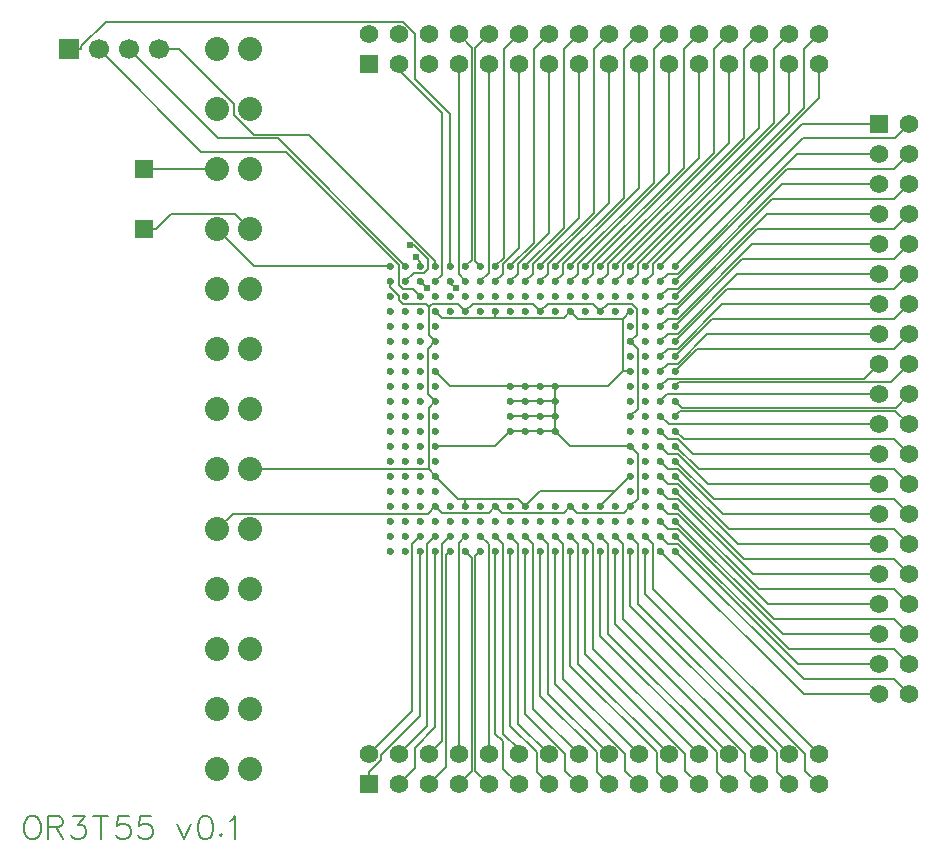
<source format=gtl>
G04 Layer: TopLayer*
G04 EasyEDA v5.9.42, Mon, 25 Mar 2019 10:54:48 GMT*
G04 c4031608a2914fe59fb431af2816202f*
G04 Gerber Generator version 0.2*
G04 Scale: 100 percent, Rotated: No, Reflected: No *
G04 Dimensions in inches *
G04 leading zeros omitted , absolute positions ,2 integer and 4 decimal *
%FSLAX24Y24*%
%MOIN*%
G90*
G70D02*

%ADD11C,0.006000*%
%ADD12C,0.008000*%
%ADD13C,0.024000*%
%ADD14R,0.062000X0.062000*%
%ADD15R,0.066929X0.066929*%
%ADD16C,0.066929*%
%ADD17C,0.080000*%
%ADD18C,0.062000*%

%LPD*%
G54D11*
G01X13875Y20575D02*
G01X14025Y20575D01*
G01X14473Y20125D01*
G01X14473Y19794D01*
G01X14343Y19663D01*
G01X14013Y19663D01*
G01X13723Y19376D01*
G01X14443Y19157D02*
G01X14223Y19376D01*
G01X14088Y20169D02*
G01X14223Y20032D01*
G01X14223Y19876D01*
G01X15418Y19136D02*
G01X15223Y19330D01*
G01X15223Y19376D01*
G01X3500Y27100D02*
G01X6922Y23677D01*
G01X9752Y23677D01*
G01X13513Y19915D01*
G01X13513Y19250D01*
G01X13636Y19126D01*
G01X13973Y19126D01*
G01X14223Y18876D01*
G01X13223Y19876D02*
G01X8673Y19876D01*
G01X7450Y21100D01*
G01X21223Y13876D02*
G01X21473Y13626D01*
G01X21473Y12126D01*
G01X21223Y11876D01*
G01X21223Y13876D02*
G01X19223Y13876D01*
G01X18723Y14376D01*
G01X16723Y18157D02*
G01X14942Y18157D01*
G01X14723Y18376D01*
G01X19223Y18376D02*
G01X19006Y18157D01*
G01X16723Y18157D01*
G01X16723Y18157D02*
G01X16723Y18376D01*
G01X20980Y18130D02*
G01X19468Y18130D01*
G01X19223Y18376D01*
G01X20980Y18130D02*
G01X21223Y18376D01*
G01X20980Y16376D02*
G01X20980Y18130D01*
G01X20980Y16376D02*
G01X21223Y16376D01*
G01X18723Y15876D02*
G01X20480Y15876D01*
G01X20980Y16376D01*
G01X17223Y15876D02*
G01X15223Y15876D01*
G01X14723Y16376D01*
G01X17723Y15876D02*
G01X17223Y15876D01*
G01X18223Y15876D02*
G01X18723Y15876D01*
G01X18223Y15876D02*
G01X17723Y15876D01*
G01X18723Y15376D02*
G01X18723Y15876D01*
G01X18723Y15376D02*
G01X18223Y15376D01*
G01X17723Y15376D02*
G01X17223Y15376D01*
G01X18223Y15376D02*
G01X17723Y15376D01*
G01X18723Y14876D02*
G01X18723Y15376D01*
G01X18723Y14876D02*
G01X18223Y14876D01*
G01X17723Y14876D02*
G01X17223Y14876D01*
G01X18223Y14876D02*
G01X17723Y14876D01*
G01X18723Y14376D02*
G01X18723Y14876D01*
G01X18723Y14376D02*
G01X18223Y14376D01*
G01X17723Y14376D02*
G01X17223Y14376D01*
G01X18223Y14376D02*
G01X17723Y14376D01*
G01X14723Y13876D02*
G01X16723Y13876D01*
G01X17223Y14376D01*
G01X21223Y11876D02*
G01X21013Y11663D01*
G01X19435Y11663D01*
G01X19223Y11876D01*
G01X16723Y11876D02*
G01X16513Y11663D01*
G01X14935Y11663D01*
G01X14723Y11876D01*
G01X19223Y11876D02*
G01X19013Y11663D01*
G01X16935Y11663D01*
G01X16723Y11876D01*
G01X7450Y11100D02*
G01X7976Y11626D01*
G01X14473Y11626D01*
G01X14723Y11876D01*
G01X7450Y23100D02*
G01X5000Y23100D01*
G01X21223Y17376D02*
G01X21473Y17126D01*
G01X21473Y15126D01*
G01X21223Y14876D01*
G01X21223Y17376D02*
G01X21435Y17586D01*
G01X21435Y18465D01*
G01X21268Y18632D01*
G01X20481Y18632D01*
G01X20223Y18376D01*
G01X14513Y18507D02*
G01X14513Y17586D01*
G01X14723Y17376D01*
G01X15723Y18376D02*
G01X15480Y18619D01*
G01X14625Y18619D01*
G01X14513Y18507D01*
G01X13223Y19376D02*
G01X13223Y19177D01*
G01X13513Y18888D01*
G01X13513Y18750D01*
G01X13659Y18603D01*
G01X14417Y18603D01*
G01X14513Y18507D01*
G01X18223Y18376D02*
G01X17973Y18626D01*
G01X15973Y18626D01*
G01X15723Y18376D01*
G01X20223Y18376D02*
G01X19973Y18626D01*
G01X18473Y18626D01*
G01X18223Y18376D01*
G01X14723Y15376D02*
G01X14473Y15626D01*
G01X14473Y17126D01*
G01X14723Y17376D01*
G01X14500Y13100D02*
G01X14500Y15151D01*
G01X14723Y15376D01*
G01X14500Y13100D02*
G01X14723Y12876D01*
G01X8550Y13100D02*
G01X14500Y13100D01*
G01X20723Y12376D02*
G01X21223Y12876D01*
G01X20723Y12376D02*
G01X18223Y12376D01*
G01X17723Y11876D01*
G01X17723Y11876D02*
G01X17496Y12103D01*
G01X15723Y12103D01*
G01X20223Y11876D02*
G01X20723Y12376D01*
G01X15723Y12103D02*
G01X15496Y12103D01*
G01X14723Y12876D01*
G01X15723Y12103D02*
G01X15723Y11876D01*
G01X5000Y21100D02*
G01X5401Y21100D01*
G01X8550Y21100D02*
G01X8050Y21600D01*
G01X5901Y21600D01*
G01X5401Y21100D01*
G01X14723Y19376D02*
G01X14942Y19592D01*
G01X14942Y24986D01*
G01X13500Y26428D01*
G01X13500Y26600D01*
G01X5500Y27100D02*
G01X6189Y27100D01*
G01X8000Y25288D01*
G01X8000Y24932D01*
G01X8676Y24257D01*
G01X10514Y24257D01*
G01X14723Y20046D01*
G01X14723Y19876D01*
G01X13723Y19876D02*
G01X9464Y24134D01*
G01X7464Y24134D01*
G01X7464Y24136D01*
G01X4500Y27100D01*
G01X2500Y27100D02*
G01X2926Y27100D01*
G01X2926Y27100D02*
G01X2926Y27205D01*
G01X3746Y28028D01*
G01X13656Y28028D01*
G01X14061Y27623D01*
G01X14061Y26123D01*
G01X15223Y24961D01*
G01X15223Y19876D01*
G01X30500Y24600D02*
G01X30044Y24144D01*
G01X26993Y24144D01*
G01X22723Y19876D01*
G01X30500Y23600D02*
G01X30000Y23100D01*
G01X26448Y23100D01*
G01X22723Y19376D01*
G01X30500Y22600D02*
G01X30000Y22100D01*
G01X25948Y22100D01*
G01X22723Y18876D01*
G01X30500Y21600D02*
G01X30000Y21100D01*
G01X25448Y21100D01*
G01X22723Y18376D01*
G01X30500Y20600D02*
G01X30000Y20100D01*
G01X24948Y20100D01*
G01X22723Y17876D01*
G01X30500Y19600D02*
G01X30000Y19100D01*
G01X24448Y19100D01*
G01X22723Y17376D01*
G01X30500Y18600D02*
G01X30000Y18100D01*
G01X23948Y18100D01*
G01X22723Y16876D01*
G01X30500Y17600D02*
G01X30000Y17100D01*
G01X23448Y17100D01*
G01X22723Y16376D01*
G01X30500Y16600D02*
G01X29903Y16003D01*
G01X22852Y16003D01*
G01X22723Y15876D01*
G01X30500Y15600D02*
G01X30064Y15165D01*
G01X22935Y15165D01*
G01X22723Y15376D01*
G01X30500Y14600D02*
G01X30056Y15044D01*
G01X22893Y15044D01*
G01X22723Y14876D01*
G01X30500Y13600D02*
G01X30000Y14100D01*
G01X23000Y14100D01*
G01X22723Y14376D01*
G01X30500Y12600D02*
G01X30000Y13100D01*
G01X23500Y13100D01*
G01X22723Y13876D01*
G01X30500Y11600D02*
G01X30000Y12100D01*
G01X24000Y12100D01*
G01X22723Y13376D01*
G01X30500Y10600D02*
G01X30000Y11100D01*
G01X24500Y11100D01*
G01X22723Y12876D01*
G01X30500Y9600D02*
G01X30000Y10100D01*
G01X25000Y10100D01*
G01X22723Y12376D01*
G01X30500Y8600D02*
G01X30000Y9100D01*
G01X25500Y9100D01*
G01X22723Y11876D01*
G01X30500Y7600D02*
G01X30000Y8100D01*
G01X26000Y8100D01*
G01X22723Y11376D01*
G01X30500Y6600D02*
G01X30000Y7100D01*
G01X26500Y7100D01*
G01X22723Y10876D01*
G01X30500Y5600D02*
G01X30000Y6100D01*
G01X27000Y6100D01*
G01X22723Y10376D01*
G01X29500Y24600D02*
G01X26948Y24600D01*
G01X22223Y19876D01*
G01X29500Y23600D02*
G01X26777Y23600D01*
G01X22802Y19626D01*
G01X22473Y19626D01*
G01X22223Y19376D01*
G01X29500Y22600D02*
G01X26277Y22600D01*
G01X22802Y19126D01*
G01X22473Y19126D01*
G01X22223Y18876D01*
G01X29500Y21600D02*
G01X25777Y21600D01*
G01X22802Y18626D01*
G01X22473Y18626D01*
G01X22223Y18376D01*
G01X29500Y20600D02*
G01X25277Y20600D01*
G01X22802Y18126D01*
G01X22473Y18126D01*
G01X22223Y17876D01*
G01X29500Y19600D02*
G01X24777Y19600D01*
G01X22802Y17626D01*
G01X22473Y17626D01*
G01X22223Y17376D01*
G01X29500Y18600D02*
G01X24277Y18600D01*
G01X22802Y17126D01*
G01X22473Y17126D01*
G01X22223Y16876D01*
G01X29500Y17600D02*
G01X23777Y17600D01*
G01X22802Y16626D01*
G01X22473Y16626D01*
G01X22223Y16376D01*
G01X22223Y15876D02*
G01X22473Y16126D01*
G01X29026Y16126D01*
G01X29500Y16600D01*
G01X29500Y15600D02*
G01X22448Y15600D01*
G01X22223Y15376D01*
G01X29500Y14600D02*
G01X22500Y14600D01*
G01X22223Y14876D01*
G01X29500Y13600D02*
G01X23327Y13600D01*
G01X22802Y14126D01*
G01X22473Y14126D01*
G01X22223Y14376D01*
G01X29500Y12600D02*
G01X23827Y12600D01*
G01X22802Y13626D01*
G01X22473Y13626D01*
G01X22223Y13876D01*
G01X29500Y11600D02*
G01X24327Y11600D01*
G01X22802Y13126D01*
G01X22473Y13126D01*
G01X22223Y13376D01*
G01X29500Y10600D02*
G01X24827Y10600D01*
G01X22802Y12626D01*
G01X22473Y12626D01*
G01X22223Y12876D01*
G01X29500Y9600D02*
G01X25327Y9600D01*
G01X22802Y12126D01*
G01X22473Y12126D01*
G01X22223Y12376D01*
G01X29500Y8600D02*
G01X25827Y8600D01*
G01X22802Y11626D01*
G01X22473Y11626D01*
G01X22223Y11876D01*
G01X29500Y7600D02*
G01X26327Y7600D01*
G01X22802Y11126D01*
G01X22473Y11126D01*
G01X22223Y11376D01*
G01X29500Y6600D02*
G01X26827Y6600D01*
G01X22802Y10626D01*
G01X22473Y10626D01*
G01X22223Y10876D01*
G01X29500Y5600D02*
G01X27000Y5600D01*
G01X22223Y10376D01*
G01X12500Y3600D02*
G01X13960Y5059D01*
G01X13960Y10611D01*
G01X13960Y10611D01*
G01X14223Y10876D01*
G01X13500Y3600D02*
G01X14460Y4559D01*
G01X14460Y10611D01*
G01X14460Y10611D01*
G01X14723Y10876D01*
G01X14500Y3600D02*
G01X14960Y4059D01*
G01X14960Y10611D01*
G01X14960Y10611D01*
G01X15223Y10876D01*
G01X15500Y3600D02*
G01X15500Y10651D01*
G01X15723Y10876D01*
G01X16500Y3600D02*
G01X16500Y10600D01*
G01X16223Y10876D01*
G01X16723Y10876D02*
G01X16973Y10626D01*
G01X16973Y4296D01*
G01X17500Y3771D01*
G01X17500Y3600D01*
G01X17223Y10876D02*
G01X17473Y10626D01*
G01X17473Y4626D01*
G01X18500Y3600D01*
G01X17723Y10876D02*
G01X17973Y10626D01*
G01X17973Y5126D01*
G01X19500Y3600D01*
G01X18223Y10876D02*
G01X18473Y10626D01*
G01X18473Y5626D01*
G01X20500Y3600D01*
G01X18723Y10876D02*
G01X18973Y10626D01*
G01X18973Y6126D01*
G01X21500Y3600D01*
G01X19223Y10876D02*
G01X19473Y10626D01*
G01X19473Y6626D01*
G01X22500Y3600D01*
G01X19723Y10876D02*
G01X19973Y10626D01*
G01X19973Y7126D01*
G01X23500Y3600D01*
G01X20223Y10876D02*
G01X20473Y10626D01*
G01X20473Y7626D01*
G01X24500Y3600D01*
G01X20723Y10876D02*
G01X20973Y10626D01*
G01X20973Y8126D01*
G01X25500Y3600D01*
G01X21223Y10876D02*
G01X21473Y10626D01*
G01X21473Y8626D01*
G01X26500Y3600D01*
G01X21723Y10876D02*
G01X21973Y10626D01*
G01X21973Y9126D01*
G01X27500Y3600D01*
G01X12500Y2600D02*
G01X12500Y3001D01*
G01X12500Y3001D02*
G01X12901Y3401D01*
G01X12901Y3567D01*
G01X14223Y4892D01*
G01X14223Y10376D01*
G01X13500Y2600D02*
G01X14043Y3142D01*
G01X14043Y3823D01*
G01X14723Y4505D01*
G01X14723Y10376D01*
G01X14500Y2600D02*
G01X15096Y3196D01*
G01X15096Y10246D01*
G01X15223Y10376D01*
G01X15500Y2600D02*
G01X15935Y3034D01*
G01X15935Y10165D01*
G01X15723Y10376D01*
G01X16500Y2600D02*
G01X16056Y3044D01*
G01X16056Y10207D01*
G01X16223Y10376D01*
G01X17500Y2600D02*
G01X16973Y3126D01*
G01X16973Y4040D01*
G01X16723Y4290D01*
G01X16723Y10376D01*
G01X18500Y2600D02*
G01X18098Y3001D01*
G01X18098Y3682D01*
G01X17223Y4555D01*
G01X17223Y10376D01*
G01X19500Y2600D02*
G01X19043Y3057D01*
G01X19043Y3623D01*
G01X17723Y4942D01*
G01X17723Y10376D01*
G01X20500Y2600D02*
G01X20098Y3001D01*
G01X20098Y3682D01*
G01X18223Y5555D01*
G01X18223Y10376D01*
G01X21500Y2600D02*
G01X21043Y3057D01*
G01X21043Y3623D01*
G01X18723Y5942D01*
G01X18723Y10376D01*
G01X22500Y2600D02*
G01X22098Y3001D01*
G01X22098Y3682D01*
G01X19223Y6555D01*
G01X19223Y10376D01*
G01X23500Y2600D02*
G01X23043Y3057D01*
G01X23043Y3623D01*
G01X19723Y6942D01*
G01X19723Y10376D01*
G01X24500Y2600D02*
G01X24098Y3001D01*
G01X24098Y3682D01*
G01X20223Y7555D01*
G01X20223Y10376D01*
G01X25500Y2600D02*
G01X25043Y3057D01*
G01X25043Y3623D01*
G01X20723Y7942D01*
G01X20723Y10376D01*
G01X26500Y2600D02*
G01X26098Y3001D01*
G01X26098Y3682D01*
G01X21223Y8555D01*
G01X21223Y10376D01*
G01X27500Y2600D02*
G01X27043Y3057D01*
G01X27043Y3623D01*
G01X21723Y8942D01*
G01X21723Y10376D01*
G01X15500Y27600D02*
G01X15935Y27165D01*
G01X15935Y20086D01*
G01X15723Y19876D01*
G01X16500Y27600D02*
G01X16056Y27155D01*
G01X16056Y20044D01*
G01X16223Y19876D01*
G01X17500Y27600D02*
G01X17000Y27100D01*
G01X17000Y20151D01*
G01X16723Y19876D01*
G01X18500Y27600D02*
G01X18000Y27100D01*
G01X18000Y20651D01*
G01X17223Y19876D01*
G01X19500Y27600D02*
G01X19000Y27100D01*
G01X19000Y21151D01*
G01X17723Y19876D01*
G01X20500Y27600D02*
G01X20000Y27100D01*
G01X20000Y21651D01*
G01X18223Y19876D01*
G01X21500Y27600D02*
G01X21000Y27100D01*
G01X21000Y22151D01*
G01X18723Y19876D01*
G01X22500Y27600D02*
G01X22000Y27100D01*
G01X22000Y22651D01*
G01X19223Y19876D01*
G01X23500Y27600D02*
G01X23000Y27100D01*
G01X23000Y23151D01*
G01X19723Y19876D01*
G01X24500Y27600D02*
G01X24000Y27100D01*
G01X24000Y23651D01*
G01X20223Y19876D01*
G01X25500Y27600D02*
G01X25000Y27100D01*
G01X25000Y24151D01*
G01X20723Y19876D01*
G01X26500Y27600D02*
G01X26000Y27100D01*
G01X26000Y24651D01*
G01X21223Y19876D01*
G01X27500Y27600D02*
G01X27000Y27100D01*
G01X27000Y25151D01*
G01X21723Y19876D01*
G01X15500Y26600D02*
G01X15500Y19600D01*
G01X15723Y19376D01*
G01X16500Y26600D02*
G01X16500Y19651D01*
G01X16223Y19376D01*
G01X17500Y26600D02*
G01X17500Y20478D01*
G01X16973Y19953D01*
G01X16973Y19626D01*
G01X16723Y19376D01*
G01X18500Y26600D02*
G01X18500Y20978D01*
G01X17473Y19953D01*
G01X17473Y19626D01*
G01X17223Y19376D01*
G01X19500Y26600D02*
G01X19500Y21478D01*
G01X17973Y19953D01*
G01X17973Y19626D01*
G01X17723Y19376D01*
G01X20500Y26600D02*
G01X20500Y21978D01*
G01X18473Y19953D01*
G01X18473Y19626D01*
G01X18223Y19376D01*
G01X21500Y26600D02*
G01X21500Y22478D01*
G01X18973Y19953D01*
G01X18973Y19626D01*
G01X18723Y19376D01*
G01X22500Y26600D02*
G01X22500Y22978D01*
G01X19473Y19953D01*
G01X19473Y19626D01*
G01X19223Y19376D01*
G01X23500Y26600D02*
G01X23500Y23478D01*
G01X19973Y19953D01*
G01X19973Y19626D01*
G01X19723Y19376D01*
G01X24500Y26600D02*
G01X24500Y23978D01*
G01X20473Y19953D01*
G01X20473Y19626D01*
G01X20223Y19376D01*
G01X25500Y26600D02*
G01X25500Y24478D01*
G01X20973Y19953D01*
G01X20973Y19626D01*
G01X20723Y19376D01*
G01X26500Y26600D02*
G01X26500Y24978D01*
G01X21473Y19953D01*
G01X21473Y19626D01*
G01X21223Y19376D01*
G01X27500Y26600D02*
G01X27500Y25478D01*
G01X21973Y19953D01*
G01X21973Y19626D01*
G01X21723Y19376D01*
G54D12*
G01X1217Y1536D02*
G01X1144Y1500D01*
G01X1073Y1427D01*
G01X1036Y1355D01*
G01X1000Y1245D01*
G01X1000Y1064D01*
G01X1036Y955D01*
G01X1073Y882D01*
G01X1144Y809D01*
G01X1217Y773D01*
G01X1363Y773D01*
G01X1436Y809D01*
G01X1509Y882D01*
G01X1544Y955D01*
G01X1582Y1064D01*
G01X1582Y1245D01*
G01X1544Y1355D01*
G01X1509Y1427D01*
G01X1436Y1500D01*
G01X1363Y1536D01*
G01X1217Y1536D01*
G01X1821Y1536D02*
G01X1821Y773D01*
G01X1821Y1536D02*
G01X2148Y1536D01*
G01X2257Y1500D01*
G01X2294Y1464D01*
G01X2330Y1391D01*
G01X2330Y1318D01*
G01X2294Y1245D01*
G01X2257Y1209D01*
G01X2148Y1173D01*
G01X1821Y1173D01*
G01X2076Y1173D02*
G01X2330Y773D01*
G01X2644Y1536D02*
G01X3044Y1536D01*
G01X2825Y1245D01*
G01X2934Y1245D01*
G01X3007Y1209D01*
G01X3044Y1173D01*
G01X3080Y1064D01*
G01X3080Y991D01*
G01X3044Y882D01*
G01X2971Y809D01*
G01X2861Y773D01*
G01X2753Y773D01*
G01X2644Y809D01*
G01X2607Y845D01*
G01X2571Y918D01*
G01X3575Y1536D02*
G01X3575Y773D01*
G01X3319Y1536D02*
G01X3828Y1536D01*
G01X4505Y1536D02*
G01X4142Y1536D01*
G01X4105Y1209D01*
G01X4142Y1245D01*
G01X4251Y1282D01*
G01X4359Y1282D01*
G01X4469Y1245D01*
G01X4542Y1173D01*
G01X4578Y1064D01*
G01X4578Y991D01*
G01X4542Y882D01*
G01X4469Y809D01*
G01X4359Y773D01*
G01X4251Y773D01*
G01X4142Y809D01*
G01X4105Y845D01*
G01X4069Y918D01*
G01X5255Y1536D02*
G01X4890Y1536D01*
G01X4855Y1209D01*
G01X4890Y1245D01*
G01X5000Y1282D01*
G01X5109Y1282D01*
G01X5218Y1245D01*
G01X5290Y1173D01*
G01X5327Y1064D01*
G01X5327Y991D01*
G01X5290Y882D01*
G01X5218Y809D01*
G01X5109Y773D01*
G01X5000Y773D01*
G01X4890Y809D01*
G01X4855Y845D01*
G01X4818Y918D01*
G01X6127Y1282D02*
G01X6344Y773D01*
G01X6564Y1282D02*
G01X6344Y773D01*
G01X7022Y1536D02*
G01X6913Y1500D01*
G01X6839Y1391D01*
G01X6803Y1209D01*
G01X6803Y1100D01*
G01X6839Y918D01*
G01X6913Y809D01*
G01X7022Y773D01*
G01X7094Y773D01*
G01X7203Y809D01*
G01X7276Y918D01*
G01X7313Y1100D01*
G01X7313Y1209D01*
G01X7276Y1391D01*
G01X7203Y1500D01*
G01X7094Y1536D01*
G01X7022Y1536D01*
G01X7589Y955D02*
G01X7552Y918D01*
G01X7589Y882D01*
G01X7625Y918D01*
G01X7589Y955D01*
G01X7864Y1391D02*
G01X7938Y1427D01*
G01X8047Y1536D01*
G01X8047Y773D01*
G36*
G01X13103Y19875D02*
G01X13104Y19890D01*
G01X13107Y19904D01*
G01X13111Y19918D01*
G01X13117Y19931D01*
G01X13125Y19944D01*
G01X13134Y19955D01*
G01X13144Y19965D01*
G01X13156Y19974D01*
G01X13168Y19982D01*
G01X13181Y19988D01*
G01X13195Y19992D01*
G01X13209Y19995D01*
G01X13224Y19996D01*
G01X13224Y19996D01*
G01X13238Y19995D01*
G01X13253Y19992D01*
G01X13267Y19988D01*
G01X13280Y19982D01*
G01X13292Y19974D01*
G01X13304Y19965D01*
G01X13314Y19955D01*
G01X13323Y19944D01*
G01X13331Y19931D01*
G01X13337Y19918D01*
G01X13341Y19904D01*
G01X13343Y19890D01*
G01X13344Y19875D01*
G01X13344Y19875D01*
G01X13343Y19861D01*
G01X13341Y19846D01*
G01X13337Y19832D01*
G01X13331Y19819D01*
G01X13323Y19807D01*
G01X13314Y19795D01*
G01X13304Y19785D01*
G01X13292Y19776D01*
G01X13280Y19768D01*
G01X13267Y19762D01*
G01X13253Y19758D01*
G01X13238Y19755D01*
G01X13224Y19755D01*
G01X13224Y19755D01*
G01X13209Y19755D01*
G01X13195Y19758D01*
G01X13181Y19762D01*
G01X13168Y19768D01*
G01X13156Y19776D01*
G01X13144Y19785D01*
G01X13134Y19795D01*
G01X13125Y19807D01*
G01X13117Y19819D01*
G01X13111Y19832D01*
G01X13107Y19846D01*
G01X13104Y19861D01*
G01X13103Y19875D01*
G01X13103Y19875D01*
G37*
G36*
G01X13603Y19875D02*
G01X13604Y19890D01*
G01X13607Y19904D01*
G01X13611Y19918D01*
G01X13617Y19931D01*
G01X13625Y19944D01*
G01X13634Y19955D01*
G01X13644Y19965D01*
G01X13656Y19974D01*
G01X13668Y19982D01*
G01X13681Y19988D01*
G01X13695Y19992D01*
G01X13709Y19995D01*
G01X13724Y19996D01*
G01X13724Y19996D01*
G01X13738Y19995D01*
G01X13753Y19992D01*
G01X13767Y19988D01*
G01X13780Y19982D01*
G01X13792Y19974D01*
G01X13804Y19965D01*
G01X13814Y19955D01*
G01X13823Y19944D01*
G01X13831Y19931D01*
G01X13837Y19918D01*
G01X13841Y19904D01*
G01X13843Y19890D01*
G01X13844Y19875D01*
G01X13844Y19875D01*
G01X13843Y19861D01*
G01X13841Y19846D01*
G01X13837Y19832D01*
G01X13831Y19819D01*
G01X13823Y19807D01*
G01X13814Y19795D01*
G01X13804Y19785D01*
G01X13792Y19776D01*
G01X13780Y19768D01*
G01X13767Y19762D01*
G01X13753Y19758D01*
G01X13738Y19755D01*
G01X13724Y19755D01*
G01X13724Y19755D01*
G01X13709Y19755D01*
G01X13695Y19758D01*
G01X13681Y19762D01*
G01X13668Y19768D01*
G01X13656Y19776D01*
G01X13644Y19785D01*
G01X13634Y19795D01*
G01X13625Y19807D01*
G01X13617Y19819D01*
G01X13611Y19832D01*
G01X13607Y19846D01*
G01X13604Y19861D01*
G01X13603Y19875D01*
G01X13603Y19875D01*
G37*
G36*
G01X14103Y19875D02*
G01X14104Y19890D01*
G01X14107Y19904D01*
G01X14111Y19918D01*
G01X14117Y19931D01*
G01X14125Y19944D01*
G01X14134Y19955D01*
G01X14144Y19965D01*
G01X14156Y19974D01*
G01X14168Y19982D01*
G01X14181Y19988D01*
G01X14195Y19992D01*
G01X14209Y19995D01*
G01X14224Y19996D01*
G01X14224Y19996D01*
G01X14238Y19995D01*
G01X14253Y19992D01*
G01X14267Y19988D01*
G01X14280Y19982D01*
G01X14292Y19974D01*
G01X14304Y19965D01*
G01X14314Y19955D01*
G01X14323Y19944D01*
G01X14331Y19931D01*
G01X14337Y19918D01*
G01X14341Y19904D01*
G01X14343Y19890D01*
G01X14344Y19875D01*
G01X14344Y19875D01*
G01X14343Y19861D01*
G01X14341Y19846D01*
G01X14337Y19832D01*
G01X14331Y19819D01*
G01X14323Y19807D01*
G01X14314Y19795D01*
G01X14304Y19785D01*
G01X14292Y19776D01*
G01X14280Y19768D01*
G01X14267Y19762D01*
G01X14253Y19758D01*
G01X14238Y19755D01*
G01X14224Y19755D01*
G01X14224Y19755D01*
G01X14209Y19755D01*
G01X14195Y19758D01*
G01X14181Y19762D01*
G01X14168Y19768D01*
G01X14156Y19776D01*
G01X14144Y19785D01*
G01X14134Y19795D01*
G01X14125Y19807D01*
G01X14117Y19819D01*
G01X14111Y19832D01*
G01X14107Y19846D01*
G01X14104Y19861D01*
G01X14103Y19875D01*
G01X14103Y19875D01*
G37*
G36*
G01X14603Y19875D02*
G01X14604Y19890D01*
G01X14607Y19904D01*
G01X14611Y19918D01*
G01X14617Y19931D01*
G01X14625Y19944D01*
G01X14634Y19955D01*
G01X14644Y19965D01*
G01X14656Y19974D01*
G01X14668Y19982D01*
G01X14681Y19988D01*
G01X14695Y19992D01*
G01X14709Y19995D01*
G01X14724Y19996D01*
G01X14724Y19996D01*
G01X14738Y19995D01*
G01X14753Y19992D01*
G01X14767Y19988D01*
G01X14780Y19982D01*
G01X14792Y19974D01*
G01X14804Y19965D01*
G01X14814Y19955D01*
G01X14823Y19944D01*
G01X14831Y19931D01*
G01X14837Y19918D01*
G01X14841Y19904D01*
G01X14843Y19890D01*
G01X14844Y19875D01*
G01X14844Y19875D01*
G01X14843Y19861D01*
G01X14841Y19846D01*
G01X14837Y19832D01*
G01X14831Y19819D01*
G01X14823Y19807D01*
G01X14814Y19795D01*
G01X14804Y19785D01*
G01X14792Y19776D01*
G01X14780Y19768D01*
G01X14767Y19762D01*
G01X14753Y19758D01*
G01X14738Y19755D01*
G01X14724Y19755D01*
G01X14724Y19755D01*
G01X14709Y19755D01*
G01X14695Y19758D01*
G01X14681Y19762D01*
G01X14668Y19768D01*
G01X14656Y19776D01*
G01X14644Y19785D01*
G01X14634Y19795D01*
G01X14625Y19807D01*
G01X14617Y19819D01*
G01X14611Y19832D01*
G01X14607Y19846D01*
G01X14604Y19861D01*
G01X14603Y19875D01*
G01X14603Y19875D01*
G37*
G36*
G01X15103Y19875D02*
G01X15104Y19890D01*
G01X15107Y19904D01*
G01X15111Y19918D01*
G01X15117Y19931D01*
G01X15125Y19944D01*
G01X15134Y19955D01*
G01X15144Y19965D01*
G01X15156Y19974D01*
G01X15168Y19982D01*
G01X15181Y19988D01*
G01X15195Y19992D01*
G01X15209Y19995D01*
G01X15224Y19996D01*
G01X15224Y19996D01*
G01X15238Y19995D01*
G01X15253Y19992D01*
G01X15267Y19988D01*
G01X15280Y19982D01*
G01X15292Y19974D01*
G01X15304Y19965D01*
G01X15314Y19955D01*
G01X15323Y19944D01*
G01X15331Y19931D01*
G01X15337Y19918D01*
G01X15341Y19904D01*
G01X15343Y19890D01*
G01X15344Y19875D01*
G01X15344Y19875D01*
G01X15343Y19861D01*
G01X15341Y19846D01*
G01X15337Y19832D01*
G01X15331Y19819D01*
G01X15323Y19807D01*
G01X15314Y19795D01*
G01X15304Y19785D01*
G01X15292Y19776D01*
G01X15280Y19768D01*
G01X15267Y19762D01*
G01X15253Y19758D01*
G01X15238Y19755D01*
G01X15224Y19755D01*
G01X15224Y19755D01*
G01X15209Y19755D01*
G01X15195Y19758D01*
G01X15181Y19762D01*
G01X15168Y19768D01*
G01X15156Y19776D01*
G01X15144Y19785D01*
G01X15134Y19795D01*
G01X15125Y19807D01*
G01X15117Y19819D01*
G01X15111Y19832D01*
G01X15107Y19846D01*
G01X15104Y19861D01*
G01X15103Y19875D01*
G01X15103Y19875D01*
G37*
G36*
G01X15603Y19875D02*
G01X15604Y19890D01*
G01X15607Y19904D01*
G01X15611Y19918D01*
G01X15617Y19931D01*
G01X15625Y19944D01*
G01X15634Y19955D01*
G01X15644Y19965D01*
G01X15656Y19974D01*
G01X15668Y19982D01*
G01X15681Y19988D01*
G01X15695Y19992D01*
G01X15709Y19995D01*
G01X15724Y19996D01*
G01X15724Y19996D01*
G01X15738Y19995D01*
G01X15753Y19992D01*
G01X15767Y19988D01*
G01X15780Y19982D01*
G01X15792Y19974D01*
G01X15804Y19965D01*
G01X15814Y19955D01*
G01X15823Y19944D01*
G01X15831Y19931D01*
G01X15837Y19918D01*
G01X15841Y19904D01*
G01X15843Y19890D01*
G01X15844Y19875D01*
G01X15844Y19875D01*
G01X15843Y19861D01*
G01X15841Y19846D01*
G01X15837Y19832D01*
G01X15831Y19819D01*
G01X15823Y19807D01*
G01X15814Y19795D01*
G01X15804Y19785D01*
G01X15792Y19776D01*
G01X15780Y19768D01*
G01X15767Y19762D01*
G01X15753Y19758D01*
G01X15738Y19755D01*
G01X15724Y19755D01*
G01X15724Y19755D01*
G01X15709Y19755D01*
G01X15695Y19758D01*
G01X15681Y19762D01*
G01X15668Y19768D01*
G01X15656Y19776D01*
G01X15644Y19785D01*
G01X15634Y19795D01*
G01X15625Y19807D01*
G01X15617Y19819D01*
G01X15611Y19832D01*
G01X15607Y19846D01*
G01X15604Y19861D01*
G01X15603Y19875D01*
G01X15603Y19875D01*
G37*
G36*
G01X16103Y19875D02*
G01X16104Y19890D01*
G01X16107Y19904D01*
G01X16111Y19918D01*
G01X16117Y19931D01*
G01X16125Y19944D01*
G01X16134Y19955D01*
G01X16144Y19965D01*
G01X16156Y19974D01*
G01X16168Y19982D01*
G01X16181Y19988D01*
G01X16195Y19992D01*
G01X16209Y19995D01*
G01X16224Y19996D01*
G01X16224Y19996D01*
G01X16238Y19995D01*
G01X16253Y19992D01*
G01X16267Y19988D01*
G01X16280Y19982D01*
G01X16292Y19974D01*
G01X16304Y19965D01*
G01X16314Y19955D01*
G01X16323Y19944D01*
G01X16331Y19931D01*
G01X16337Y19918D01*
G01X16341Y19904D01*
G01X16343Y19890D01*
G01X16344Y19875D01*
G01X16344Y19875D01*
G01X16343Y19861D01*
G01X16341Y19846D01*
G01X16337Y19832D01*
G01X16331Y19819D01*
G01X16323Y19807D01*
G01X16314Y19795D01*
G01X16304Y19785D01*
G01X16292Y19776D01*
G01X16280Y19768D01*
G01X16267Y19762D01*
G01X16253Y19758D01*
G01X16238Y19755D01*
G01X16224Y19755D01*
G01X16224Y19755D01*
G01X16209Y19755D01*
G01X16195Y19758D01*
G01X16181Y19762D01*
G01X16168Y19768D01*
G01X16156Y19776D01*
G01X16144Y19785D01*
G01X16134Y19795D01*
G01X16125Y19807D01*
G01X16117Y19819D01*
G01X16111Y19832D01*
G01X16107Y19846D01*
G01X16104Y19861D01*
G01X16103Y19875D01*
G01X16103Y19875D01*
G37*
G36*
G01X16603Y19875D02*
G01X16604Y19890D01*
G01X16607Y19904D01*
G01X16611Y19918D01*
G01X16617Y19931D01*
G01X16625Y19944D01*
G01X16634Y19955D01*
G01X16644Y19965D01*
G01X16656Y19974D01*
G01X16668Y19982D01*
G01X16681Y19988D01*
G01X16695Y19992D01*
G01X16709Y19995D01*
G01X16724Y19996D01*
G01X16724Y19996D01*
G01X16738Y19995D01*
G01X16753Y19992D01*
G01X16767Y19988D01*
G01X16780Y19982D01*
G01X16792Y19974D01*
G01X16804Y19965D01*
G01X16814Y19955D01*
G01X16823Y19944D01*
G01X16831Y19931D01*
G01X16837Y19918D01*
G01X16841Y19904D01*
G01X16843Y19890D01*
G01X16844Y19875D01*
G01X16844Y19875D01*
G01X16843Y19861D01*
G01X16841Y19846D01*
G01X16837Y19832D01*
G01X16831Y19819D01*
G01X16823Y19807D01*
G01X16814Y19795D01*
G01X16804Y19785D01*
G01X16792Y19776D01*
G01X16780Y19768D01*
G01X16767Y19762D01*
G01X16753Y19758D01*
G01X16738Y19755D01*
G01X16724Y19755D01*
G01X16724Y19755D01*
G01X16709Y19755D01*
G01X16695Y19758D01*
G01X16681Y19762D01*
G01X16668Y19768D01*
G01X16656Y19776D01*
G01X16644Y19785D01*
G01X16634Y19795D01*
G01X16625Y19807D01*
G01X16617Y19819D01*
G01X16611Y19832D01*
G01X16607Y19846D01*
G01X16604Y19861D01*
G01X16603Y19875D01*
G01X16603Y19875D01*
G37*
G36*
G01X17103Y19875D02*
G01X17104Y19890D01*
G01X17107Y19904D01*
G01X17111Y19918D01*
G01X17117Y19931D01*
G01X17125Y19944D01*
G01X17134Y19955D01*
G01X17144Y19965D01*
G01X17156Y19974D01*
G01X17168Y19982D01*
G01X17181Y19988D01*
G01X17195Y19992D01*
G01X17209Y19995D01*
G01X17224Y19996D01*
G01X17224Y19996D01*
G01X17238Y19995D01*
G01X17253Y19992D01*
G01X17267Y19988D01*
G01X17280Y19982D01*
G01X17292Y19974D01*
G01X17304Y19965D01*
G01X17314Y19955D01*
G01X17323Y19944D01*
G01X17331Y19931D01*
G01X17337Y19918D01*
G01X17341Y19904D01*
G01X17343Y19890D01*
G01X17344Y19875D01*
G01X17344Y19875D01*
G01X17343Y19861D01*
G01X17341Y19846D01*
G01X17337Y19832D01*
G01X17331Y19819D01*
G01X17323Y19807D01*
G01X17314Y19795D01*
G01X17304Y19785D01*
G01X17292Y19776D01*
G01X17280Y19768D01*
G01X17267Y19762D01*
G01X17253Y19758D01*
G01X17238Y19755D01*
G01X17224Y19755D01*
G01X17224Y19755D01*
G01X17209Y19755D01*
G01X17195Y19758D01*
G01X17181Y19762D01*
G01X17168Y19768D01*
G01X17156Y19776D01*
G01X17144Y19785D01*
G01X17134Y19795D01*
G01X17125Y19807D01*
G01X17117Y19819D01*
G01X17111Y19832D01*
G01X17107Y19846D01*
G01X17104Y19861D01*
G01X17103Y19875D01*
G01X17103Y19875D01*
G37*
G36*
G01X17603Y19875D02*
G01X17604Y19890D01*
G01X17607Y19904D01*
G01X17611Y19918D01*
G01X17617Y19931D01*
G01X17625Y19944D01*
G01X17634Y19955D01*
G01X17644Y19965D01*
G01X17656Y19974D01*
G01X17668Y19982D01*
G01X17681Y19988D01*
G01X17695Y19992D01*
G01X17709Y19995D01*
G01X17724Y19996D01*
G01X17724Y19996D01*
G01X17738Y19995D01*
G01X17753Y19992D01*
G01X17767Y19988D01*
G01X17780Y19982D01*
G01X17792Y19974D01*
G01X17804Y19965D01*
G01X17814Y19955D01*
G01X17823Y19944D01*
G01X17831Y19931D01*
G01X17837Y19918D01*
G01X17841Y19904D01*
G01X17843Y19890D01*
G01X17844Y19875D01*
G01X17844Y19875D01*
G01X17843Y19861D01*
G01X17841Y19846D01*
G01X17837Y19832D01*
G01X17831Y19819D01*
G01X17823Y19807D01*
G01X17814Y19795D01*
G01X17804Y19785D01*
G01X17792Y19776D01*
G01X17780Y19768D01*
G01X17767Y19762D01*
G01X17753Y19758D01*
G01X17738Y19755D01*
G01X17724Y19755D01*
G01X17724Y19755D01*
G01X17709Y19755D01*
G01X17695Y19758D01*
G01X17681Y19762D01*
G01X17668Y19768D01*
G01X17656Y19776D01*
G01X17644Y19785D01*
G01X17634Y19795D01*
G01X17625Y19807D01*
G01X17617Y19819D01*
G01X17611Y19832D01*
G01X17607Y19846D01*
G01X17604Y19861D01*
G01X17603Y19875D01*
G01X17603Y19875D01*
G37*
G36*
G01X18103Y19875D02*
G01X18104Y19890D01*
G01X18107Y19904D01*
G01X18111Y19918D01*
G01X18117Y19931D01*
G01X18125Y19944D01*
G01X18134Y19955D01*
G01X18144Y19965D01*
G01X18156Y19974D01*
G01X18168Y19982D01*
G01X18181Y19988D01*
G01X18195Y19992D01*
G01X18209Y19995D01*
G01X18224Y19996D01*
G01X18224Y19996D01*
G01X18238Y19995D01*
G01X18253Y19992D01*
G01X18267Y19988D01*
G01X18280Y19982D01*
G01X18292Y19974D01*
G01X18304Y19965D01*
G01X18314Y19955D01*
G01X18323Y19944D01*
G01X18331Y19931D01*
G01X18337Y19918D01*
G01X18341Y19904D01*
G01X18343Y19890D01*
G01X18344Y19875D01*
G01X18344Y19875D01*
G01X18343Y19861D01*
G01X18341Y19846D01*
G01X18337Y19832D01*
G01X18331Y19819D01*
G01X18323Y19807D01*
G01X18314Y19795D01*
G01X18304Y19785D01*
G01X18292Y19776D01*
G01X18280Y19768D01*
G01X18267Y19762D01*
G01X18253Y19758D01*
G01X18238Y19755D01*
G01X18224Y19755D01*
G01X18224Y19755D01*
G01X18209Y19755D01*
G01X18195Y19758D01*
G01X18181Y19762D01*
G01X18168Y19768D01*
G01X18156Y19776D01*
G01X18144Y19785D01*
G01X18134Y19795D01*
G01X18125Y19807D01*
G01X18117Y19819D01*
G01X18111Y19832D01*
G01X18107Y19846D01*
G01X18104Y19861D01*
G01X18103Y19875D01*
G01X18103Y19875D01*
G37*
G36*
G01X18603Y19875D02*
G01X18604Y19890D01*
G01X18607Y19904D01*
G01X18611Y19918D01*
G01X18617Y19931D01*
G01X18625Y19944D01*
G01X18634Y19955D01*
G01X18644Y19965D01*
G01X18656Y19974D01*
G01X18668Y19982D01*
G01X18681Y19988D01*
G01X18695Y19992D01*
G01X18709Y19995D01*
G01X18724Y19996D01*
G01X18724Y19996D01*
G01X18738Y19995D01*
G01X18753Y19992D01*
G01X18767Y19988D01*
G01X18780Y19982D01*
G01X18792Y19974D01*
G01X18804Y19965D01*
G01X18814Y19955D01*
G01X18823Y19944D01*
G01X18831Y19931D01*
G01X18837Y19918D01*
G01X18841Y19904D01*
G01X18843Y19890D01*
G01X18844Y19875D01*
G01X18844Y19875D01*
G01X18843Y19861D01*
G01X18841Y19846D01*
G01X18837Y19832D01*
G01X18831Y19819D01*
G01X18823Y19807D01*
G01X18814Y19795D01*
G01X18804Y19785D01*
G01X18792Y19776D01*
G01X18780Y19768D01*
G01X18767Y19762D01*
G01X18753Y19758D01*
G01X18738Y19755D01*
G01X18724Y19755D01*
G01X18724Y19755D01*
G01X18709Y19755D01*
G01X18695Y19758D01*
G01X18681Y19762D01*
G01X18668Y19768D01*
G01X18656Y19776D01*
G01X18644Y19785D01*
G01X18634Y19795D01*
G01X18625Y19807D01*
G01X18617Y19819D01*
G01X18611Y19832D01*
G01X18607Y19846D01*
G01X18604Y19861D01*
G01X18603Y19875D01*
G01X18603Y19875D01*
G37*
G36*
G01X19103Y19875D02*
G01X19104Y19890D01*
G01X19107Y19904D01*
G01X19111Y19918D01*
G01X19117Y19931D01*
G01X19125Y19944D01*
G01X19134Y19955D01*
G01X19144Y19965D01*
G01X19156Y19974D01*
G01X19168Y19982D01*
G01X19181Y19988D01*
G01X19195Y19992D01*
G01X19209Y19995D01*
G01X19224Y19996D01*
G01X19224Y19996D01*
G01X19238Y19995D01*
G01X19253Y19992D01*
G01X19267Y19988D01*
G01X19280Y19982D01*
G01X19292Y19974D01*
G01X19304Y19965D01*
G01X19314Y19955D01*
G01X19323Y19944D01*
G01X19331Y19931D01*
G01X19337Y19918D01*
G01X19341Y19904D01*
G01X19343Y19890D01*
G01X19344Y19875D01*
G01X19344Y19875D01*
G01X19343Y19861D01*
G01X19341Y19846D01*
G01X19337Y19832D01*
G01X19331Y19819D01*
G01X19323Y19807D01*
G01X19314Y19795D01*
G01X19304Y19785D01*
G01X19292Y19776D01*
G01X19280Y19768D01*
G01X19267Y19762D01*
G01X19253Y19758D01*
G01X19238Y19755D01*
G01X19224Y19755D01*
G01X19224Y19755D01*
G01X19209Y19755D01*
G01X19195Y19758D01*
G01X19181Y19762D01*
G01X19168Y19768D01*
G01X19156Y19776D01*
G01X19144Y19785D01*
G01X19134Y19795D01*
G01X19125Y19807D01*
G01X19117Y19819D01*
G01X19111Y19832D01*
G01X19107Y19846D01*
G01X19104Y19861D01*
G01X19103Y19875D01*
G01X19103Y19875D01*
G37*
G36*
G01X19603Y19875D02*
G01X19604Y19890D01*
G01X19607Y19904D01*
G01X19611Y19918D01*
G01X19617Y19931D01*
G01X19625Y19944D01*
G01X19634Y19955D01*
G01X19644Y19965D01*
G01X19656Y19974D01*
G01X19668Y19982D01*
G01X19681Y19988D01*
G01X19695Y19992D01*
G01X19709Y19995D01*
G01X19724Y19996D01*
G01X19724Y19996D01*
G01X19738Y19995D01*
G01X19753Y19992D01*
G01X19767Y19988D01*
G01X19780Y19982D01*
G01X19792Y19974D01*
G01X19804Y19965D01*
G01X19814Y19955D01*
G01X19823Y19944D01*
G01X19831Y19931D01*
G01X19836Y19918D01*
G01X19841Y19904D01*
G01X19843Y19890D01*
G01X19844Y19875D01*
G01X19844Y19875D01*
G01X19843Y19861D01*
G01X19841Y19846D01*
G01X19836Y19832D01*
G01X19831Y19819D01*
G01X19823Y19807D01*
G01X19814Y19795D01*
G01X19804Y19785D01*
G01X19792Y19776D01*
G01X19780Y19768D01*
G01X19767Y19762D01*
G01X19753Y19758D01*
G01X19738Y19755D01*
G01X19724Y19755D01*
G01X19724Y19755D01*
G01X19709Y19755D01*
G01X19695Y19758D01*
G01X19681Y19762D01*
G01X19668Y19768D01*
G01X19656Y19776D01*
G01X19644Y19785D01*
G01X19634Y19795D01*
G01X19625Y19807D01*
G01X19617Y19819D01*
G01X19611Y19832D01*
G01X19607Y19846D01*
G01X19604Y19861D01*
G01X19603Y19875D01*
G01X19603Y19875D01*
G37*
G36*
G01X20103Y19875D02*
G01X20104Y19890D01*
G01X20107Y19904D01*
G01X20111Y19918D01*
G01X20117Y19931D01*
G01X20125Y19944D01*
G01X20134Y19955D01*
G01X20144Y19965D01*
G01X20156Y19974D01*
G01X20168Y19982D01*
G01X20181Y19988D01*
G01X20195Y19992D01*
G01X20209Y19995D01*
G01X20224Y19996D01*
G01X20224Y19996D01*
G01X20238Y19995D01*
G01X20253Y19992D01*
G01X20267Y19988D01*
G01X20280Y19982D01*
G01X20292Y19974D01*
G01X20304Y19965D01*
G01X20314Y19955D01*
G01X20323Y19944D01*
G01X20331Y19931D01*
G01X20336Y19918D01*
G01X20341Y19904D01*
G01X20343Y19890D01*
G01X20344Y19875D01*
G01X20344Y19875D01*
G01X20343Y19861D01*
G01X20341Y19846D01*
G01X20336Y19832D01*
G01X20331Y19819D01*
G01X20323Y19807D01*
G01X20314Y19795D01*
G01X20304Y19785D01*
G01X20292Y19776D01*
G01X20280Y19768D01*
G01X20267Y19762D01*
G01X20253Y19758D01*
G01X20238Y19755D01*
G01X20224Y19755D01*
G01X20224Y19755D01*
G01X20209Y19755D01*
G01X20195Y19758D01*
G01X20181Y19762D01*
G01X20168Y19768D01*
G01X20156Y19776D01*
G01X20144Y19785D01*
G01X20134Y19795D01*
G01X20125Y19807D01*
G01X20117Y19819D01*
G01X20111Y19832D01*
G01X20107Y19846D01*
G01X20104Y19861D01*
G01X20103Y19875D01*
G01X20103Y19875D01*
G37*
G36*
G01X20603Y19875D02*
G01X20604Y19890D01*
G01X20607Y19904D01*
G01X20611Y19918D01*
G01X20617Y19931D01*
G01X20625Y19944D01*
G01X20634Y19955D01*
G01X20644Y19965D01*
G01X20656Y19974D01*
G01X20668Y19982D01*
G01X20681Y19988D01*
G01X20695Y19992D01*
G01X20709Y19995D01*
G01X20724Y19996D01*
G01X20724Y19996D01*
G01X20738Y19995D01*
G01X20753Y19992D01*
G01X20767Y19988D01*
G01X20780Y19982D01*
G01X20792Y19974D01*
G01X20804Y19965D01*
G01X20814Y19955D01*
G01X20823Y19944D01*
G01X20831Y19931D01*
G01X20836Y19918D01*
G01X20841Y19904D01*
G01X20843Y19890D01*
G01X20844Y19875D01*
G01X20844Y19875D01*
G01X20843Y19861D01*
G01X20841Y19846D01*
G01X20836Y19832D01*
G01X20831Y19819D01*
G01X20823Y19807D01*
G01X20814Y19795D01*
G01X20804Y19785D01*
G01X20792Y19776D01*
G01X20780Y19768D01*
G01X20767Y19762D01*
G01X20753Y19758D01*
G01X20738Y19755D01*
G01X20724Y19755D01*
G01X20724Y19755D01*
G01X20709Y19755D01*
G01X20695Y19758D01*
G01X20681Y19762D01*
G01X20668Y19768D01*
G01X20656Y19776D01*
G01X20644Y19785D01*
G01X20634Y19795D01*
G01X20625Y19807D01*
G01X20617Y19819D01*
G01X20611Y19832D01*
G01X20607Y19846D01*
G01X20604Y19861D01*
G01X20603Y19875D01*
G01X20603Y19875D01*
G37*
G36*
G01X21103Y19875D02*
G01X21104Y19890D01*
G01X21107Y19904D01*
G01X21111Y19918D01*
G01X21117Y19931D01*
G01X21125Y19944D01*
G01X21134Y19955D01*
G01X21144Y19965D01*
G01X21156Y19974D01*
G01X21168Y19982D01*
G01X21181Y19988D01*
G01X21195Y19992D01*
G01X21209Y19995D01*
G01X21224Y19996D01*
G01X21224Y19996D01*
G01X21238Y19995D01*
G01X21253Y19992D01*
G01X21267Y19988D01*
G01X21280Y19982D01*
G01X21292Y19974D01*
G01X21304Y19965D01*
G01X21314Y19955D01*
G01X21323Y19944D01*
G01X21331Y19931D01*
G01X21336Y19918D01*
G01X21341Y19904D01*
G01X21343Y19890D01*
G01X21344Y19875D01*
G01X21344Y19875D01*
G01X21343Y19861D01*
G01X21341Y19846D01*
G01X21336Y19832D01*
G01X21331Y19819D01*
G01X21323Y19807D01*
G01X21314Y19795D01*
G01X21304Y19785D01*
G01X21292Y19776D01*
G01X21280Y19768D01*
G01X21267Y19762D01*
G01X21253Y19758D01*
G01X21238Y19755D01*
G01X21224Y19755D01*
G01X21224Y19755D01*
G01X21209Y19755D01*
G01X21195Y19758D01*
G01X21181Y19762D01*
G01X21168Y19768D01*
G01X21156Y19776D01*
G01X21144Y19785D01*
G01X21134Y19795D01*
G01X21125Y19807D01*
G01X21117Y19819D01*
G01X21111Y19832D01*
G01X21107Y19846D01*
G01X21104Y19861D01*
G01X21103Y19875D01*
G01X21103Y19875D01*
G37*
G36*
G01X21603Y19875D02*
G01X21604Y19890D01*
G01X21607Y19904D01*
G01X21611Y19918D01*
G01X21617Y19931D01*
G01X21625Y19944D01*
G01X21634Y19955D01*
G01X21644Y19965D01*
G01X21656Y19974D01*
G01X21668Y19982D01*
G01X21681Y19988D01*
G01X21695Y19992D01*
G01X21709Y19995D01*
G01X21724Y19996D01*
G01X21724Y19996D01*
G01X21738Y19995D01*
G01X21753Y19992D01*
G01X21767Y19988D01*
G01X21780Y19982D01*
G01X21792Y19974D01*
G01X21804Y19965D01*
G01X21814Y19955D01*
G01X21823Y19944D01*
G01X21831Y19931D01*
G01X21836Y19918D01*
G01X21841Y19904D01*
G01X21843Y19890D01*
G01X21844Y19875D01*
G01X21844Y19875D01*
G01X21843Y19861D01*
G01X21841Y19846D01*
G01X21836Y19832D01*
G01X21831Y19819D01*
G01X21823Y19807D01*
G01X21814Y19795D01*
G01X21804Y19785D01*
G01X21792Y19776D01*
G01X21780Y19768D01*
G01X21767Y19762D01*
G01X21753Y19758D01*
G01X21738Y19755D01*
G01X21724Y19755D01*
G01X21724Y19755D01*
G01X21709Y19755D01*
G01X21695Y19758D01*
G01X21681Y19762D01*
G01X21668Y19768D01*
G01X21656Y19776D01*
G01X21644Y19785D01*
G01X21634Y19795D01*
G01X21625Y19807D01*
G01X21617Y19819D01*
G01X21611Y19832D01*
G01X21607Y19846D01*
G01X21604Y19861D01*
G01X21603Y19875D01*
G01X21603Y19875D01*
G37*
G36*
G01X22103Y19875D02*
G01X22104Y19890D01*
G01X22107Y19904D01*
G01X22111Y19918D01*
G01X22117Y19931D01*
G01X22125Y19944D01*
G01X22134Y19955D01*
G01X22144Y19965D01*
G01X22156Y19974D01*
G01X22168Y19982D01*
G01X22181Y19988D01*
G01X22195Y19992D01*
G01X22209Y19995D01*
G01X22224Y19996D01*
G01X22224Y19996D01*
G01X22238Y19995D01*
G01X22253Y19992D01*
G01X22267Y19988D01*
G01X22280Y19982D01*
G01X22292Y19974D01*
G01X22304Y19965D01*
G01X22314Y19955D01*
G01X22323Y19944D01*
G01X22331Y19931D01*
G01X22336Y19918D01*
G01X22341Y19904D01*
G01X22343Y19890D01*
G01X22344Y19875D01*
G01X22344Y19875D01*
G01X22343Y19861D01*
G01X22341Y19846D01*
G01X22336Y19832D01*
G01X22331Y19819D01*
G01X22323Y19807D01*
G01X22314Y19795D01*
G01X22304Y19785D01*
G01X22292Y19776D01*
G01X22280Y19768D01*
G01X22267Y19762D01*
G01X22253Y19758D01*
G01X22238Y19755D01*
G01X22224Y19755D01*
G01X22224Y19755D01*
G01X22209Y19755D01*
G01X22195Y19758D01*
G01X22181Y19762D01*
G01X22168Y19768D01*
G01X22156Y19776D01*
G01X22144Y19785D01*
G01X22134Y19795D01*
G01X22125Y19807D01*
G01X22117Y19819D01*
G01X22111Y19832D01*
G01X22107Y19846D01*
G01X22104Y19861D01*
G01X22103Y19875D01*
G01X22103Y19875D01*
G37*
G36*
G01X22603Y19875D02*
G01X22604Y19890D01*
G01X22607Y19904D01*
G01X22611Y19918D01*
G01X22617Y19931D01*
G01X22625Y19944D01*
G01X22634Y19955D01*
G01X22644Y19965D01*
G01X22656Y19974D01*
G01X22668Y19982D01*
G01X22681Y19988D01*
G01X22695Y19992D01*
G01X22709Y19995D01*
G01X22724Y19996D01*
G01X22724Y19996D01*
G01X22738Y19995D01*
G01X22753Y19992D01*
G01X22767Y19988D01*
G01X22780Y19982D01*
G01X22792Y19974D01*
G01X22804Y19965D01*
G01X22814Y19955D01*
G01X22823Y19944D01*
G01X22831Y19931D01*
G01X22836Y19918D01*
G01X22841Y19904D01*
G01X22843Y19890D01*
G01X22844Y19875D01*
G01X22844Y19875D01*
G01X22843Y19861D01*
G01X22841Y19846D01*
G01X22836Y19832D01*
G01X22831Y19819D01*
G01X22823Y19807D01*
G01X22814Y19795D01*
G01X22804Y19785D01*
G01X22792Y19776D01*
G01X22780Y19768D01*
G01X22767Y19762D01*
G01X22753Y19758D01*
G01X22738Y19755D01*
G01X22724Y19755D01*
G01X22724Y19755D01*
G01X22709Y19755D01*
G01X22695Y19758D01*
G01X22681Y19762D01*
G01X22668Y19768D01*
G01X22656Y19776D01*
G01X22644Y19785D01*
G01X22634Y19795D01*
G01X22625Y19807D01*
G01X22617Y19819D01*
G01X22611Y19832D01*
G01X22607Y19846D01*
G01X22604Y19861D01*
G01X22603Y19875D01*
G01X22603Y19875D01*
G37*
G36*
G01X13103Y19375D02*
G01X13104Y19390D01*
G01X13107Y19404D01*
G01X13111Y19418D01*
G01X13117Y19431D01*
G01X13125Y19444D01*
G01X13134Y19455D01*
G01X13144Y19465D01*
G01X13156Y19474D01*
G01X13168Y19482D01*
G01X13181Y19488D01*
G01X13195Y19492D01*
G01X13209Y19495D01*
G01X13224Y19496D01*
G01X13224Y19496D01*
G01X13238Y19495D01*
G01X13253Y19492D01*
G01X13267Y19488D01*
G01X13280Y19482D01*
G01X13292Y19474D01*
G01X13304Y19465D01*
G01X13314Y19455D01*
G01X13323Y19444D01*
G01X13331Y19431D01*
G01X13337Y19418D01*
G01X13341Y19404D01*
G01X13343Y19390D01*
G01X13344Y19375D01*
G01X13344Y19375D01*
G01X13343Y19361D01*
G01X13341Y19346D01*
G01X13337Y19332D01*
G01X13331Y19319D01*
G01X13323Y19307D01*
G01X13314Y19295D01*
G01X13304Y19285D01*
G01X13292Y19276D01*
G01X13280Y19268D01*
G01X13267Y19262D01*
G01X13253Y19258D01*
G01X13238Y19255D01*
G01X13224Y19255D01*
G01X13224Y19255D01*
G01X13209Y19255D01*
G01X13195Y19258D01*
G01X13181Y19262D01*
G01X13168Y19268D01*
G01X13156Y19276D01*
G01X13144Y19285D01*
G01X13134Y19295D01*
G01X13125Y19307D01*
G01X13117Y19319D01*
G01X13111Y19332D01*
G01X13107Y19346D01*
G01X13104Y19361D01*
G01X13103Y19375D01*
G01X13103Y19375D01*
G37*
G36*
G01X13603Y19375D02*
G01X13604Y19390D01*
G01X13607Y19404D01*
G01X13611Y19418D01*
G01X13617Y19431D01*
G01X13625Y19444D01*
G01X13634Y19455D01*
G01X13644Y19465D01*
G01X13656Y19474D01*
G01X13668Y19482D01*
G01X13681Y19488D01*
G01X13695Y19492D01*
G01X13709Y19495D01*
G01X13724Y19496D01*
G01X13724Y19496D01*
G01X13738Y19495D01*
G01X13753Y19492D01*
G01X13767Y19488D01*
G01X13780Y19482D01*
G01X13792Y19474D01*
G01X13804Y19465D01*
G01X13814Y19455D01*
G01X13823Y19444D01*
G01X13831Y19431D01*
G01X13837Y19418D01*
G01X13841Y19404D01*
G01X13843Y19390D01*
G01X13844Y19375D01*
G01X13844Y19375D01*
G01X13843Y19361D01*
G01X13841Y19346D01*
G01X13837Y19332D01*
G01X13831Y19319D01*
G01X13823Y19307D01*
G01X13814Y19295D01*
G01X13804Y19285D01*
G01X13792Y19276D01*
G01X13780Y19268D01*
G01X13767Y19262D01*
G01X13753Y19258D01*
G01X13738Y19255D01*
G01X13724Y19255D01*
G01X13724Y19255D01*
G01X13709Y19255D01*
G01X13695Y19258D01*
G01X13681Y19262D01*
G01X13668Y19268D01*
G01X13656Y19276D01*
G01X13644Y19285D01*
G01X13634Y19295D01*
G01X13625Y19307D01*
G01X13617Y19319D01*
G01X13611Y19332D01*
G01X13607Y19346D01*
G01X13604Y19361D01*
G01X13603Y19375D01*
G01X13603Y19375D01*
G37*
G36*
G01X14103Y19375D02*
G01X14104Y19390D01*
G01X14107Y19404D01*
G01X14111Y19418D01*
G01X14117Y19431D01*
G01X14125Y19444D01*
G01X14134Y19455D01*
G01X14144Y19465D01*
G01X14156Y19474D01*
G01X14168Y19482D01*
G01X14181Y19488D01*
G01X14195Y19492D01*
G01X14209Y19495D01*
G01X14224Y19496D01*
G01X14224Y19496D01*
G01X14238Y19495D01*
G01X14253Y19492D01*
G01X14267Y19488D01*
G01X14280Y19482D01*
G01X14292Y19474D01*
G01X14304Y19465D01*
G01X14314Y19455D01*
G01X14323Y19444D01*
G01X14331Y19431D01*
G01X14337Y19418D01*
G01X14341Y19404D01*
G01X14343Y19390D01*
G01X14344Y19375D01*
G01X14344Y19375D01*
G01X14343Y19361D01*
G01X14341Y19346D01*
G01X14337Y19332D01*
G01X14331Y19319D01*
G01X14323Y19307D01*
G01X14314Y19295D01*
G01X14304Y19285D01*
G01X14292Y19276D01*
G01X14280Y19268D01*
G01X14267Y19262D01*
G01X14253Y19258D01*
G01X14238Y19255D01*
G01X14224Y19255D01*
G01X14224Y19255D01*
G01X14209Y19255D01*
G01X14195Y19258D01*
G01X14181Y19262D01*
G01X14168Y19268D01*
G01X14156Y19276D01*
G01X14144Y19285D01*
G01X14134Y19295D01*
G01X14125Y19307D01*
G01X14117Y19319D01*
G01X14111Y19332D01*
G01X14107Y19346D01*
G01X14104Y19361D01*
G01X14103Y19375D01*
G01X14103Y19375D01*
G37*
G36*
G01X14603Y19375D02*
G01X14604Y19390D01*
G01X14607Y19404D01*
G01X14611Y19418D01*
G01X14617Y19431D01*
G01X14625Y19444D01*
G01X14634Y19455D01*
G01X14644Y19465D01*
G01X14656Y19474D01*
G01X14668Y19482D01*
G01X14681Y19488D01*
G01X14695Y19492D01*
G01X14709Y19495D01*
G01X14724Y19496D01*
G01X14724Y19496D01*
G01X14738Y19495D01*
G01X14753Y19492D01*
G01X14767Y19488D01*
G01X14780Y19482D01*
G01X14792Y19474D01*
G01X14804Y19465D01*
G01X14814Y19455D01*
G01X14823Y19444D01*
G01X14831Y19431D01*
G01X14837Y19418D01*
G01X14841Y19404D01*
G01X14843Y19390D01*
G01X14844Y19375D01*
G01X14844Y19375D01*
G01X14843Y19361D01*
G01X14841Y19346D01*
G01X14837Y19332D01*
G01X14831Y19319D01*
G01X14823Y19307D01*
G01X14814Y19295D01*
G01X14804Y19285D01*
G01X14792Y19276D01*
G01X14780Y19268D01*
G01X14767Y19262D01*
G01X14753Y19258D01*
G01X14738Y19255D01*
G01X14724Y19255D01*
G01X14724Y19255D01*
G01X14709Y19255D01*
G01X14695Y19258D01*
G01X14681Y19262D01*
G01X14668Y19268D01*
G01X14656Y19276D01*
G01X14644Y19285D01*
G01X14634Y19295D01*
G01X14625Y19307D01*
G01X14617Y19319D01*
G01X14611Y19332D01*
G01X14607Y19346D01*
G01X14604Y19361D01*
G01X14603Y19375D01*
G01X14603Y19375D01*
G37*
G36*
G01X15103Y19375D02*
G01X15104Y19390D01*
G01X15107Y19404D01*
G01X15111Y19418D01*
G01X15117Y19431D01*
G01X15125Y19444D01*
G01X15134Y19455D01*
G01X15144Y19465D01*
G01X15156Y19474D01*
G01X15168Y19482D01*
G01X15181Y19488D01*
G01X15195Y19492D01*
G01X15209Y19495D01*
G01X15224Y19496D01*
G01X15224Y19496D01*
G01X15238Y19495D01*
G01X15253Y19492D01*
G01X15267Y19488D01*
G01X15280Y19482D01*
G01X15292Y19474D01*
G01X15304Y19465D01*
G01X15314Y19455D01*
G01X15323Y19444D01*
G01X15331Y19431D01*
G01X15337Y19418D01*
G01X15341Y19404D01*
G01X15343Y19390D01*
G01X15344Y19375D01*
G01X15344Y19375D01*
G01X15343Y19361D01*
G01X15341Y19346D01*
G01X15337Y19332D01*
G01X15331Y19319D01*
G01X15323Y19307D01*
G01X15314Y19295D01*
G01X15304Y19285D01*
G01X15292Y19276D01*
G01X15280Y19268D01*
G01X15267Y19262D01*
G01X15253Y19258D01*
G01X15238Y19255D01*
G01X15224Y19255D01*
G01X15224Y19255D01*
G01X15209Y19255D01*
G01X15195Y19258D01*
G01X15181Y19262D01*
G01X15168Y19268D01*
G01X15156Y19276D01*
G01X15144Y19285D01*
G01X15134Y19295D01*
G01X15125Y19307D01*
G01X15117Y19319D01*
G01X15111Y19332D01*
G01X15107Y19346D01*
G01X15104Y19361D01*
G01X15103Y19375D01*
G01X15103Y19375D01*
G37*
G36*
G01X15603Y19375D02*
G01X15604Y19390D01*
G01X15607Y19404D01*
G01X15611Y19418D01*
G01X15617Y19431D01*
G01X15625Y19444D01*
G01X15634Y19455D01*
G01X15644Y19465D01*
G01X15656Y19474D01*
G01X15668Y19482D01*
G01X15681Y19488D01*
G01X15695Y19492D01*
G01X15709Y19495D01*
G01X15724Y19496D01*
G01X15724Y19496D01*
G01X15738Y19495D01*
G01X15753Y19492D01*
G01X15767Y19488D01*
G01X15780Y19482D01*
G01X15792Y19474D01*
G01X15804Y19465D01*
G01X15814Y19455D01*
G01X15823Y19444D01*
G01X15831Y19431D01*
G01X15837Y19418D01*
G01X15841Y19404D01*
G01X15843Y19390D01*
G01X15844Y19375D01*
G01X15844Y19375D01*
G01X15843Y19361D01*
G01X15841Y19346D01*
G01X15837Y19332D01*
G01X15831Y19319D01*
G01X15823Y19307D01*
G01X15814Y19295D01*
G01X15804Y19285D01*
G01X15792Y19276D01*
G01X15780Y19268D01*
G01X15767Y19262D01*
G01X15753Y19258D01*
G01X15738Y19255D01*
G01X15724Y19255D01*
G01X15724Y19255D01*
G01X15709Y19255D01*
G01X15695Y19258D01*
G01X15681Y19262D01*
G01X15668Y19268D01*
G01X15656Y19276D01*
G01X15644Y19285D01*
G01X15634Y19295D01*
G01X15625Y19307D01*
G01X15617Y19319D01*
G01X15611Y19332D01*
G01X15607Y19346D01*
G01X15604Y19361D01*
G01X15603Y19375D01*
G01X15603Y19375D01*
G37*
G36*
G01X16103Y19375D02*
G01X16104Y19390D01*
G01X16107Y19404D01*
G01X16111Y19418D01*
G01X16117Y19431D01*
G01X16125Y19444D01*
G01X16134Y19455D01*
G01X16144Y19465D01*
G01X16156Y19474D01*
G01X16168Y19482D01*
G01X16181Y19488D01*
G01X16195Y19492D01*
G01X16209Y19495D01*
G01X16224Y19496D01*
G01X16224Y19496D01*
G01X16238Y19495D01*
G01X16253Y19492D01*
G01X16267Y19488D01*
G01X16280Y19482D01*
G01X16292Y19474D01*
G01X16304Y19465D01*
G01X16314Y19455D01*
G01X16323Y19444D01*
G01X16331Y19431D01*
G01X16337Y19418D01*
G01X16341Y19404D01*
G01X16343Y19390D01*
G01X16344Y19375D01*
G01X16344Y19375D01*
G01X16343Y19361D01*
G01X16341Y19346D01*
G01X16337Y19332D01*
G01X16331Y19319D01*
G01X16323Y19307D01*
G01X16314Y19295D01*
G01X16304Y19285D01*
G01X16292Y19276D01*
G01X16280Y19268D01*
G01X16267Y19262D01*
G01X16253Y19258D01*
G01X16238Y19255D01*
G01X16224Y19255D01*
G01X16224Y19255D01*
G01X16209Y19255D01*
G01X16195Y19258D01*
G01X16181Y19262D01*
G01X16168Y19268D01*
G01X16156Y19276D01*
G01X16144Y19285D01*
G01X16134Y19295D01*
G01X16125Y19307D01*
G01X16117Y19319D01*
G01X16111Y19332D01*
G01X16107Y19346D01*
G01X16104Y19361D01*
G01X16103Y19375D01*
G01X16103Y19375D01*
G37*
G36*
G01X16603Y19375D02*
G01X16604Y19390D01*
G01X16607Y19404D01*
G01X16611Y19418D01*
G01X16617Y19431D01*
G01X16625Y19444D01*
G01X16634Y19455D01*
G01X16644Y19465D01*
G01X16656Y19474D01*
G01X16668Y19482D01*
G01X16681Y19488D01*
G01X16695Y19492D01*
G01X16709Y19495D01*
G01X16724Y19496D01*
G01X16724Y19496D01*
G01X16738Y19495D01*
G01X16753Y19492D01*
G01X16767Y19488D01*
G01X16780Y19482D01*
G01X16792Y19474D01*
G01X16804Y19465D01*
G01X16814Y19455D01*
G01X16823Y19444D01*
G01X16831Y19431D01*
G01X16837Y19418D01*
G01X16841Y19404D01*
G01X16843Y19390D01*
G01X16844Y19375D01*
G01X16844Y19375D01*
G01X16843Y19361D01*
G01X16841Y19346D01*
G01X16837Y19332D01*
G01X16831Y19319D01*
G01X16823Y19307D01*
G01X16814Y19295D01*
G01X16804Y19285D01*
G01X16792Y19276D01*
G01X16780Y19268D01*
G01X16767Y19262D01*
G01X16753Y19258D01*
G01X16738Y19255D01*
G01X16724Y19255D01*
G01X16724Y19255D01*
G01X16709Y19255D01*
G01X16695Y19258D01*
G01X16681Y19262D01*
G01X16668Y19268D01*
G01X16656Y19276D01*
G01X16644Y19285D01*
G01X16634Y19295D01*
G01X16625Y19307D01*
G01X16617Y19319D01*
G01X16611Y19332D01*
G01X16607Y19346D01*
G01X16604Y19361D01*
G01X16603Y19375D01*
G01X16603Y19375D01*
G37*
G36*
G01X17103Y19375D02*
G01X17104Y19390D01*
G01X17107Y19404D01*
G01X17111Y19418D01*
G01X17117Y19431D01*
G01X17125Y19444D01*
G01X17134Y19455D01*
G01X17144Y19465D01*
G01X17156Y19474D01*
G01X17168Y19482D01*
G01X17181Y19488D01*
G01X17195Y19492D01*
G01X17209Y19495D01*
G01X17224Y19496D01*
G01X17224Y19496D01*
G01X17238Y19495D01*
G01X17253Y19492D01*
G01X17267Y19488D01*
G01X17280Y19482D01*
G01X17292Y19474D01*
G01X17304Y19465D01*
G01X17314Y19455D01*
G01X17323Y19444D01*
G01X17331Y19431D01*
G01X17337Y19418D01*
G01X17341Y19404D01*
G01X17343Y19390D01*
G01X17344Y19375D01*
G01X17344Y19375D01*
G01X17343Y19361D01*
G01X17341Y19346D01*
G01X17337Y19332D01*
G01X17331Y19319D01*
G01X17323Y19307D01*
G01X17314Y19295D01*
G01X17304Y19285D01*
G01X17292Y19276D01*
G01X17280Y19268D01*
G01X17267Y19262D01*
G01X17253Y19258D01*
G01X17238Y19255D01*
G01X17224Y19255D01*
G01X17224Y19255D01*
G01X17209Y19255D01*
G01X17195Y19258D01*
G01X17181Y19262D01*
G01X17168Y19268D01*
G01X17156Y19276D01*
G01X17144Y19285D01*
G01X17134Y19295D01*
G01X17125Y19307D01*
G01X17117Y19319D01*
G01X17111Y19332D01*
G01X17107Y19346D01*
G01X17104Y19361D01*
G01X17103Y19375D01*
G01X17103Y19375D01*
G37*
G36*
G01X17603Y19375D02*
G01X17604Y19390D01*
G01X17607Y19404D01*
G01X17611Y19418D01*
G01X17617Y19431D01*
G01X17625Y19444D01*
G01X17634Y19455D01*
G01X17644Y19465D01*
G01X17656Y19474D01*
G01X17668Y19482D01*
G01X17681Y19488D01*
G01X17695Y19492D01*
G01X17709Y19495D01*
G01X17724Y19496D01*
G01X17724Y19496D01*
G01X17738Y19495D01*
G01X17753Y19492D01*
G01X17767Y19488D01*
G01X17780Y19482D01*
G01X17792Y19474D01*
G01X17804Y19465D01*
G01X17814Y19455D01*
G01X17823Y19444D01*
G01X17831Y19431D01*
G01X17837Y19418D01*
G01X17841Y19404D01*
G01X17843Y19390D01*
G01X17844Y19375D01*
G01X17844Y19375D01*
G01X17843Y19361D01*
G01X17841Y19346D01*
G01X17837Y19332D01*
G01X17831Y19319D01*
G01X17823Y19307D01*
G01X17814Y19295D01*
G01X17804Y19285D01*
G01X17792Y19276D01*
G01X17780Y19268D01*
G01X17767Y19262D01*
G01X17753Y19258D01*
G01X17738Y19255D01*
G01X17724Y19255D01*
G01X17724Y19255D01*
G01X17709Y19255D01*
G01X17695Y19258D01*
G01X17681Y19262D01*
G01X17668Y19268D01*
G01X17656Y19276D01*
G01X17644Y19285D01*
G01X17634Y19295D01*
G01X17625Y19307D01*
G01X17617Y19319D01*
G01X17611Y19332D01*
G01X17607Y19346D01*
G01X17604Y19361D01*
G01X17603Y19375D01*
G01X17603Y19375D01*
G37*
G36*
G01X18103Y19375D02*
G01X18104Y19390D01*
G01X18107Y19404D01*
G01X18111Y19418D01*
G01X18117Y19431D01*
G01X18125Y19444D01*
G01X18134Y19455D01*
G01X18144Y19465D01*
G01X18156Y19474D01*
G01X18168Y19482D01*
G01X18181Y19488D01*
G01X18195Y19492D01*
G01X18209Y19495D01*
G01X18224Y19496D01*
G01X18224Y19496D01*
G01X18238Y19495D01*
G01X18253Y19492D01*
G01X18267Y19488D01*
G01X18280Y19482D01*
G01X18292Y19474D01*
G01X18304Y19465D01*
G01X18314Y19455D01*
G01X18323Y19444D01*
G01X18331Y19431D01*
G01X18337Y19418D01*
G01X18341Y19404D01*
G01X18343Y19390D01*
G01X18344Y19375D01*
G01X18344Y19375D01*
G01X18343Y19361D01*
G01X18341Y19346D01*
G01X18337Y19332D01*
G01X18331Y19319D01*
G01X18323Y19307D01*
G01X18314Y19295D01*
G01X18304Y19285D01*
G01X18292Y19276D01*
G01X18280Y19268D01*
G01X18267Y19262D01*
G01X18253Y19258D01*
G01X18238Y19255D01*
G01X18224Y19255D01*
G01X18224Y19255D01*
G01X18209Y19255D01*
G01X18195Y19258D01*
G01X18181Y19262D01*
G01X18168Y19268D01*
G01X18156Y19276D01*
G01X18144Y19285D01*
G01X18134Y19295D01*
G01X18125Y19307D01*
G01X18117Y19319D01*
G01X18111Y19332D01*
G01X18107Y19346D01*
G01X18104Y19361D01*
G01X18103Y19375D01*
G01X18103Y19375D01*
G37*
G36*
G01X18603Y19375D02*
G01X18604Y19390D01*
G01X18607Y19404D01*
G01X18611Y19418D01*
G01X18617Y19431D01*
G01X18625Y19444D01*
G01X18634Y19455D01*
G01X18644Y19465D01*
G01X18656Y19474D01*
G01X18668Y19482D01*
G01X18681Y19488D01*
G01X18695Y19492D01*
G01X18709Y19495D01*
G01X18724Y19496D01*
G01X18724Y19496D01*
G01X18738Y19495D01*
G01X18753Y19492D01*
G01X18767Y19488D01*
G01X18780Y19482D01*
G01X18792Y19474D01*
G01X18804Y19465D01*
G01X18814Y19455D01*
G01X18823Y19444D01*
G01X18831Y19431D01*
G01X18837Y19418D01*
G01X18841Y19404D01*
G01X18843Y19390D01*
G01X18844Y19375D01*
G01X18844Y19375D01*
G01X18843Y19361D01*
G01X18841Y19346D01*
G01X18837Y19332D01*
G01X18831Y19319D01*
G01X18823Y19307D01*
G01X18814Y19295D01*
G01X18804Y19285D01*
G01X18792Y19276D01*
G01X18780Y19268D01*
G01X18767Y19262D01*
G01X18753Y19258D01*
G01X18738Y19255D01*
G01X18724Y19255D01*
G01X18724Y19255D01*
G01X18709Y19255D01*
G01X18695Y19258D01*
G01X18681Y19262D01*
G01X18668Y19268D01*
G01X18656Y19276D01*
G01X18644Y19285D01*
G01X18634Y19295D01*
G01X18625Y19307D01*
G01X18617Y19319D01*
G01X18611Y19332D01*
G01X18607Y19346D01*
G01X18604Y19361D01*
G01X18603Y19375D01*
G01X18603Y19375D01*
G37*
G36*
G01X19103Y19375D02*
G01X19104Y19390D01*
G01X19107Y19404D01*
G01X19111Y19418D01*
G01X19117Y19431D01*
G01X19125Y19444D01*
G01X19134Y19455D01*
G01X19144Y19465D01*
G01X19156Y19474D01*
G01X19168Y19482D01*
G01X19181Y19488D01*
G01X19195Y19492D01*
G01X19209Y19495D01*
G01X19224Y19496D01*
G01X19224Y19496D01*
G01X19238Y19495D01*
G01X19253Y19492D01*
G01X19267Y19488D01*
G01X19280Y19482D01*
G01X19292Y19474D01*
G01X19304Y19465D01*
G01X19314Y19455D01*
G01X19323Y19444D01*
G01X19331Y19431D01*
G01X19337Y19418D01*
G01X19341Y19404D01*
G01X19343Y19390D01*
G01X19344Y19375D01*
G01X19344Y19375D01*
G01X19343Y19361D01*
G01X19341Y19346D01*
G01X19337Y19332D01*
G01X19331Y19319D01*
G01X19323Y19307D01*
G01X19314Y19295D01*
G01X19304Y19285D01*
G01X19292Y19276D01*
G01X19280Y19268D01*
G01X19267Y19262D01*
G01X19253Y19258D01*
G01X19238Y19255D01*
G01X19224Y19255D01*
G01X19224Y19255D01*
G01X19209Y19255D01*
G01X19195Y19258D01*
G01X19181Y19262D01*
G01X19168Y19268D01*
G01X19156Y19276D01*
G01X19144Y19285D01*
G01X19134Y19295D01*
G01X19125Y19307D01*
G01X19117Y19319D01*
G01X19111Y19332D01*
G01X19107Y19346D01*
G01X19104Y19361D01*
G01X19103Y19375D01*
G01X19103Y19375D01*
G37*
G36*
G01X19603Y19375D02*
G01X19604Y19390D01*
G01X19607Y19404D01*
G01X19611Y19418D01*
G01X19617Y19431D01*
G01X19625Y19444D01*
G01X19634Y19455D01*
G01X19644Y19465D01*
G01X19656Y19474D01*
G01X19668Y19482D01*
G01X19681Y19488D01*
G01X19695Y19492D01*
G01X19709Y19495D01*
G01X19724Y19496D01*
G01X19724Y19496D01*
G01X19738Y19495D01*
G01X19753Y19492D01*
G01X19767Y19488D01*
G01X19780Y19482D01*
G01X19792Y19474D01*
G01X19804Y19465D01*
G01X19814Y19455D01*
G01X19823Y19444D01*
G01X19831Y19431D01*
G01X19836Y19418D01*
G01X19841Y19404D01*
G01X19843Y19390D01*
G01X19844Y19375D01*
G01X19844Y19375D01*
G01X19843Y19361D01*
G01X19841Y19346D01*
G01X19836Y19332D01*
G01X19831Y19319D01*
G01X19823Y19307D01*
G01X19814Y19295D01*
G01X19804Y19285D01*
G01X19792Y19276D01*
G01X19780Y19268D01*
G01X19767Y19262D01*
G01X19753Y19258D01*
G01X19738Y19255D01*
G01X19724Y19255D01*
G01X19724Y19255D01*
G01X19709Y19255D01*
G01X19695Y19258D01*
G01X19681Y19262D01*
G01X19668Y19268D01*
G01X19656Y19276D01*
G01X19644Y19285D01*
G01X19634Y19295D01*
G01X19625Y19307D01*
G01X19617Y19319D01*
G01X19611Y19332D01*
G01X19607Y19346D01*
G01X19604Y19361D01*
G01X19603Y19375D01*
G01X19603Y19375D01*
G37*
G36*
G01X20103Y19375D02*
G01X20104Y19390D01*
G01X20107Y19404D01*
G01X20111Y19418D01*
G01X20117Y19431D01*
G01X20125Y19444D01*
G01X20134Y19455D01*
G01X20144Y19465D01*
G01X20156Y19474D01*
G01X20168Y19482D01*
G01X20181Y19488D01*
G01X20195Y19492D01*
G01X20209Y19495D01*
G01X20224Y19496D01*
G01X20224Y19496D01*
G01X20238Y19495D01*
G01X20253Y19492D01*
G01X20267Y19488D01*
G01X20280Y19482D01*
G01X20292Y19474D01*
G01X20304Y19465D01*
G01X20314Y19455D01*
G01X20323Y19444D01*
G01X20331Y19431D01*
G01X20336Y19418D01*
G01X20341Y19404D01*
G01X20343Y19390D01*
G01X20344Y19375D01*
G01X20344Y19375D01*
G01X20343Y19361D01*
G01X20341Y19346D01*
G01X20336Y19332D01*
G01X20331Y19319D01*
G01X20323Y19307D01*
G01X20314Y19295D01*
G01X20304Y19285D01*
G01X20292Y19276D01*
G01X20280Y19268D01*
G01X20267Y19262D01*
G01X20253Y19258D01*
G01X20238Y19255D01*
G01X20224Y19255D01*
G01X20224Y19255D01*
G01X20209Y19255D01*
G01X20195Y19258D01*
G01X20181Y19262D01*
G01X20168Y19268D01*
G01X20156Y19276D01*
G01X20144Y19285D01*
G01X20134Y19295D01*
G01X20125Y19307D01*
G01X20117Y19319D01*
G01X20111Y19332D01*
G01X20107Y19346D01*
G01X20104Y19361D01*
G01X20103Y19375D01*
G01X20103Y19375D01*
G37*
G36*
G01X20603Y19375D02*
G01X20604Y19390D01*
G01X20607Y19404D01*
G01X20611Y19418D01*
G01X20617Y19431D01*
G01X20625Y19444D01*
G01X20634Y19455D01*
G01X20644Y19465D01*
G01X20656Y19474D01*
G01X20668Y19482D01*
G01X20681Y19488D01*
G01X20695Y19492D01*
G01X20709Y19495D01*
G01X20724Y19496D01*
G01X20724Y19496D01*
G01X20738Y19495D01*
G01X20753Y19492D01*
G01X20767Y19488D01*
G01X20780Y19482D01*
G01X20792Y19474D01*
G01X20804Y19465D01*
G01X20814Y19455D01*
G01X20823Y19444D01*
G01X20831Y19431D01*
G01X20836Y19418D01*
G01X20841Y19404D01*
G01X20843Y19390D01*
G01X20844Y19375D01*
G01X20844Y19375D01*
G01X20843Y19361D01*
G01X20841Y19346D01*
G01X20836Y19332D01*
G01X20831Y19319D01*
G01X20823Y19307D01*
G01X20814Y19295D01*
G01X20804Y19285D01*
G01X20792Y19276D01*
G01X20780Y19268D01*
G01X20767Y19262D01*
G01X20753Y19258D01*
G01X20738Y19255D01*
G01X20724Y19255D01*
G01X20724Y19255D01*
G01X20709Y19255D01*
G01X20695Y19258D01*
G01X20681Y19262D01*
G01X20668Y19268D01*
G01X20656Y19276D01*
G01X20644Y19285D01*
G01X20634Y19295D01*
G01X20625Y19307D01*
G01X20617Y19319D01*
G01X20611Y19332D01*
G01X20607Y19346D01*
G01X20604Y19361D01*
G01X20603Y19375D01*
G01X20603Y19375D01*
G37*
G36*
G01X21103Y19375D02*
G01X21104Y19390D01*
G01X21107Y19404D01*
G01X21111Y19418D01*
G01X21117Y19431D01*
G01X21125Y19444D01*
G01X21134Y19455D01*
G01X21144Y19465D01*
G01X21156Y19474D01*
G01X21168Y19482D01*
G01X21181Y19488D01*
G01X21195Y19492D01*
G01X21209Y19495D01*
G01X21224Y19496D01*
G01X21224Y19496D01*
G01X21238Y19495D01*
G01X21253Y19492D01*
G01X21267Y19488D01*
G01X21280Y19482D01*
G01X21292Y19474D01*
G01X21304Y19465D01*
G01X21314Y19455D01*
G01X21323Y19444D01*
G01X21331Y19431D01*
G01X21336Y19418D01*
G01X21341Y19404D01*
G01X21343Y19390D01*
G01X21344Y19375D01*
G01X21344Y19375D01*
G01X21343Y19361D01*
G01X21341Y19346D01*
G01X21336Y19332D01*
G01X21331Y19319D01*
G01X21323Y19307D01*
G01X21314Y19295D01*
G01X21304Y19285D01*
G01X21292Y19276D01*
G01X21280Y19268D01*
G01X21267Y19262D01*
G01X21253Y19258D01*
G01X21238Y19255D01*
G01X21224Y19255D01*
G01X21224Y19255D01*
G01X21209Y19255D01*
G01X21195Y19258D01*
G01X21181Y19262D01*
G01X21168Y19268D01*
G01X21156Y19276D01*
G01X21144Y19285D01*
G01X21134Y19295D01*
G01X21125Y19307D01*
G01X21117Y19319D01*
G01X21111Y19332D01*
G01X21107Y19346D01*
G01X21104Y19361D01*
G01X21103Y19375D01*
G01X21103Y19375D01*
G37*
G36*
G01X21603Y19375D02*
G01X21604Y19390D01*
G01X21607Y19404D01*
G01X21611Y19418D01*
G01X21617Y19431D01*
G01X21625Y19444D01*
G01X21634Y19455D01*
G01X21644Y19465D01*
G01X21656Y19474D01*
G01X21668Y19482D01*
G01X21681Y19488D01*
G01X21695Y19492D01*
G01X21709Y19495D01*
G01X21724Y19496D01*
G01X21724Y19496D01*
G01X21738Y19495D01*
G01X21753Y19492D01*
G01X21767Y19488D01*
G01X21780Y19482D01*
G01X21792Y19474D01*
G01X21804Y19465D01*
G01X21814Y19455D01*
G01X21823Y19444D01*
G01X21831Y19431D01*
G01X21836Y19418D01*
G01X21841Y19404D01*
G01X21843Y19390D01*
G01X21844Y19375D01*
G01X21844Y19375D01*
G01X21843Y19361D01*
G01X21841Y19346D01*
G01X21836Y19332D01*
G01X21831Y19319D01*
G01X21823Y19307D01*
G01X21814Y19295D01*
G01X21804Y19285D01*
G01X21792Y19276D01*
G01X21780Y19268D01*
G01X21767Y19262D01*
G01X21753Y19258D01*
G01X21738Y19255D01*
G01X21724Y19255D01*
G01X21724Y19255D01*
G01X21709Y19255D01*
G01X21695Y19258D01*
G01X21681Y19262D01*
G01X21668Y19268D01*
G01X21656Y19276D01*
G01X21644Y19285D01*
G01X21634Y19295D01*
G01X21625Y19307D01*
G01X21617Y19319D01*
G01X21611Y19332D01*
G01X21607Y19346D01*
G01X21604Y19361D01*
G01X21603Y19375D01*
G01X21603Y19375D01*
G37*
G36*
G01X22103Y19375D02*
G01X22104Y19390D01*
G01X22107Y19404D01*
G01X22111Y19418D01*
G01X22117Y19431D01*
G01X22125Y19444D01*
G01X22134Y19455D01*
G01X22144Y19465D01*
G01X22156Y19474D01*
G01X22168Y19482D01*
G01X22181Y19488D01*
G01X22195Y19492D01*
G01X22209Y19495D01*
G01X22224Y19496D01*
G01X22224Y19496D01*
G01X22238Y19495D01*
G01X22253Y19492D01*
G01X22267Y19488D01*
G01X22280Y19482D01*
G01X22292Y19474D01*
G01X22304Y19465D01*
G01X22314Y19455D01*
G01X22323Y19444D01*
G01X22331Y19431D01*
G01X22336Y19418D01*
G01X22341Y19404D01*
G01X22343Y19390D01*
G01X22344Y19375D01*
G01X22344Y19375D01*
G01X22343Y19361D01*
G01X22341Y19346D01*
G01X22336Y19332D01*
G01X22331Y19319D01*
G01X22323Y19307D01*
G01X22314Y19295D01*
G01X22304Y19285D01*
G01X22292Y19276D01*
G01X22280Y19268D01*
G01X22267Y19262D01*
G01X22253Y19258D01*
G01X22238Y19255D01*
G01X22224Y19255D01*
G01X22224Y19255D01*
G01X22209Y19255D01*
G01X22195Y19258D01*
G01X22181Y19262D01*
G01X22168Y19268D01*
G01X22156Y19276D01*
G01X22144Y19285D01*
G01X22134Y19295D01*
G01X22125Y19307D01*
G01X22117Y19319D01*
G01X22111Y19332D01*
G01X22107Y19346D01*
G01X22104Y19361D01*
G01X22103Y19375D01*
G01X22103Y19375D01*
G37*
G36*
G01X22603Y19375D02*
G01X22604Y19390D01*
G01X22607Y19404D01*
G01X22611Y19418D01*
G01X22617Y19431D01*
G01X22625Y19444D01*
G01X22634Y19455D01*
G01X22644Y19465D01*
G01X22656Y19474D01*
G01X22668Y19482D01*
G01X22681Y19488D01*
G01X22695Y19492D01*
G01X22709Y19495D01*
G01X22724Y19496D01*
G01X22724Y19496D01*
G01X22738Y19495D01*
G01X22753Y19492D01*
G01X22767Y19488D01*
G01X22780Y19482D01*
G01X22792Y19474D01*
G01X22804Y19465D01*
G01X22814Y19455D01*
G01X22823Y19444D01*
G01X22831Y19431D01*
G01X22836Y19418D01*
G01X22841Y19404D01*
G01X22843Y19390D01*
G01X22844Y19375D01*
G01X22844Y19375D01*
G01X22843Y19361D01*
G01X22841Y19346D01*
G01X22836Y19332D01*
G01X22831Y19319D01*
G01X22823Y19307D01*
G01X22814Y19295D01*
G01X22804Y19285D01*
G01X22792Y19276D01*
G01X22780Y19268D01*
G01X22767Y19262D01*
G01X22753Y19258D01*
G01X22738Y19255D01*
G01X22724Y19255D01*
G01X22724Y19255D01*
G01X22709Y19255D01*
G01X22695Y19258D01*
G01X22681Y19262D01*
G01X22668Y19268D01*
G01X22656Y19276D01*
G01X22644Y19285D01*
G01X22634Y19295D01*
G01X22625Y19307D01*
G01X22617Y19319D01*
G01X22611Y19332D01*
G01X22607Y19346D01*
G01X22604Y19361D01*
G01X22603Y19375D01*
G01X22603Y19375D01*
G37*
G36*
G01X13103Y18875D02*
G01X13104Y18890D01*
G01X13107Y18904D01*
G01X13111Y18918D01*
G01X13117Y18931D01*
G01X13125Y18944D01*
G01X13134Y18955D01*
G01X13144Y18965D01*
G01X13156Y18974D01*
G01X13168Y18982D01*
G01X13181Y18988D01*
G01X13195Y18992D01*
G01X13209Y18995D01*
G01X13224Y18996D01*
G01X13224Y18996D01*
G01X13238Y18995D01*
G01X13253Y18992D01*
G01X13267Y18988D01*
G01X13280Y18982D01*
G01X13292Y18974D01*
G01X13304Y18965D01*
G01X13314Y18955D01*
G01X13323Y18944D01*
G01X13331Y18931D01*
G01X13337Y18918D01*
G01X13341Y18904D01*
G01X13343Y18890D01*
G01X13344Y18875D01*
G01X13344Y18875D01*
G01X13343Y18861D01*
G01X13341Y18846D01*
G01X13337Y18832D01*
G01X13331Y18819D01*
G01X13323Y18807D01*
G01X13314Y18795D01*
G01X13304Y18785D01*
G01X13292Y18776D01*
G01X13280Y18768D01*
G01X13267Y18762D01*
G01X13253Y18758D01*
G01X13238Y18755D01*
G01X13224Y18755D01*
G01X13224Y18755D01*
G01X13209Y18755D01*
G01X13195Y18758D01*
G01X13181Y18762D01*
G01X13168Y18768D01*
G01X13156Y18776D01*
G01X13144Y18785D01*
G01X13134Y18795D01*
G01X13125Y18807D01*
G01X13117Y18819D01*
G01X13111Y18832D01*
G01X13107Y18846D01*
G01X13104Y18861D01*
G01X13103Y18875D01*
G01X13103Y18875D01*
G37*
G36*
G01X13603Y18875D02*
G01X13604Y18890D01*
G01X13607Y18904D01*
G01X13611Y18918D01*
G01X13617Y18931D01*
G01X13625Y18944D01*
G01X13634Y18955D01*
G01X13644Y18965D01*
G01X13656Y18974D01*
G01X13668Y18982D01*
G01X13681Y18988D01*
G01X13695Y18992D01*
G01X13709Y18995D01*
G01X13724Y18996D01*
G01X13724Y18996D01*
G01X13738Y18995D01*
G01X13753Y18992D01*
G01X13767Y18988D01*
G01X13780Y18982D01*
G01X13792Y18974D01*
G01X13804Y18965D01*
G01X13814Y18955D01*
G01X13823Y18944D01*
G01X13831Y18931D01*
G01X13837Y18918D01*
G01X13841Y18904D01*
G01X13843Y18890D01*
G01X13844Y18875D01*
G01X13844Y18875D01*
G01X13843Y18861D01*
G01X13841Y18846D01*
G01X13837Y18832D01*
G01X13831Y18819D01*
G01X13823Y18807D01*
G01X13814Y18795D01*
G01X13804Y18785D01*
G01X13792Y18776D01*
G01X13780Y18768D01*
G01X13767Y18762D01*
G01X13753Y18758D01*
G01X13738Y18755D01*
G01X13724Y18755D01*
G01X13724Y18755D01*
G01X13709Y18755D01*
G01X13695Y18758D01*
G01X13681Y18762D01*
G01X13668Y18768D01*
G01X13656Y18776D01*
G01X13644Y18785D01*
G01X13634Y18795D01*
G01X13625Y18807D01*
G01X13617Y18819D01*
G01X13611Y18832D01*
G01X13607Y18846D01*
G01X13604Y18861D01*
G01X13603Y18875D01*
G01X13603Y18875D01*
G37*
G36*
G01X14103Y18875D02*
G01X14104Y18890D01*
G01X14107Y18904D01*
G01X14111Y18918D01*
G01X14117Y18931D01*
G01X14125Y18944D01*
G01X14134Y18955D01*
G01X14144Y18965D01*
G01X14156Y18974D01*
G01X14168Y18982D01*
G01X14181Y18988D01*
G01X14195Y18992D01*
G01X14209Y18995D01*
G01X14224Y18996D01*
G01X14224Y18996D01*
G01X14238Y18995D01*
G01X14253Y18992D01*
G01X14267Y18988D01*
G01X14280Y18982D01*
G01X14292Y18974D01*
G01X14304Y18965D01*
G01X14314Y18955D01*
G01X14323Y18944D01*
G01X14331Y18931D01*
G01X14337Y18918D01*
G01X14341Y18904D01*
G01X14343Y18890D01*
G01X14344Y18875D01*
G01X14344Y18875D01*
G01X14343Y18861D01*
G01X14341Y18846D01*
G01X14337Y18832D01*
G01X14331Y18819D01*
G01X14323Y18807D01*
G01X14314Y18795D01*
G01X14304Y18785D01*
G01X14292Y18776D01*
G01X14280Y18768D01*
G01X14267Y18762D01*
G01X14253Y18758D01*
G01X14238Y18755D01*
G01X14224Y18755D01*
G01X14224Y18755D01*
G01X14209Y18755D01*
G01X14195Y18758D01*
G01X14181Y18762D01*
G01X14168Y18768D01*
G01X14156Y18776D01*
G01X14144Y18785D01*
G01X14134Y18795D01*
G01X14125Y18807D01*
G01X14117Y18819D01*
G01X14111Y18832D01*
G01X14107Y18846D01*
G01X14104Y18861D01*
G01X14103Y18875D01*
G01X14103Y18875D01*
G37*
G36*
G01X14603Y18875D02*
G01X14604Y18890D01*
G01X14607Y18904D01*
G01X14611Y18918D01*
G01X14617Y18931D01*
G01X14625Y18944D01*
G01X14634Y18955D01*
G01X14644Y18965D01*
G01X14656Y18974D01*
G01X14668Y18982D01*
G01X14681Y18988D01*
G01X14695Y18992D01*
G01X14709Y18995D01*
G01X14724Y18996D01*
G01X14724Y18996D01*
G01X14738Y18995D01*
G01X14753Y18992D01*
G01X14767Y18988D01*
G01X14780Y18982D01*
G01X14792Y18974D01*
G01X14804Y18965D01*
G01X14814Y18955D01*
G01X14823Y18944D01*
G01X14831Y18931D01*
G01X14837Y18918D01*
G01X14841Y18904D01*
G01X14843Y18890D01*
G01X14844Y18875D01*
G01X14844Y18875D01*
G01X14843Y18861D01*
G01X14841Y18846D01*
G01X14837Y18832D01*
G01X14831Y18819D01*
G01X14823Y18807D01*
G01X14814Y18795D01*
G01X14804Y18785D01*
G01X14792Y18776D01*
G01X14780Y18768D01*
G01X14767Y18762D01*
G01X14753Y18758D01*
G01X14738Y18755D01*
G01X14724Y18755D01*
G01X14724Y18755D01*
G01X14709Y18755D01*
G01X14695Y18758D01*
G01X14681Y18762D01*
G01X14668Y18768D01*
G01X14656Y18776D01*
G01X14644Y18785D01*
G01X14634Y18795D01*
G01X14625Y18807D01*
G01X14617Y18819D01*
G01X14611Y18832D01*
G01X14607Y18846D01*
G01X14604Y18861D01*
G01X14603Y18875D01*
G01X14603Y18875D01*
G37*
G36*
G01X15103Y18875D02*
G01X15104Y18890D01*
G01X15107Y18904D01*
G01X15111Y18918D01*
G01X15117Y18931D01*
G01X15125Y18944D01*
G01X15134Y18955D01*
G01X15144Y18965D01*
G01X15156Y18974D01*
G01X15168Y18982D01*
G01X15181Y18988D01*
G01X15195Y18992D01*
G01X15209Y18995D01*
G01X15224Y18996D01*
G01X15224Y18996D01*
G01X15238Y18995D01*
G01X15253Y18992D01*
G01X15267Y18988D01*
G01X15280Y18982D01*
G01X15292Y18974D01*
G01X15304Y18965D01*
G01X15314Y18955D01*
G01X15323Y18944D01*
G01X15331Y18931D01*
G01X15337Y18918D01*
G01X15341Y18904D01*
G01X15343Y18890D01*
G01X15344Y18875D01*
G01X15344Y18875D01*
G01X15343Y18861D01*
G01X15341Y18846D01*
G01X15337Y18832D01*
G01X15331Y18819D01*
G01X15323Y18807D01*
G01X15314Y18795D01*
G01X15304Y18785D01*
G01X15292Y18776D01*
G01X15280Y18768D01*
G01X15267Y18762D01*
G01X15253Y18758D01*
G01X15238Y18755D01*
G01X15224Y18755D01*
G01X15224Y18755D01*
G01X15209Y18755D01*
G01X15195Y18758D01*
G01X15181Y18762D01*
G01X15168Y18768D01*
G01X15156Y18776D01*
G01X15144Y18785D01*
G01X15134Y18795D01*
G01X15125Y18807D01*
G01X15117Y18819D01*
G01X15111Y18832D01*
G01X15107Y18846D01*
G01X15104Y18861D01*
G01X15103Y18875D01*
G01X15103Y18875D01*
G37*
G36*
G01X15603Y18875D02*
G01X15604Y18890D01*
G01X15607Y18904D01*
G01X15611Y18918D01*
G01X15617Y18931D01*
G01X15625Y18944D01*
G01X15634Y18955D01*
G01X15644Y18965D01*
G01X15656Y18974D01*
G01X15668Y18982D01*
G01X15681Y18988D01*
G01X15695Y18992D01*
G01X15709Y18995D01*
G01X15724Y18996D01*
G01X15724Y18996D01*
G01X15738Y18995D01*
G01X15753Y18992D01*
G01X15767Y18988D01*
G01X15780Y18982D01*
G01X15792Y18974D01*
G01X15804Y18965D01*
G01X15814Y18955D01*
G01X15823Y18944D01*
G01X15831Y18931D01*
G01X15837Y18918D01*
G01X15841Y18904D01*
G01X15843Y18890D01*
G01X15844Y18875D01*
G01X15844Y18875D01*
G01X15843Y18861D01*
G01X15841Y18846D01*
G01X15837Y18832D01*
G01X15831Y18819D01*
G01X15823Y18807D01*
G01X15814Y18795D01*
G01X15804Y18785D01*
G01X15792Y18776D01*
G01X15780Y18768D01*
G01X15767Y18762D01*
G01X15753Y18758D01*
G01X15738Y18755D01*
G01X15724Y18755D01*
G01X15724Y18755D01*
G01X15709Y18755D01*
G01X15695Y18758D01*
G01X15681Y18762D01*
G01X15668Y18768D01*
G01X15656Y18776D01*
G01X15644Y18785D01*
G01X15634Y18795D01*
G01X15625Y18807D01*
G01X15617Y18819D01*
G01X15611Y18832D01*
G01X15607Y18846D01*
G01X15604Y18861D01*
G01X15603Y18875D01*
G01X15603Y18875D01*
G37*
G36*
G01X16103Y18875D02*
G01X16104Y18890D01*
G01X16107Y18904D01*
G01X16111Y18918D01*
G01X16117Y18931D01*
G01X16125Y18944D01*
G01X16134Y18955D01*
G01X16144Y18965D01*
G01X16156Y18974D01*
G01X16168Y18982D01*
G01X16181Y18988D01*
G01X16195Y18992D01*
G01X16209Y18995D01*
G01X16224Y18996D01*
G01X16224Y18996D01*
G01X16238Y18995D01*
G01X16253Y18992D01*
G01X16267Y18988D01*
G01X16280Y18982D01*
G01X16292Y18974D01*
G01X16304Y18965D01*
G01X16314Y18955D01*
G01X16323Y18944D01*
G01X16331Y18931D01*
G01X16337Y18918D01*
G01X16341Y18904D01*
G01X16343Y18890D01*
G01X16344Y18875D01*
G01X16344Y18875D01*
G01X16343Y18861D01*
G01X16341Y18846D01*
G01X16337Y18832D01*
G01X16331Y18819D01*
G01X16323Y18807D01*
G01X16314Y18795D01*
G01X16304Y18785D01*
G01X16292Y18776D01*
G01X16280Y18768D01*
G01X16267Y18762D01*
G01X16253Y18758D01*
G01X16238Y18755D01*
G01X16224Y18755D01*
G01X16224Y18755D01*
G01X16209Y18755D01*
G01X16195Y18758D01*
G01X16181Y18762D01*
G01X16168Y18768D01*
G01X16156Y18776D01*
G01X16144Y18785D01*
G01X16134Y18795D01*
G01X16125Y18807D01*
G01X16117Y18819D01*
G01X16111Y18832D01*
G01X16107Y18846D01*
G01X16104Y18861D01*
G01X16103Y18875D01*
G01X16103Y18875D01*
G37*
G36*
G01X16603Y18875D02*
G01X16604Y18890D01*
G01X16607Y18904D01*
G01X16611Y18918D01*
G01X16617Y18931D01*
G01X16625Y18944D01*
G01X16634Y18955D01*
G01X16644Y18965D01*
G01X16656Y18974D01*
G01X16668Y18982D01*
G01X16681Y18988D01*
G01X16695Y18992D01*
G01X16709Y18995D01*
G01X16724Y18996D01*
G01X16724Y18996D01*
G01X16738Y18995D01*
G01X16753Y18992D01*
G01X16767Y18988D01*
G01X16780Y18982D01*
G01X16792Y18974D01*
G01X16804Y18965D01*
G01X16814Y18955D01*
G01X16823Y18944D01*
G01X16831Y18931D01*
G01X16837Y18918D01*
G01X16841Y18904D01*
G01X16843Y18890D01*
G01X16844Y18875D01*
G01X16844Y18875D01*
G01X16843Y18861D01*
G01X16841Y18846D01*
G01X16837Y18832D01*
G01X16831Y18819D01*
G01X16823Y18807D01*
G01X16814Y18795D01*
G01X16804Y18785D01*
G01X16792Y18776D01*
G01X16780Y18768D01*
G01X16767Y18762D01*
G01X16753Y18758D01*
G01X16738Y18755D01*
G01X16724Y18755D01*
G01X16724Y18755D01*
G01X16709Y18755D01*
G01X16695Y18758D01*
G01X16681Y18762D01*
G01X16668Y18768D01*
G01X16656Y18776D01*
G01X16644Y18785D01*
G01X16634Y18795D01*
G01X16625Y18807D01*
G01X16617Y18819D01*
G01X16611Y18832D01*
G01X16607Y18846D01*
G01X16604Y18861D01*
G01X16603Y18875D01*
G01X16603Y18875D01*
G37*
G36*
G01X17103Y18875D02*
G01X17104Y18890D01*
G01X17107Y18904D01*
G01X17111Y18918D01*
G01X17117Y18931D01*
G01X17125Y18944D01*
G01X17134Y18955D01*
G01X17144Y18965D01*
G01X17156Y18974D01*
G01X17168Y18982D01*
G01X17181Y18988D01*
G01X17195Y18992D01*
G01X17209Y18995D01*
G01X17224Y18996D01*
G01X17224Y18996D01*
G01X17238Y18995D01*
G01X17253Y18992D01*
G01X17267Y18988D01*
G01X17280Y18982D01*
G01X17292Y18974D01*
G01X17304Y18965D01*
G01X17314Y18955D01*
G01X17323Y18944D01*
G01X17331Y18931D01*
G01X17337Y18918D01*
G01X17341Y18904D01*
G01X17343Y18890D01*
G01X17344Y18875D01*
G01X17344Y18875D01*
G01X17343Y18861D01*
G01X17341Y18846D01*
G01X17337Y18832D01*
G01X17331Y18819D01*
G01X17323Y18807D01*
G01X17314Y18795D01*
G01X17304Y18785D01*
G01X17292Y18776D01*
G01X17280Y18768D01*
G01X17267Y18762D01*
G01X17253Y18758D01*
G01X17238Y18755D01*
G01X17224Y18755D01*
G01X17224Y18755D01*
G01X17209Y18755D01*
G01X17195Y18758D01*
G01X17181Y18762D01*
G01X17168Y18768D01*
G01X17156Y18776D01*
G01X17144Y18785D01*
G01X17134Y18795D01*
G01X17125Y18807D01*
G01X17117Y18819D01*
G01X17111Y18832D01*
G01X17107Y18846D01*
G01X17104Y18861D01*
G01X17103Y18875D01*
G01X17103Y18875D01*
G37*
G36*
G01X17603Y18875D02*
G01X17604Y18890D01*
G01X17607Y18904D01*
G01X17611Y18918D01*
G01X17617Y18931D01*
G01X17625Y18944D01*
G01X17634Y18955D01*
G01X17644Y18965D01*
G01X17656Y18974D01*
G01X17668Y18982D01*
G01X17681Y18988D01*
G01X17695Y18992D01*
G01X17709Y18995D01*
G01X17724Y18996D01*
G01X17724Y18996D01*
G01X17738Y18995D01*
G01X17753Y18992D01*
G01X17767Y18988D01*
G01X17780Y18982D01*
G01X17792Y18974D01*
G01X17804Y18965D01*
G01X17814Y18955D01*
G01X17823Y18944D01*
G01X17831Y18931D01*
G01X17837Y18918D01*
G01X17841Y18904D01*
G01X17843Y18890D01*
G01X17844Y18875D01*
G01X17844Y18875D01*
G01X17843Y18861D01*
G01X17841Y18846D01*
G01X17837Y18832D01*
G01X17831Y18819D01*
G01X17823Y18807D01*
G01X17814Y18795D01*
G01X17804Y18785D01*
G01X17792Y18776D01*
G01X17780Y18768D01*
G01X17767Y18762D01*
G01X17753Y18758D01*
G01X17738Y18755D01*
G01X17724Y18755D01*
G01X17724Y18755D01*
G01X17709Y18755D01*
G01X17695Y18758D01*
G01X17681Y18762D01*
G01X17668Y18768D01*
G01X17656Y18776D01*
G01X17644Y18785D01*
G01X17634Y18795D01*
G01X17625Y18807D01*
G01X17617Y18819D01*
G01X17611Y18832D01*
G01X17607Y18846D01*
G01X17604Y18861D01*
G01X17603Y18875D01*
G01X17603Y18875D01*
G37*
G36*
G01X18103Y18875D02*
G01X18104Y18890D01*
G01X18107Y18904D01*
G01X18111Y18918D01*
G01X18117Y18931D01*
G01X18125Y18944D01*
G01X18134Y18955D01*
G01X18144Y18965D01*
G01X18156Y18974D01*
G01X18168Y18982D01*
G01X18181Y18988D01*
G01X18195Y18992D01*
G01X18209Y18995D01*
G01X18224Y18996D01*
G01X18224Y18996D01*
G01X18238Y18995D01*
G01X18253Y18992D01*
G01X18267Y18988D01*
G01X18280Y18982D01*
G01X18292Y18974D01*
G01X18304Y18965D01*
G01X18314Y18955D01*
G01X18323Y18944D01*
G01X18331Y18931D01*
G01X18337Y18918D01*
G01X18341Y18904D01*
G01X18343Y18890D01*
G01X18344Y18875D01*
G01X18344Y18875D01*
G01X18343Y18861D01*
G01X18341Y18846D01*
G01X18337Y18832D01*
G01X18331Y18819D01*
G01X18323Y18807D01*
G01X18314Y18795D01*
G01X18304Y18785D01*
G01X18292Y18776D01*
G01X18280Y18768D01*
G01X18267Y18762D01*
G01X18253Y18758D01*
G01X18238Y18755D01*
G01X18224Y18755D01*
G01X18224Y18755D01*
G01X18209Y18755D01*
G01X18195Y18758D01*
G01X18181Y18762D01*
G01X18168Y18768D01*
G01X18156Y18776D01*
G01X18144Y18785D01*
G01X18134Y18795D01*
G01X18125Y18807D01*
G01X18117Y18819D01*
G01X18111Y18832D01*
G01X18107Y18846D01*
G01X18104Y18861D01*
G01X18103Y18875D01*
G01X18103Y18875D01*
G37*
G36*
G01X18603Y18875D02*
G01X18604Y18890D01*
G01X18607Y18904D01*
G01X18611Y18918D01*
G01X18617Y18931D01*
G01X18625Y18944D01*
G01X18634Y18955D01*
G01X18644Y18965D01*
G01X18656Y18974D01*
G01X18668Y18982D01*
G01X18681Y18988D01*
G01X18695Y18992D01*
G01X18709Y18995D01*
G01X18724Y18996D01*
G01X18724Y18996D01*
G01X18738Y18995D01*
G01X18753Y18992D01*
G01X18767Y18988D01*
G01X18780Y18982D01*
G01X18792Y18974D01*
G01X18804Y18965D01*
G01X18814Y18955D01*
G01X18823Y18944D01*
G01X18831Y18931D01*
G01X18837Y18918D01*
G01X18841Y18904D01*
G01X18843Y18890D01*
G01X18844Y18875D01*
G01X18844Y18875D01*
G01X18843Y18861D01*
G01X18841Y18846D01*
G01X18837Y18832D01*
G01X18831Y18819D01*
G01X18823Y18807D01*
G01X18814Y18795D01*
G01X18804Y18785D01*
G01X18792Y18776D01*
G01X18780Y18768D01*
G01X18767Y18762D01*
G01X18753Y18758D01*
G01X18738Y18755D01*
G01X18724Y18755D01*
G01X18724Y18755D01*
G01X18709Y18755D01*
G01X18695Y18758D01*
G01X18681Y18762D01*
G01X18668Y18768D01*
G01X18656Y18776D01*
G01X18644Y18785D01*
G01X18634Y18795D01*
G01X18625Y18807D01*
G01X18617Y18819D01*
G01X18611Y18832D01*
G01X18607Y18846D01*
G01X18604Y18861D01*
G01X18603Y18875D01*
G01X18603Y18875D01*
G37*
G36*
G01X19103Y18875D02*
G01X19104Y18890D01*
G01X19107Y18904D01*
G01X19111Y18918D01*
G01X19117Y18931D01*
G01X19125Y18944D01*
G01X19134Y18955D01*
G01X19144Y18965D01*
G01X19156Y18974D01*
G01X19168Y18982D01*
G01X19181Y18988D01*
G01X19195Y18992D01*
G01X19209Y18995D01*
G01X19224Y18996D01*
G01X19224Y18996D01*
G01X19238Y18995D01*
G01X19253Y18992D01*
G01X19267Y18988D01*
G01X19280Y18982D01*
G01X19292Y18974D01*
G01X19304Y18965D01*
G01X19314Y18955D01*
G01X19323Y18944D01*
G01X19331Y18931D01*
G01X19337Y18918D01*
G01X19341Y18904D01*
G01X19343Y18890D01*
G01X19344Y18875D01*
G01X19344Y18875D01*
G01X19343Y18861D01*
G01X19341Y18846D01*
G01X19337Y18832D01*
G01X19331Y18819D01*
G01X19323Y18807D01*
G01X19314Y18795D01*
G01X19304Y18785D01*
G01X19292Y18776D01*
G01X19280Y18768D01*
G01X19267Y18762D01*
G01X19253Y18758D01*
G01X19238Y18755D01*
G01X19224Y18755D01*
G01X19224Y18755D01*
G01X19209Y18755D01*
G01X19195Y18758D01*
G01X19181Y18762D01*
G01X19168Y18768D01*
G01X19156Y18776D01*
G01X19144Y18785D01*
G01X19134Y18795D01*
G01X19125Y18807D01*
G01X19117Y18819D01*
G01X19111Y18832D01*
G01X19107Y18846D01*
G01X19104Y18861D01*
G01X19103Y18875D01*
G01X19103Y18875D01*
G37*
G36*
G01X19603Y18875D02*
G01X19604Y18890D01*
G01X19607Y18904D01*
G01X19611Y18918D01*
G01X19617Y18931D01*
G01X19625Y18944D01*
G01X19634Y18955D01*
G01X19644Y18965D01*
G01X19656Y18974D01*
G01X19668Y18982D01*
G01X19681Y18988D01*
G01X19695Y18992D01*
G01X19709Y18995D01*
G01X19724Y18996D01*
G01X19724Y18996D01*
G01X19738Y18995D01*
G01X19753Y18992D01*
G01X19767Y18988D01*
G01X19780Y18982D01*
G01X19792Y18974D01*
G01X19804Y18965D01*
G01X19814Y18955D01*
G01X19823Y18944D01*
G01X19831Y18931D01*
G01X19836Y18918D01*
G01X19841Y18904D01*
G01X19843Y18890D01*
G01X19844Y18875D01*
G01X19844Y18875D01*
G01X19843Y18861D01*
G01X19841Y18846D01*
G01X19836Y18832D01*
G01X19831Y18819D01*
G01X19823Y18807D01*
G01X19814Y18795D01*
G01X19804Y18785D01*
G01X19792Y18776D01*
G01X19780Y18768D01*
G01X19767Y18762D01*
G01X19753Y18758D01*
G01X19738Y18755D01*
G01X19724Y18755D01*
G01X19724Y18755D01*
G01X19709Y18755D01*
G01X19695Y18758D01*
G01X19681Y18762D01*
G01X19668Y18768D01*
G01X19656Y18776D01*
G01X19644Y18785D01*
G01X19634Y18795D01*
G01X19625Y18807D01*
G01X19617Y18819D01*
G01X19611Y18832D01*
G01X19607Y18846D01*
G01X19604Y18861D01*
G01X19603Y18875D01*
G01X19603Y18875D01*
G37*
G36*
G01X20103Y18875D02*
G01X20104Y18890D01*
G01X20107Y18904D01*
G01X20111Y18918D01*
G01X20117Y18931D01*
G01X20125Y18944D01*
G01X20134Y18955D01*
G01X20144Y18965D01*
G01X20156Y18974D01*
G01X20168Y18982D01*
G01X20181Y18988D01*
G01X20195Y18992D01*
G01X20209Y18995D01*
G01X20224Y18996D01*
G01X20224Y18996D01*
G01X20238Y18995D01*
G01X20253Y18992D01*
G01X20267Y18988D01*
G01X20280Y18982D01*
G01X20292Y18974D01*
G01X20304Y18965D01*
G01X20314Y18955D01*
G01X20323Y18944D01*
G01X20331Y18931D01*
G01X20336Y18918D01*
G01X20341Y18904D01*
G01X20343Y18890D01*
G01X20344Y18875D01*
G01X20344Y18875D01*
G01X20343Y18861D01*
G01X20341Y18846D01*
G01X20336Y18832D01*
G01X20331Y18819D01*
G01X20323Y18807D01*
G01X20314Y18795D01*
G01X20304Y18785D01*
G01X20292Y18776D01*
G01X20280Y18768D01*
G01X20267Y18762D01*
G01X20253Y18758D01*
G01X20238Y18755D01*
G01X20224Y18755D01*
G01X20224Y18755D01*
G01X20209Y18755D01*
G01X20195Y18758D01*
G01X20181Y18762D01*
G01X20168Y18768D01*
G01X20156Y18776D01*
G01X20144Y18785D01*
G01X20134Y18795D01*
G01X20125Y18807D01*
G01X20117Y18819D01*
G01X20111Y18832D01*
G01X20107Y18846D01*
G01X20104Y18861D01*
G01X20103Y18875D01*
G01X20103Y18875D01*
G37*
G36*
G01X20603Y18875D02*
G01X20604Y18890D01*
G01X20607Y18904D01*
G01X20611Y18918D01*
G01X20617Y18931D01*
G01X20625Y18944D01*
G01X20634Y18955D01*
G01X20644Y18965D01*
G01X20656Y18974D01*
G01X20668Y18982D01*
G01X20681Y18988D01*
G01X20695Y18992D01*
G01X20709Y18995D01*
G01X20724Y18996D01*
G01X20724Y18996D01*
G01X20738Y18995D01*
G01X20753Y18992D01*
G01X20767Y18988D01*
G01X20780Y18982D01*
G01X20792Y18974D01*
G01X20804Y18965D01*
G01X20814Y18955D01*
G01X20823Y18944D01*
G01X20831Y18931D01*
G01X20836Y18918D01*
G01X20841Y18904D01*
G01X20843Y18890D01*
G01X20844Y18875D01*
G01X20844Y18875D01*
G01X20843Y18861D01*
G01X20841Y18846D01*
G01X20836Y18832D01*
G01X20831Y18819D01*
G01X20823Y18807D01*
G01X20814Y18795D01*
G01X20804Y18785D01*
G01X20792Y18776D01*
G01X20780Y18768D01*
G01X20767Y18762D01*
G01X20753Y18758D01*
G01X20738Y18755D01*
G01X20724Y18755D01*
G01X20724Y18755D01*
G01X20709Y18755D01*
G01X20695Y18758D01*
G01X20681Y18762D01*
G01X20668Y18768D01*
G01X20656Y18776D01*
G01X20644Y18785D01*
G01X20634Y18795D01*
G01X20625Y18807D01*
G01X20617Y18819D01*
G01X20611Y18832D01*
G01X20607Y18846D01*
G01X20604Y18861D01*
G01X20603Y18875D01*
G01X20603Y18875D01*
G37*
G36*
G01X21103Y18875D02*
G01X21104Y18890D01*
G01X21107Y18904D01*
G01X21111Y18918D01*
G01X21117Y18931D01*
G01X21125Y18944D01*
G01X21134Y18955D01*
G01X21144Y18965D01*
G01X21156Y18974D01*
G01X21168Y18982D01*
G01X21181Y18988D01*
G01X21195Y18992D01*
G01X21209Y18995D01*
G01X21224Y18996D01*
G01X21224Y18996D01*
G01X21238Y18995D01*
G01X21253Y18992D01*
G01X21267Y18988D01*
G01X21280Y18982D01*
G01X21292Y18974D01*
G01X21304Y18965D01*
G01X21314Y18955D01*
G01X21323Y18944D01*
G01X21331Y18931D01*
G01X21336Y18918D01*
G01X21341Y18904D01*
G01X21343Y18890D01*
G01X21344Y18875D01*
G01X21344Y18875D01*
G01X21343Y18861D01*
G01X21341Y18846D01*
G01X21336Y18832D01*
G01X21331Y18819D01*
G01X21323Y18807D01*
G01X21314Y18795D01*
G01X21304Y18785D01*
G01X21292Y18776D01*
G01X21280Y18768D01*
G01X21267Y18762D01*
G01X21253Y18758D01*
G01X21238Y18755D01*
G01X21224Y18755D01*
G01X21224Y18755D01*
G01X21209Y18755D01*
G01X21195Y18758D01*
G01X21181Y18762D01*
G01X21168Y18768D01*
G01X21156Y18776D01*
G01X21144Y18785D01*
G01X21134Y18795D01*
G01X21125Y18807D01*
G01X21117Y18819D01*
G01X21111Y18832D01*
G01X21107Y18846D01*
G01X21104Y18861D01*
G01X21103Y18875D01*
G01X21103Y18875D01*
G37*
G36*
G01X21603Y18875D02*
G01X21604Y18890D01*
G01X21607Y18904D01*
G01X21611Y18918D01*
G01X21617Y18931D01*
G01X21625Y18944D01*
G01X21634Y18955D01*
G01X21644Y18965D01*
G01X21656Y18974D01*
G01X21668Y18982D01*
G01X21681Y18988D01*
G01X21695Y18992D01*
G01X21709Y18995D01*
G01X21724Y18996D01*
G01X21724Y18996D01*
G01X21738Y18995D01*
G01X21753Y18992D01*
G01X21767Y18988D01*
G01X21780Y18982D01*
G01X21792Y18974D01*
G01X21804Y18965D01*
G01X21814Y18955D01*
G01X21823Y18944D01*
G01X21831Y18931D01*
G01X21836Y18918D01*
G01X21841Y18904D01*
G01X21843Y18890D01*
G01X21844Y18875D01*
G01X21844Y18875D01*
G01X21843Y18861D01*
G01X21841Y18846D01*
G01X21836Y18832D01*
G01X21831Y18819D01*
G01X21823Y18807D01*
G01X21814Y18795D01*
G01X21804Y18785D01*
G01X21792Y18776D01*
G01X21780Y18768D01*
G01X21767Y18762D01*
G01X21753Y18758D01*
G01X21738Y18755D01*
G01X21724Y18755D01*
G01X21724Y18755D01*
G01X21709Y18755D01*
G01X21695Y18758D01*
G01X21681Y18762D01*
G01X21668Y18768D01*
G01X21656Y18776D01*
G01X21644Y18785D01*
G01X21634Y18795D01*
G01X21625Y18807D01*
G01X21617Y18819D01*
G01X21611Y18832D01*
G01X21607Y18846D01*
G01X21604Y18861D01*
G01X21603Y18875D01*
G01X21603Y18875D01*
G37*
G36*
G01X22103Y18875D02*
G01X22104Y18890D01*
G01X22107Y18904D01*
G01X22111Y18918D01*
G01X22117Y18931D01*
G01X22125Y18944D01*
G01X22134Y18955D01*
G01X22144Y18965D01*
G01X22156Y18974D01*
G01X22168Y18982D01*
G01X22181Y18988D01*
G01X22195Y18992D01*
G01X22209Y18995D01*
G01X22224Y18996D01*
G01X22224Y18996D01*
G01X22238Y18995D01*
G01X22253Y18992D01*
G01X22267Y18988D01*
G01X22280Y18982D01*
G01X22292Y18974D01*
G01X22304Y18965D01*
G01X22314Y18955D01*
G01X22323Y18944D01*
G01X22331Y18931D01*
G01X22336Y18918D01*
G01X22341Y18904D01*
G01X22343Y18890D01*
G01X22344Y18875D01*
G01X22344Y18875D01*
G01X22343Y18861D01*
G01X22341Y18846D01*
G01X22336Y18832D01*
G01X22331Y18819D01*
G01X22323Y18807D01*
G01X22314Y18795D01*
G01X22304Y18785D01*
G01X22292Y18776D01*
G01X22280Y18768D01*
G01X22267Y18762D01*
G01X22253Y18758D01*
G01X22238Y18755D01*
G01X22224Y18755D01*
G01X22224Y18755D01*
G01X22209Y18755D01*
G01X22195Y18758D01*
G01X22181Y18762D01*
G01X22168Y18768D01*
G01X22156Y18776D01*
G01X22144Y18785D01*
G01X22134Y18795D01*
G01X22125Y18807D01*
G01X22117Y18819D01*
G01X22111Y18832D01*
G01X22107Y18846D01*
G01X22104Y18861D01*
G01X22103Y18875D01*
G01X22103Y18875D01*
G37*
G36*
G01X22603Y18875D02*
G01X22604Y18890D01*
G01X22607Y18904D01*
G01X22611Y18918D01*
G01X22617Y18931D01*
G01X22625Y18944D01*
G01X22634Y18955D01*
G01X22644Y18965D01*
G01X22656Y18974D01*
G01X22668Y18982D01*
G01X22681Y18988D01*
G01X22695Y18992D01*
G01X22709Y18995D01*
G01X22724Y18996D01*
G01X22724Y18996D01*
G01X22738Y18995D01*
G01X22753Y18992D01*
G01X22767Y18988D01*
G01X22780Y18982D01*
G01X22792Y18974D01*
G01X22804Y18965D01*
G01X22814Y18955D01*
G01X22823Y18944D01*
G01X22831Y18931D01*
G01X22836Y18918D01*
G01X22841Y18904D01*
G01X22843Y18890D01*
G01X22844Y18875D01*
G01X22844Y18875D01*
G01X22843Y18861D01*
G01X22841Y18846D01*
G01X22836Y18832D01*
G01X22831Y18819D01*
G01X22823Y18807D01*
G01X22814Y18795D01*
G01X22804Y18785D01*
G01X22792Y18776D01*
G01X22780Y18768D01*
G01X22767Y18762D01*
G01X22753Y18758D01*
G01X22738Y18755D01*
G01X22724Y18755D01*
G01X22724Y18755D01*
G01X22709Y18755D01*
G01X22695Y18758D01*
G01X22681Y18762D01*
G01X22668Y18768D01*
G01X22656Y18776D01*
G01X22644Y18785D01*
G01X22634Y18795D01*
G01X22625Y18807D01*
G01X22617Y18819D01*
G01X22611Y18832D01*
G01X22607Y18846D01*
G01X22604Y18861D01*
G01X22603Y18875D01*
G01X22603Y18875D01*
G37*
G36*
G01X13103Y18375D02*
G01X13104Y18390D01*
G01X13107Y18404D01*
G01X13111Y18418D01*
G01X13117Y18431D01*
G01X13125Y18444D01*
G01X13134Y18455D01*
G01X13144Y18465D01*
G01X13156Y18474D01*
G01X13168Y18482D01*
G01X13181Y18488D01*
G01X13195Y18492D01*
G01X13209Y18495D01*
G01X13224Y18496D01*
G01X13224Y18496D01*
G01X13238Y18495D01*
G01X13253Y18492D01*
G01X13267Y18488D01*
G01X13280Y18482D01*
G01X13292Y18474D01*
G01X13304Y18465D01*
G01X13314Y18455D01*
G01X13323Y18444D01*
G01X13331Y18431D01*
G01X13337Y18418D01*
G01X13341Y18404D01*
G01X13343Y18390D01*
G01X13344Y18375D01*
G01X13344Y18375D01*
G01X13343Y18361D01*
G01X13341Y18346D01*
G01X13337Y18332D01*
G01X13331Y18319D01*
G01X13323Y18307D01*
G01X13314Y18295D01*
G01X13304Y18285D01*
G01X13292Y18276D01*
G01X13280Y18268D01*
G01X13267Y18262D01*
G01X13253Y18258D01*
G01X13238Y18255D01*
G01X13224Y18255D01*
G01X13224Y18255D01*
G01X13209Y18255D01*
G01X13195Y18258D01*
G01X13181Y18262D01*
G01X13168Y18268D01*
G01X13156Y18276D01*
G01X13144Y18285D01*
G01X13134Y18295D01*
G01X13125Y18307D01*
G01X13117Y18319D01*
G01X13111Y18332D01*
G01X13107Y18346D01*
G01X13104Y18361D01*
G01X13103Y18375D01*
G01X13103Y18375D01*
G37*
G36*
G01X13603Y18375D02*
G01X13604Y18390D01*
G01X13607Y18404D01*
G01X13611Y18418D01*
G01X13617Y18431D01*
G01X13625Y18444D01*
G01X13634Y18455D01*
G01X13644Y18465D01*
G01X13656Y18474D01*
G01X13668Y18482D01*
G01X13681Y18488D01*
G01X13695Y18492D01*
G01X13709Y18495D01*
G01X13724Y18496D01*
G01X13724Y18496D01*
G01X13738Y18495D01*
G01X13753Y18492D01*
G01X13767Y18488D01*
G01X13780Y18482D01*
G01X13792Y18474D01*
G01X13804Y18465D01*
G01X13814Y18455D01*
G01X13823Y18444D01*
G01X13831Y18431D01*
G01X13837Y18418D01*
G01X13841Y18404D01*
G01X13843Y18390D01*
G01X13844Y18375D01*
G01X13844Y18375D01*
G01X13843Y18361D01*
G01X13841Y18346D01*
G01X13837Y18332D01*
G01X13831Y18319D01*
G01X13823Y18307D01*
G01X13814Y18295D01*
G01X13804Y18285D01*
G01X13792Y18276D01*
G01X13780Y18268D01*
G01X13767Y18262D01*
G01X13753Y18258D01*
G01X13738Y18255D01*
G01X13724Y18255D01*
G01X13724Y18255D01*
G01X13709Y18255D01*
G01X13695Y18258D01*
G01X13681Y18262D01*
G01X13668Y18268D01*
G01X13656Y18276D01*
G01X13644Y18285D01*
G01X13634Y18295D01*
G01X13625Y18307D01*
G01X13617Y18319D01*
G01X13611Y18332D01*
G01X13607Y18346D01*
G01X13604Y18361D01*
G01X13603Y18375D01*
G01X13603Y18375D01*
G37*
G36*
G01X14103Y18375D02*
G01X14104Y18390D01*
G01X14107Y18404D01*
G01X14111Y18418D01*
G01X14117Y18431D01*
G01X14125Y18444D01*
G01X14134Y18455D01*
G01X14144Y18465D01*
G01X14156Y18474D01*
G01X14168Y18482D01*
G01X14181Y18488D01*
G01X14195Y18492D01*
G01X14209Y18495D01*
G01X14224Y18496D01*
G01X14224Y18496D01*
G01X14238Y18495D01*
G01X14253Y18492D01*
G01X14267Y18488D01*
G01X14280Y18482D01*
G01X14292Y18474D01*
G01X14304Y18465D01*
G01X14314Y18455D01*
G01X14323Y18444D01*
G01X14331Y18431D01*
G01X14337Y18418D01*
G01X14341Y18404D01*
G01X14343Y18390D01*
G01X14344Y18375D01*
G01X14344Y18375D01*
G01X14343Y18361D01*
G01X14341Y18346D01*
G01X14337Y18332D01*
G01X14331Y18319D01*
G01X14323Y18307D01*
G01X14314Y18295D01*
G01X14304Y18285D01*
G01X14292Y18276D01*
G01X14280Y18268D01*
G01X14267Y18262D01*
G01X14253Y18258D01*
G01X14238Y18255D01*
G01X14224Y18255D01*
G01X14224Y18255D01*
G01X14209Y18255D01*
G01X14195Y18258D01*
G01X14181Y18262D01*
G01X14168Y18268D01*
G01X14156Y18276D01*
G01X14144Y18285D01*
G01X14134Y18295D01*
G01X14125Y18307D01*
G01X14117Y18319D01*
G01X14111Y18332D01*
G01X14107Y18346D01*
G01X14104Y18361D01*
G01X14103Y18375D01*
G01X14103Y18375D01*
G37*
G36*
G01X14603Y18375D02*
G01X14604Y18390D01*
G01X14607Y18404D01*
G01X14611Y18418D01*
G01X14617Y18431D01*
G01X14625Y18444D01*
G01X14634Y18455D01*
G01X14644Y18465D01*
G01X14656Y18474D01*
G01X14668Y18482D01*
G01X14681Y18488D01*
G01X14695Y18492D01*
G01X14709Y18495D01*
G01X14724Y18496D01*
G01X14724Y18496D01*
G01X14738Y18495D01*
G01X14753Y18492D01*
G01X14767Y18488D01*
G01X14780Y18482D01*
G01X14792Y18474D01*
G01X14804Y18465D01*
G01X14814Y18455D01*
G01X14823Y18444D01*
G01X14831Y18431D01*
G01X14837Y18418D01*
G01X14841Y18404D01*
G01X14843Y18390D01*
G01X14844Y18375D01*
G01X14844Y18375D01*
G01X14843Y18361D01*
G01X14841Y18346D01*
G01X14837Y18332D01*
G01X14831Y18319D01*
G01X14823Y18307D01*
G01X14814Y18295D01*
G01X14804Y18285D01*
G01X14792Y18276D01*
G01X14780Y18268D01*
G01X14767Y18262D01*
G01X14753Y18258D01*
G01X14738Y18255D01*
G01X14724Y18255D01*
G01X14724Y18255D01*
G01X14709Y18255D01*
G01X14695Y18258D01*
G01X14681Y18262D01*
G01X14668Y18268D01*
G01X14656Y18276D01*
G01X14644Y18285D01*
G01X14634Y18295D01*
G01X14625Y18307D01*
G01X14617Y18319D01*
G01X14611Y18332D01*
G01X14607Y18346D01*
G01X14604Y18361D01*
G01X14603Y18375D01*
G01X14603Y18375D01*
G37*
G36*
G01X15103Y18375D02*
G01X15104Y18390D01*
G01X15107Y18404D01*
G01X15111Y18418D01*
G01X15117Y18431D01*
G01X15125Y18444D01*
G01X15134Y18455D01*
G01X15144Y18465D01*
G01X15156Y18474D01*
G01X15168Y18482D01*
G01X15181Y18488D01*
G01X15195Y18492D01*
G01X15209Y18495D01*
G01X15224Y18496D01*
G01X15224Y18496D01*
G01X15238Y18495D01*
G01X15253Y18492D01*
G01X15267Y18488D01*
G01X15280Y18482D01*
G01X15292Y18474D01*
G01X15304Y18465D01*
G01X15314Y18455D01*
G01X15323Y18444D01*
G01X15331Y18431D01*
G01X15337Y18418D01*
G01X15341Y18404D01*
G01X15343Y18390D01*
G01X15344Y18375D01*
G01X15344Y18375D01*
G01X15343Y18361D01*
G01X15341Y18346D01*
G01X15337Y18332D01*
G01X15331Y18319D01*
G01X15323Y18307D01*
G01X15314Y18295D01*
G01X15304Y18285D01*
G01X15292Y18276D01*
G01X15280Y18268D01*
G01X15267Y18262D01*
G01X15253Y18258D01*
G01X15238Y18255D01*
G01X15224Y18255D01*
G01X15224Y18255D01*
G01X15209Y18255D01*
G01X15195Y18258D01*
G01X15181Y18262D01*
G01X15168Y18268D01*
G01X15156Y18276D01*
G01X15144Y18285D01*
G01X15134Y18295D01*
G01X15125Y18307D01*
G01X15117Y18319D01*
G01X15111Y18332D01*
G01X15107Y18346D01*
G01X15104Y18361D01*
G01X15103Y18375D01*
G01X15103Y18375D01*
G37*
G36*
G01X15603Y18375D02*
G01X15604Y18390D01*
G01X15607Y18404D01*
G01X15611Y18418D01*
G01X15617Y18431D01*
G01X15625Y18444D01*
G01X15634Y18455D01*
G01X15644Y18465D01*
G01X15656Y18474D01*
G01X15668Y18482D01*
G01X15681Y18488D01*
G01X15695Y18492D01*
G01X15709Y18495D01*
G01X15724Y18496D01*
G01X15724Y18496D01*
G01X15738Y18495D01*
G01X15753Y18492D01*
G01X15767Y18488D01*
G01X15780Y18482D01*
G01X15792Y18474D01*
G01X15804Y18465D01*
G01X15814Y18455D01*
G01X15823Y18444D01*
G01X15831Y18431D01*
G01X15837Y18418D01*
G01X15841Y18404D01*
G01X15843Y18390D01*
G01X15844Y18375D01*
G01X15844Y18375D01*
G01X15843Y18361D01*
G01X15841Y18346D01*
G01X15837Y18332D01*
G01X15831Y18319D01*
G01X15823Y18307D01*
G01X15814Y18295D01*
G01X15804Y18285D01*
G01X15792Y18276D01*
G01X15780Y18268D01*
G01X15767Y18262D01*
G01X15753Y18258D01*
G01X15738Y18255D01*
G01X15724Y18255D01*
G01X15724Y18255D01*
G01X15709Y18255D01*
G01X15695Y18258D01*
G01X15681Y18262D01*
G01X15668Y18268D01*
G01X15656Y18276D01*
G01X15644Y18285D01*
G01X15634Y18295D01*
G01X15625Y18307D01*
G01X15617Y18319D01*
G01X15611Y18332D01*
G01X15607Y18346D01*
G01X15604Y18361D01*
G01X15603Y18375D01*
G01X15603Y18375D01*
G37*
G36*
G01X16103Y18375D02*
G01X16104Y18390D01*
G01X16107Y18404D01*
G01X16111Y18418D01*
G01X16117Y18431D01*
G01X16125Y18444D01*
G01X16134Y18455D01*
G01X16144Y18465D01*
G01X16156Y18474D01*
G01X16168Y18482D01*
G01X16181Y18488D01*
G01X16195Y18492D01*
G01X16209Y18495D01*
G01X16224Y18496D01*
G01X16224Y18496D01*
G01X16238Y18495D01*
G01X16253Y18492D01*
G01X16267Y18488D01*
G01X16280Y18482D01*
G01X16292Y18474D01*
G01X16304Y18465D01*
G01X16314Y18455D01*
G01X16323Y18444D01*
G01X16331Y18431D01*
G01X16337Y18418D01*
G01X16341Y18404D01*
G01X16343Y18390D01*
G01X16344Y18375D01*
G01X16344Y18375D01*
G01X16343Y18361D01*
G01X16341Y18346D01*
G01X16337Y18332D01*
G01X16331Y18319D01*
G01X16323Y18307D01*
G01X16314Y18295D01*
G01X16304Y18285D01*
G01X16292Y18276D01*
G01X16280Y18268D01*
G01X16267Y18262D01*
G01X16253Y18258D01*
G01X16238Y18255D01*
G01X16224Y18255D01*
G01X16224Y18255D01*
G01X16209Y18255D01*
G01X16195Y18258D01*
G01X16181Y18262D01*
G01X16168Y18268D01*
G01X16156Y18276D01*
G01X16144Y18285D01*
G01X16134Y18295D01*
G01X16125Y18307D01*
G01X16117Y18319D01*
G01X16111Y18332D01*
G01X16107Y18346D01*
G01X16104Y18361D01*
G01X16103Y18375D01*
G01X16103Y18375D01*
G37*
G36*
G01X16603Y18375D02*
G01X16604Y18390D01*
G01X16607Y18404D01*
G01X16611Y18418D01*
G01X16617Y18431D01*
G01X16625Y18444D01*
G01X16634Y18455D01*
G01X16644Y18465D01*
G01X16656Y18474D01*
G01X16668Y18482D01*
G01X16681Y18488D01*
G01X16695Y18492D01*
G01X16709Y18495D01*
G01X16724Y18496D01*
G01X16724Y18496D01*
G01X16738Y18495D01*
G01X16753Y18492D01*
G01X16767Y18488D01*
G01X16780Y18482D01*
G01X16792Y18474D01*
G01X16804Y18465D01*
G01X16814Y18455D01*
G01X16823Y18444D01*
G01X16831Y18431D01*
G01X16837Y18418D01*
G01X16841Y18404D01*
G01X16843Y18390D01*
G01X16844Y18375D01*
G01X16844Y18375D01*
G01X16843Y18361D01*
G01X16841Y18346D01*
G01X16837Y18332D01*
G01X16831Y18319D01*
G01X16823Y18307D01*
G01X16814Y18295D01*
G01X16804Y18285D01*
G01X16792Y18276D01*
G01X16780Y18268D01*
G01X16767Y18262D01*
G01X16753Y18258D01*
G01X16738Y18255D01*
G01X16724Y18255D01*
G01X16724Y18255D01*
G01X16709Y18255D01*
G01X16695Y18258D01*
G01X16681Y18262D01*
G01X16668Y18268D01*
G01X16656Y18276D01*
G01X16644Y18285D01*
G01X16634Y18295D01*
G01X16625Y18307D01*
G01X16617Y18319D01*
G01X16611Y18332D01*
G01X16607Y18346D01*
G01X16604Y18361D01*
G01X16603Y18375D01*
G01X16603Y18375D01*
G37*
G36*
G01X17103Y18375D02*
G01X17104Y18390D01*
G01X17107Y18404D01*
G01X17111Y18418D01*
G01X17117Y18431D01*
G01X17125Y18444D01*
G01X17134Y18455D01*
G01X17144Y18465D01*
G01X17156Y18474D01*
G01X17168Y18482D01*
G01X17181Y18488D01*
G01X17195Y18492D01*
G01X17209Y18495D01*
G01X17224Y18496D01*
G01X17224Y18496D01*
G01X17238Y18495D01*
G01X17253Y18492D01*
G01X17267Y18488D01*
G01X17280Y18482D01*
G01X17292Y18474D01*
G01X17304Y18465D01*
G01X17314Y18455D01*
G01X17323Y18444D01*
G01X17331Y18431D01*
G01X17337Y18418D01*
G01X17341Y18404D01*
G01X17343Y18390D01*
G01X17344Y18375D01*
G01X17344Y18375D01*
G01X17343Y18361D01*
G01X17341Y18346D01*
G01X17337Y18332D01*
G01X17331Y18319D01*
G01X17323Y18307D01*
G01X17314Y18295D01*
G01X17304Y18285D01*
G01X17292Y18276D01*
G01X17280Y18268D01*
G01X17267Y18262D01*
G01X17253Y18258D01*
G01X17238Y18255D01*
G01X17224Y18255D01*
G01X17224Y18255D01*
G01X17209Y18255D01*
G01X17195Y18258D01*
G01X17181Y18262D01*
G01X17168Y18268D01*
G01X17156Y18276D01*
G01X17144Y18285D01*
G01X17134Y18295D01*
G01X17125Y18307D01*
G01X17117Y18319D01*
G01X17111Y18332D01*
G01X17107Y18346D01*
G01X17104Y18361D01*
G01X17103Y18375D01*
G01X17103Y18375D01*
G37*
G36*
G01X17603Y18375D02*
G01X17604Y18390D01*
G01X17607Y18404D01*
G01X17611Y18418D01*
G01X17617Y18431D01*
G01X17625Y18444D01*
G01X17634Y18455D01*
G01X17644Y18465D01*
G01X17656Y18474D01*
G01X17668Y18482D01*
G01X17681Y18488D01*
G01X17695Y18492D01*
G01X17709Y18495D01*
G01X17724Y18496D01*
G01X17724Y18496D01*
G01X17738Y18495D01*
G01X17753Y18492D01*
G01X17767Y18488D01*
G01X17780Y18482D01*
G01X17792Y18474D01*
G01X17804Y18465D01*
G01X17814Y18455D01*
G01X17823Y18444D01*
G01X17831Y18431D01*
G01X17837Y18418D01*
G01X17841Y18404D01*
G01X17843Y18390D01*
G01X17844Y18375D01*
G01X17844Y18375D01*
G01X17843Y18361D01*
G01X17841Y18346D01*
G01X17837Y18332D01*
G01X17831Y18319D01*
G01X17823Y18307D01*
G01X17814Y18295D01*
G01X17804Y18285D01*
G01X17792Y18276D01*
G01X17780Y18268D01*
G01X17767Y18262D01*
G01X17753Y18258D01*
G01X17738Y18255D01*
G01X17724Y18255D01*
G01X17724Y18255D01*
G01X17709Y18255D01*
G01X17695Y18258D01*
G01X17681Y18262D01*
G01X17668Y18268D01*
G01X17656Y18276D01*
G01X17644Y18285D01*
G01X17634Y18295D01*
G01X17625Y18307D01*
G01X17617Y18319D01*
G01X17611Y18332D01*
G01X17607Y18346D01*
G01X17604Y18361D01*
G01X17603Y18375D01*
G01X17603Y18375D01*
G37*
G36*
G01X18103Y18375D02*
G01X18104Y18390D01*
G01X18107Y18404D01*
G01X18111Y18418D01*
G01X18117Y18431D01*
G01X18125Y18444D01*
G01X18134Y18455D01*
G01X18144Y18465D01*
G01X18156Y18474D01*
G01X18168Y18482D01*
G01X18181Y18488D01*
G01X18195Y18492D01*
G01X18209Y18495D01*
G01X18224Y18496D01*
G01X18224Y18496D01*
G01X18238Y18495D01*
G01X18253Y18492D01*
G01X18267Y18488D01*
G01X18280Y18482D01*
G01X18292Y18474D01*
G01X18304Y18465D01*
G01X18314Y18455D01*
G01X18323Y18444D01*
G01X18331Y18431D01*
G01X18337Y18418D01*
G01X18341Y18404D01*
G01X18343Y18390D01*
G01X18344Y18375D01*
G01X18344Y18375D01*
G01X18343Y18361D01*
G01X18341Y18346D01*
G01X18337Y18332D01*
G01X18331Y18319D01*
G01X18323Y18307D01*
G01X18314Y18295D01*
G01X18304Y18285D01*
G01X18292Y18276D01*
G01X18280Y18268D01*
G01X18267Y18262D01*
G01X18253Y18258D01*
G01X18238Y18255D01*
G01X18224Y18255D01*
G01X18224Y18255D01*
G01X18209Y18255D01*
G01X18195Y18258D01*
G01X18181Y18262D01*
G01X18168Y18268D01*
G01X18156Y18276D01*
G01X18144Y18285D01*
G01X18134Y18295D01*
G01X18125Y18307D01*
G01X18117Y18319D01*
G01X18111Y18332D01*
G01X18107Y18346D01*
G01X18104Y18361D01*
G01X18103Y18375D01*
G01X18103Y18375D01*
G37*
G36*
G01X18603Y18375D02*
G01X18604Y18390D01*
G01X18607Y18404D01*
G01X18611Y18418D01*
G01X18617Y18431D01*
G01X18625Y18444D01*
G01X18634Y18455D01*
G01X18644Y18465D01*
G01X18656Y18474D01*
G01X18668Y18482D01*
G01X18681Y18488D01*
G01X18695Y18492D01*
G01X18709Y18495D01*
G01X18724Y18496D01*
G01X18724Y18496D01*
G01X18738Y18495D01*
G01X18753Y18492D01*
G01X18767Y18488D01*
G01X18780Y18482D01*
G01X18792Y18474D01*
G01X18804Y18465D01*
G01X18814Y18455D01*
G01X18823Y18444D01*
G01X18831Y18431D01*
G01X18837Y18418D01*
G01X18841Y18404D01*
G01X18843Y18390D01*
G01X18844Y18375D01*
G01X18844Y18375D01*
G01X18843Y18361D01*
G01X18841Y18346D01*
G01X18837Y18332D01*
G01X18831Y18319D01*
G01X18823Y18307D01*
G01X18814Y18295D01*
G01X18804Y18285D01*
G01X18792Y18276D01*
G01X18780Y18268D01*
G01X18767Y18262D01*
G01X18753Y18258D01*
G01X18738Y18255D01*
G01X18724Y18255D01*
G01X18724Y18255D01*
G01X18709Y18255D01*
G01X18695Y18258D01*
G01X18681Y18262D01*
G01X18668Y18268D01*
G01X18656Y18276D01*
G01X18644Y18285D01*
G01X18634Y18295D01*
G01X18625Y18307D01*
G01X18617Y18319D01*
G01X18611Y18332D01*
G01X18607Y18346D01*
G01X18604Y18361D01*
G01X18603Y18375D01*
G01X18603Y18375D01*
G37*
G36*
G01X19103Y18375D02*
G01X19104Y18390D01*
G01X19107Y18404D01*
G01X19111Y18418D01*
G01X19117Y18431D01*
G01X19125Y18444D01*
G01X19134Y18455D01*
G01X19144Y18465D01*
G01X19156Y18474D01*
G01X19168Y18482D01*
G01X19181Y18488D01*
G01X19195Y18492D01*
G01X19209Y18495D01*
G01X19224Y18496D01*
G01X19224Y18496D01*
G01X19238Y18495D01*
G01X19253Y18492D01*
G01X19267Y18488D01*
G01X19280Y18482D01*
G01X19292Y18474D01*
G01X19304Y18465D01*
G01X19314Y18455D01*
G01X19323Y18444D01*
G01X19331Y18431D01*
G01X19337Y18418D01*
G01X19341Y18404D01*
G01X19343Y18390D01*
G01X19344Y18375D01*
G01X19344Y18375D01*
G01X19343Y18361D01*
G01X19341Y18346D01*
G01X19337Y18332D01*
G01X19331Y18319D01*
G01X19323Y18307D01*
G01X19314Y18295D01*
G01X19304Y18285D01*
G01X19292Y18276D01*
G01X19280Y18268D01*
G01X19267Y18262D01*
G01X19253Y18258D01*
G01X19238Y18255D01*
G01X19224Y18255D01*
G01X19224Y18255D01*
G01X19209Y18255D01*
G01X19195Y18258D01*
G01X19181Y18262D01*
G01X19168Y18268D01*
G01X19156Y18276D01*
G01X19144Y18285D01*
G01X19134Y18295D01*
G01X19125Y18307D01*
G01X19117Y18319D01*
G01X19111Y18332D01*
G01X19107Y18346D01*
G01X19104Y18361D01*
G01X19103Y18375D01*
G01X19103Y18375D01*
G37*
G36*
G01X19603Y18375D02*
G01X19604Y18390D01*
G01X19607Y18404D01*
G01X19611Y18418D01*
G01X19617Y18431D01*
G01X19625Y18444D01*
G01X19634Y18455D01*
G01X19644Y18465D01*
G01X19656Y18474D01*
G01X19668Y18482D01*
G01X19681Y18488D01*
G01X19695Y18492D01*
G01X19709Y18495D01*
G01X19724Y18496D01*
G01X19724Y18496D01*
G01X19738Y18495D01*
G01X19753Y18492D01*
G01X19767Y18488D01*
G01X19780Y18482D01*
G01X19792Y18474D01*
G01X19804Y18465D01*
G01X19814Y18455D01*
G01X19823Y18444D01*
G01X19831Y18431D01*
G01X19836Y18418D01*
G01X19841Y18404D01*
G01X19843Y18390D01*
G01X19844Y18375D01*
G01X19844Y18375D01*
G01X19843Y18361D01*
G01X19841Y18346D01*
G01X19836Y18332D01*
G01X19831Y18319D01*
G01X19823Y18307D01*
G01X19814Y18295D01*
G01X19804Y18285D01*
G01X19792Y18276D01*
G01X19780Y18268D01*
G01X19767Y18262D01*
G01X19753Y18258D01*
G01X19738Y18255D01*
G01X19724Y18255D01*
G01X19724Y18255D01*
G01X19709Y18255D01*
G01X19695Y18258D01*
G01X19681Y18262D01*
G01X19668Y18268D01*
G01X19656Y18276D01*
G01X19644Y18285D01*
G01X19634Y18295D01*
G01X19625Y18307D01*
G01X19617Y18319D01*
G01X19611Y18332D01*
G01X19607Y18346D01*
G01X19604Y18361D01*
G01X19603Y18375D01*
G01X19603Y18375D01*
G37*
G36*
G01X20103Y18375D02*
G01X20104Y18390D01*
G01X20107Y18404D01*
G01X20111Y18418D01*
G01X20117Y18431D01*
G01X20125Y18444D01*
G01X20134Y18455D01*
G01X20144Y18465D01*
G01X20156Y18474D01*
G01X20168Y18482D01*
G01X20181Y18488D01*
G01X20195Y18492D01*
G01X20209Y18495D01*
G01X20224Y18496D01*
G01X20224Y18496D01*
G01X20238Y18495D01*
G01X20253Y18492D01*
G01X20267Y18488D01*
G01X20280Y18482D01*
G01X20292Y18474D01*
G01X20304Y18465D01*
G01X20314Y18455D01*
G01X20323Y18444D01*
G01X20331Y18431D01*
G01X20336Y18418D01*
G01X20341Y18404D01*
G01X20343Y18390D01*
G01X20344Y18375D01*
G01X20344Y18375D01*
G01X20343Y18361D01*
G01X20341Y18346D01*
G01X20336Y18332D01*
G01X20331Y18319D01*
G01X20323Y18307D01*
G01X20314Y18295D01*
G01X20304Y18285D01*
G01X20292Y18276D01*
G01X20280Y18268D01*
G01X20267Y18262D01*
G01X20253Y18258D01*
G01X20238Y18255D01*
G01X20224Y18255D01*
G01X20224Y18255D01*
G01X20209Y18255D01*
G01X20195Y18258D01*
G01X20181Y18262D01*
G01X20168Y18268D01*
G01X20156Y18276D01*
G01X20144Y18285D01*
G01X20134Y18295D01*
G01X20125Y18307D01*
G01X20117Y18319D01*
G01X20111Y18332D01*
G01X20107Y18346D01*
G01X20104Y18361D01*
G01X20103Y18375D01*
G01X20103Y18375D01*
G37*
G36*
G01X20603Y18375D02*
G01X20604Y18390D01*
G01X20607Y18404D01*
G01X20611Y18418D01*
G01X20617Y18431D01*
G01X20625Y18444D01*
G01X20634Y18455D01*
G01X20644Y18465D01*
G01X20656Y18474D01*
G01X20668Y18482D01*
G01X20681Y18488D01*
G01X20695Y18492D01*
G01X20709Y18495D01*
G01X20724Y18496D01*
G01X20724Y18496D01*
G01X20738Y18495D01*
G01X20753Y18492D01*
G01X20767Y18488D01*
G01X20780Y18482D01*
G01X20792Y18474D01*
G01X20804Y18465D01*
G01X20814Y18455D01*
G01X20823Y18444D01*
G01X20831Y18431D01*
G01X20836Y18418D01*
G01X20841Y18404D01*
G01X20843Y18390D01*
G01X20844Y18375D01*
G01X20844Y18375D01*
G01X20843Y18361D01*
G01X20841Y18346D01*
G01X20836Y18332D01*
G01X20831Y18319D01*
G01X20823Y18307D01*
G01X20814Y18295D01*
G01X20804Y18285D01*
G01X20792Y18276D01*
G01X20780Y18268D01*
G01X20767Y18262D01*
G01X20753Y18258D01*
G01X20738Y18255D01*
G01X20724Y18255D01*
G01X20724Y18255D01*
G01X20709Y18255D01*
G01X20695Y18258D01*
G01X20681Y18262D01*
G01X20668Y18268D01*
G01X20656Y18276D01*
G01X20644Y18285D01*
G01X20634Y18295D01*
G01X20625Y18307D01*
G01X20617Y18319D01*
G01X20611Y18332D01*
G01X20607Y18346D01*
G01X20604Y18361D01*
G01X20603Y18375D01*
G01X20603Y18375D01*
G37*
G36*
G01X21103Y18375D02*
G01X21104Y18390D01*
G01X21107Y18404D01*
G01X21111Y18418D01*
G01X21117Y18431D01*
G01X21125Y18444D01*
G01X21134Y18455D01*
G01X21144Y18465D01*
G01X21156Y18474D01*
G01X21168Y18482D01*
G01X21181Y18488D01*
G01X21195Y18492D01*
G01X21209Y18495D01*
G01X21224Y18496D01*
G01X21224Y18496D01*
G01X21238Y18495D01*
G01X21253Y18492D01*
G01X21267Y18488D01*
G01X21280Y18482D01*
G01X21292Y18474D01*
G01X21304Y18465D01*
G01X21314Y18455D01*
G01X21323Y18444D01*
G01X21331Y18431D01*
G01X21336Y18418D01*
G01X21341Y18404D01*
G01X21343Y18390D01*
G01X21344Y18375D01*
G01X21344Y18375D01*
G01X21343Y18361D01*
G01X21341Y18346D01*
G01X21336Y18332D01*
G01X21331Y18319D01*
G01X21323Y18307D01*
G01X21314Y18295D01*
G01X21304Y18285D01*
G01X21292Y18276D01*
G01X21280Y18268D01*
G01X21267Y18262D01*
G01X21253Y18258D01*
G01X21238Y18255D01*
G01X21224Y18255D01*
G01X21224Y18255D01*
G01X21209Y18255D01*
G01X21195Y18258D01*
G01X21181Y18262D01*
G01X21168Y18268D01*
G01X21156Y18276D01*
G01X21144Y18285D01*
G01X21134Y18295D01*
G01X21125Y18307D01*
G01X21117Y18319D01*
G01X21111Y18332D01*
G01X21107Y18346D01*
G01X21104Y18361D01*
G01X21103Y18375D01*
G01X21103Y18375D01*
G37*
G36*
G01X21603Y18375D02*
G01X21604Y18390D01*
G01X21607Y18404D01*
G01X21611Y18418D01*
G01X21617Y18431D01*
G01X21625Y18444D01*
G01X21634Y18455D01*
G01X21644Y18465D01*
G01X21656Y18474D01*
G01X21668Y18482D01*
G01X21681Y18488D01*
G01X21695Y18492D01*
G01X21709Y18495D01*
G01X21724Y18496D01*
G01X21724Y18496D01*
G01X21738Y18495D01*
G01X21753Y18492D01*
G01X21767Y18488D01*
G01X21780Y18482D01*
G01X21792Y18474D01*
G01X21804Y18465D01*
G01X21814Y18455D01*
G01X21823Y18444D01*
G01X21831Y18431D01*
G01X21836Y18418D01*
G01X21841Y18404D01*
G01X21843Y18390D01*
G01X21844Y18375D01*
G01X21844Y18375D01*
G01X21843Y18361D01*
G01X21841Y18346D01*
G01X21836Y18332D01*
G01X21831Y18319D01*
G01X21823Y18307D01*
G01X21814Y18295D01*
G01X21804Y18285D01*
G01X21792Y18276D01*
G01X21780Y18268D01*
G01X21767Y18262D01*
G01X21753Y18258D01*
G01X21738Y18255D01*
G01X21724Y18255D01*
G01X21724Y18255D01*
G01X21709Y18255D01*
G01X21695Y18258D01*
G01X21681Y18262D01*
G01X21668Y18268D01*
G01X21656Y18276D01*
G01X21644Y18285D01*
G01X21634Y18295D01*
G01X21625Y18307D01*
G01X21617Y18319D01*
G01X21611Y18332D01*
G01X21607Y18346D01*
G01X21604Y18361D01*
G01X21603Y18375D01*
G01X21603Y18375D01*
G37*
G36*
G01X22103Y18375D02*
G01X22104Y18390D01*
G01X22107Y18404D01*
G01X22111Y18418D01*
G01X22117Y18431D01*
G01X22125Y18444D01*
G01X22134Y18455D01*
G01X22144Y18465D01*
G01X22156Y18474D01*
G01X22168Y18482D01*
G01X22181Y18488D01*
G01X22195Y18492D01*
G01X22209Y18495D01*
G01X22224Y18496D01*
G01X22224Y18496D01*
G01X22238Y18495D01*
G01X22253Y18492D01*
G01X22267Y18488D01*
G01X22280Y18482D01*
G01X22292Y18474D01*
G01X22304Y18465D01*
G01X22314Y18455D01*
G01X22323Y18444D01*
G01X22331Y18431D01*
G01X22336Y18418D01*
G01X22341Y18404D01*
G01X22343Y18390D01*
G01X22344Y18375D01*
G01X22344Y18375D01*
G01X22343Y18361D01*
G01X22341Y18346D01*
G01X22336Y18332D01*
G01X22331Y18319D01*
G01X22323Y18307D01*
G01X22314Y18295D01*
G01X22304Y18285D01*
G01X22292Y18276D01*
G01X22280Y18268D01*
G01X22267Y18262D01*
G01X22253Y18258D01*
G01X22238Y18255D01*
G01X22224Y18255D01*
G01X22224Y18255D01*
G01X22209Y18255D01*
G01X22195Y18258D01*
G01X22181Y18262D01*
G01X22168Y18268D01*
G01X22156Y18276D01*
G01X22144Y18285D01*
G01X22134Y18295D01*
G01X22125Y18307D01*
G01X22117Y18319D01*
G01X22111Y18332D01*
G01X22107Y18346D01*
G01X22104Y18361D01*
G01X22103Y18375D01*
G01X22103Y18375D01*
G37*
G36*
G01X22603Y18375D02*
G01X22604Y18390D01*
G01X22607Y18404D01*
G01X22611Y18418D01*
G01X22617Y18431D01*
G01X22625Y18444D01*
G01X22634Y18455D01*
G01X22644Y18465D01*
G01X22656Y18474D01*
G01X22668Y18482D01*
G01X22681Y18488D01*
G01X22695Y18492D01*
G01X22709Y18495D01*
G01X22724Y18496D01*
G01X22724Y18496D01*
G01X22738Y18495D01*
G01X22753Y18492D01*
G01X22767Y18488D01*
G01X22780Y18482D01*
G01X22792Y18474D01*
G01X22804Y18465D01*
G01X22814Y18455D01*
G01X22823Y18444D01*
G01X22831Y18431D01*
G01X22836Y18418D01*
G01X22841Y18404D01*
G01X22843Y18390D01*
G01X22844Y18375D01*
G01X22844Y18375D01*
G01X22843Y18361D01*
G01X22841Y18346D01*
G01X22836Y18332D01*
G01X22831Y18319D01*
G01X22823Y18307D01*
G01X22814Y18295D01*
G01X22804Y18285D01*
G01X22792Y18276D01*
G01X22780Y18268D01*
G01X22767Y18262D01*
G01X22753Y18258D01*
G01X22738Y18255D01*
G01X22724Y18255D01*
G01X22724Y18255D01*
G01X22709Y18255D01*
G01X22695Y18258D01*
G01X22681Y18262D01*
G01X22668Y18268D01*
G01X22656Y18276D01*
G01X22644Y18285D01*
G01X22634Y18295D01*
G01X22625Y18307D01*
G01X22617Y18319D01*
G01X22611Y18332D01*
G01X22607Y18346D01*
G01X22604Y18361D01*
G01X22603Y18375D01*
G01X22603Y18375D01*
G37*
G36*
G01X13103Y17875D02*
G01X13104Y17890D01*
G01X13107Y17904D01*
G01X13111Y17918D01*
G01X13117Y17931D01*
G01X13125Y17944D01*
G01X13134Y17955D01*
G01X13144Y17965D01*
G01X13156Y17974D01*
G01X13168Y17982D01*
G01X13181Y17988D01*
G01X13195Y17992D01*
G01X13209Y17995D01*
G01X13224Y17996D01*
G01X13224Y17996D01*
G01X13238Y17995D01*
G01X13253Y17992D01*
G01X13267Y17988D01*
G01X13280Y17982D01*
G01X13292Y17974D01*
G01X13304Y17965D01*
G01X13314Y17955D01*
G01X13323Y17944D01*
G01X13331Y17931D01*
G01X13337Y17918D01*
G01X13341Y17904D01*
G01X13343Y17890D01*
G01X13344Y17875D01*
G01X13344Y17875D01*
G01X13343Y17861D01*
G01X13341Y17846D01*
G01X13337Y17832D01*
G01X13331Y17819D01*
G01X13323Y17807D01*
G01X13314Y17795D01*
G01X13304Y17785D01*
G01X13292Y17776D01*
G01X13280Y17768D01*
G01X13267Y17762D01*
G01X13253Y17758D01*
G01X13238Y17755D01*
G01X13224Y17755D01*
G01X13224Y17755D01*
G01X13209Y17755D01*
G01X13195Y17758D01*
G01X13181Y17762D01*
G01X13168Y17768D01*
G01X13156Y17776D01*
G01X13144Y17785D01*
G01X13134Y17795D01*
G01X13125Y17807D01*
G01X13117Y17819D01*
G01X13111Y17832D01*
G01X13107Y17846D01*
G01X13104Y17861D01*
G01X13103Y17875D01*
G01X13103Y17875D01*
G37*
G36*
G01X13603Y17875D02*
G01X13604Y17890D01*
G01X13607Y17904D01*
G01X13611Y17918D01*
G01X13617Y17931D01*
G01X13625Y17944D01*
G01X13634Y17955D01*
G01X13644Y17965D01*
G01X13656Y17974D01*
G01X13668Y17982D01*
G01X13681Y17988D01*
G01X13695Y17992D01*
G01X13709Y17995D01*
G01X13724Y17996D01*
G01X13724Y17996D01*
G01X13738Y17995D01*
G01X13753Y17992D01*
G01X13767Y17988D01*
G01X13780Y17982D01*
G01X13792Y17974D01*
G01X13804Y17965D01*
G01X13814Y17955D01*
G01X13823Y17944D01*
G01X13831Y17931D01*
G01X13837Y17918D01*
G01X13841Y17904D01*
G01X13843Y17890D01*
G01X13844Y17875D01*
G01X13844Y17875D01*
G01X13843Y17861D01*
G01X13841Y17846D01*
G01X13837Y17832D01*
G01X13831Y17819D01*
G01X13823Y17807D01*
G01X13814Y17795D01*
G01X13804Y17785D01*
G01X13792Y17776D01*
G01X13780Y17768D01*
G01X13767Y17762D01*
G01X13753Y17758D01*
G01X13738Y17755D01*
G01X13724Y17755D01*
G01X13724Y17755D01*
G01X13709Y17755D01*
G01X13695Y17758D01*
G01X13681Y17762D01*
G01X13668Y17768D01*
G01X13656Y17776D01*
G01X13644Y17785D01*
G01X13634Y17795D01*
G01X13625Y17807D01*
G01X13617Y17819D01*
G01X13611Y17832D01*
G01X13607Y17846D01*
G01X13604Y17861D01*
G01X13603Y17875D01*
G01X13603Y17875D01*
G37*
G36*
G01X14103Y17875D02*
G01X14104Y17890D01*
G01X14107Y17904D01*
G01X14111Y17918D01*
G01X14117Y17931D01*
G01X14125Y17944D01*
G01X14134Y17955D01*
G01X14144Y17965D01*
G01X14156Y17974D01*
G01X14168Y17982D01*
G01X14181Y17988D01*
G01X14195Y17992D01*
G01X14209Y17995D01*
G01X14224Y17996D01*
G01X14224Y17996D01*
G01X14238Y17995D01*
G01X14253Y17992D01*
G01X14267Y17988D01*
G01X14280Y17982D01*
G01X14292Y17974D01*
G01X14304Y17965D01*
G01X14314Y17955D01*
G01X14323Y17944D01*
G01X14331Y17931D01*
G01X14337Y17918D01*
G01X14341Y17904D01*
G01X14343Y17890D01*
G01X14344Y17875D01*
G01X14344Y17875D01*
G01X14343Y17861D01*
G01X14341Y17846D01*
G01X14337Y17832D01*
G01X14331Y17819D01*
G01X14323Y17807D01*
G01X14314Y17795D01*
G01X14304Y17785D01*
G01X14292Y17776D01*
G01X14280Y17768D01*
G01X14267Y17762D01*
G01X14253Y17758D01*
G01X14238Y17755D01*
G01X14224Y17755D01*
G01X14224Y17755D01*
G01X14209Y17755D01*
G01X14195Y17758D01*
G01X14181Y17762D01*
G01X14168Y17768D01*
G01X14156Y17776D01*
G01X14144Y17785D01*
G01X14134Y17795D01*
G01X14125Y17807D01*
G01X14117Y17819D01*
G01X14111Y17832D01*
G01X14107Y17846D01*
G01X14104Y17861D01*
G01X14103Y17875D01*
G01X14103Y17875D01*
G37*
G36*
G01X14603Y17875D02*
G01X14604Y17890D01*
G01X14607Y17904D01*
G01X14611Y17918D01*
G01X14617Y17931D01*
G01X14625Y17944D01*
G01X14634Y17955D01*
G01X14644Y17965D01*
G01X14656Y17974D01*
G01X14668Y17982D01*
G01X14681Y17988D01*
G01X14695Y17992D01*
G01X14709Y17995D01*
G01X14724Y17996D01*
G01X14724Y17996D01*
G01X14738Y17995D01*
G01X14753Y17992D01*
G01X14767Y17988D01*
G01X14780Y17982D01*
G01X14792Y17974D01*
G01X14804Y17965D01*
G01X14814Y17955D01*
G01X14823Y17944D01*
G01X14831Y17931D01*
G01X14837Y17918D01*
G01X14841Y17904D01*
G01X14843Y17890D01*
G01X14844Y17875D01*
G01X14844Y17875D01*
G01X14843Y17861D01*
G01X14841Y17846D01*
G01X14837Y17832D01*
G01X14831Y17819D01*
G01X14823Y17807D01*
G01X14814Y17795D01*
G01X14804Y17785D01*
G01X14792Y17776D01*
G01X14780Y17768D01*
G01X14767Y17762D01*
G01X14753Y17758D01*
G01X14738Y17755D01*
G01X14724Y17755D01*
G01X14724Y17755D01*
G01X14709Y17755D01*
G01X14695Y17758D01*
G01X14681Y17762D01*
G01X14668Y17768D01*
G01X14656Y17776D01*
G01X14644Y17785D01*
G01X14634Y17795D01*
G01X14625Y17807D01*
G01X14617Y17819D01*
G01X14611Y17832D01*
G01X14607Y17846D01*
G01X14604Y17861D01*
G01X14603Y17875D01*
G01X14603Y17875D01*
G37*
G36*
G01X21103Y17875D02*
G01X21104Y17890D01*
G01X21107Y17904D01*
G01X21111Y17918D01*
G01X21117Y17931D01*
G01X21125Y17944D01*
G01X21134Y17955D01*
G01X21144Y17965D01*
G01X21156Y17974D01*
G01X21168Y17982D01*
G01X21181Y17988D01*
G01X21195Y17992D01*
G01X21209Y17995D01*
G01X21224Y17996D01*
G01X21224Y17996D01*
G01X21238Y17995D01*
G01X21253Y17992D01*
G01X21267Y17988D01*
G01X21280Y17982D01*
G01X21292Y17974D01*
G01X21304Y17965D01*
G01X21314Y17955D01*
G01X21323Y17944D01*
G01X21331Y17931D01*
G01X21336Y17918D01*
G01X21341Y17904D01*
G01X21343Y17890D01*
G01X21344Y17875D01*
G01X21344Y17875D01*
G01X21343Y17861D01*
G01X21341Y17846D01*
G01X21336Y17832D01*
G01X21331Y17819D01*
G01X21323Y17807D01*
G01X21314Y17795D01*
G01X21304Y17785D01*
G01X21292Y17776D01*
G01X21280Y17768D01*
G01X21267Y17762D01*
G01X21253Y17758D01*
G01X21238Y17755D01*
G01X21224Y17755D01*
G01X21224Y17755D01*
G01X21209Y17755D01*
G01X21195Y17758D01*
G01X21181Y17762D01*
G01X21168Y17768D01*
G01X21156Y17776D01*
G01X21144Y17785D01*
G01X21134Y17795D01*
G01X21125Y17807D01*
G01X21117Y17819D01*
G01X21111Y17832D01*
G01X21107Y17846D01*
G01X21104Y17861D01*
G01X21103Y17875D01*
G01X21103Y17875D01*
G37*
G36*
G01X21603Y17875D02*
G01X21604Y17890D01*
G01X21607Y17904D01*
G01X21611Y17918D01*
G01X21617Y17931D01*
G01X21625Y17944D01*
G01X21634Y17955D01*
G01X21644Y17965D01*
G01X21656Y17974D01*
G01X21668Y17982D01*
G01X21681Y17988D01*
G01X21695Y17992D01*
G01X21709Y17995D01*
G01X21724Y17996D01*
G01X21724Y17996D01*
G01X21738Y17995D01*
G01X21753Y17992D01*
G01X21767Y17988D01*
G01X21780Y17982D01*
G01X21792Y17974D01*
G01X21804Y17965D01*
G01X21814Y17955D01*
G01X21823Y17944D01*
G01X21831Y17931D01*
G01X21836Y17918D01*
G01X21841Y17904D01*
G01X21843Y17890D01*
G01X21844Y17875D01*
G01X21844Y17875D01*
G01X21843Y17861D01*
G01X21841Y17846D01*
G01X21836Y17832D01*
G01X21831Y17819D01*
G01X21823Y17807D01*
G01X21814Y17795D01*
G01X21804Y17785D01*
G01X21792Y17776D01*
G01X21780Y17768D01*
G01X21767Y17762D01*
G01X21753Y17758D01*
G01X21738Y17755D01*
G01X21724Y17755D01*
G01X21724Y17755D01*
G01X21709Y17755D01*
G01X21695Y17758D01*
G01X21681Y17762D01*
G01X21668Y17768D01*
G01X21656Y17776D01*
G01X21644Y17785D01*
G01X21634Y17795D01*
G01X21625Y17807D01*
G01X21617Y17819D01*
G01X21611Y17832D01*
G01X21607Y17846D01*
G01X21604Y17861D01*
G01X21603Y17875D01*
G01X21603Y17875D01*
G37*
G36*
G01X22103Y17875D02*
G01X22104Y17890D01*
G01X22107Y17904D01*
G01X22111Y17918D01*
G01X22117Y17931D01*
G01X22125Y17944D01*
G01X22134Y17955D01*
G01X22144Y17965D01*
G01X22156Y17974D01*
G01X22168Y17982D01*
G01X22181Y17988D01*
G01X22195Y17992D01*
G01X22209Y17995D01*
G01X22224Y17996D01*
G01X22224Y17996D01*
G01X22238Y17995D01*
G01X22253Y17992D01*
G01X22267Y17988D01*
G01X22280Y17982D01*
G01X22292Y17974D01*
G01X22304Y17965D01*
G01X22314Y17955D01*
G01X22323Y17944D01*
G01X22331Y17931D01*
G01X22336Y17918D01*
G01X22341Y17904D01*
G01X22343Y17890D01*
G01X22344Y17875D01*
G01X22344Y17875D01*
G01X22343Y17861D01*
G01X22341Y17846D01*
G01X22336Y17832D01*
G01X22331Y17819D01*
G01X22323Y17807D01*
G01X22314Y17795D01*
G01X22304Y17785D01*
G01X22292Y17776D01*
G01X22280Y17768D01*
G01X22267Y17762D01*
G01X22253Y17758D01*
G01X22238Y17755D01*
G01X22224Y17755D01*
G01X22224Y17755D01*
G01X22209Y17755D01*
G01X22195Y17758D01*
G01X22181Y17762D01*
G01X22168Y17768D01*
G01X22156Y17776D01*
G01X22144Y17785D01*
G01X22134Y17795D01*
G01X22125Y17807D01*
G01X22117Y17819D01*
G01X22111Y17832D01*
G01X22107Y17846D01*
G01X22104Y17861D01*
G01X22103Y17875D01*
G01X22103Y17875D01*
G37*
G36*
G01X22603Y17875D02*
G01X22604Y17890D01*
G01X22607Y17904D01*
G01X22611Y17918D01*
G01X22617Y17931D01*
G01X22625Y17944D01*
G01X22634Y17955D01*
G01X22644Y17965D01*
G01X22656Y17974D01*
G01X22668Y17982D01*
G01X22681Y17988D01*
G01X22695Y17992D01*
G01X22709Y17995D01*
G01X22724Y17996D01*
G01X22724Y17996D01*
G01X22738Y17995D01*
G01X22753Y17992D01*
G01X22767Y17988D01*
G01X22780Y17982D01*
G01X22792Y17974D01*
G01X22804Y17965D01*
G01X22814Y17955D01*
G01X22823Y17944D01*
G01X22831Y17931D01*
G01X22836Y17918D01*
G01X22841Y17904D01*
G01X22843Y17890D01*
G01X22844Y17875D01*
G01X22844Y17875D01*
G01X22843Y17861D01*
G01X22841Y17846D01*
G01X22836Y17832D01*
G01X22831Y17819D01*
G01X22823Y17807D01*
G01X22814Y17795D01*
G01X22804Y17785D01*
G01X22792Y17776D01*
G01X22780Y17768D01*
G01X22767Y17762D01*
G01X22753Y17758D01*
G01X22738Y17755D01*
G01X22724Y17755D01*
G01X22724Y17755D01*
G01X22709Y17755D01*
G01X22695Y17758D01*
G01X22681Y17762D01*
G01X22668Y17768D01*
G01X22656Y17776D01*
G01X22644Y17785D01*
G01X22634Y17795D01*
G01X22625Y17807D01*
G01X22617Y17819D01*
G01X22611Y17832D01*
G01X22607Y17846D01*
G01X22604Y17861D01*
G01X22603Y17875D01*
G01X22603Y17875D01*
G37*
G36*
G01X13103Y17375D02*
G01X13104Y17390D01*
G01X13107Y17404D01*
G01X13111Y17418D01*
G01X13117Y17431D01*
G01X13125Y17444D01*
G01X13134Y17455D01*
G01X13144Y17465D01*
G01X13156Y17474D01*
G01X13168Y17482D01*
G01X13181Y17488D01*
G01X13195Y17492D01*
G01X13209Y17495D01*
G01X13224Y17496D01*
G01X13224Y17496D01*
G01X13238Y17495D01*
G01X13253Y17492D01*
G01X13267Y17488D01*
G01X13280Y17482D01*
G01X13292Y17474D01*
G01X13304Y17465D01*
G01X13314Y17455D01*
G01X13323Y17444D01*
G01X13331Y17431D01*
G01X13337Y17418D01*
G01X13341Y17404D01*
G01X13343Y17390D01*
G01X13344Y17375D01*
G01X13344Y17375D01*
G01X13343Y17361D01*
G01X13341Y17346D01*
G01X13337Y17332D01*
G01X13331Y17319D01*
G01X13323Y17307D01*
G01X13314Y17295D01*
G01X13304Y17285D01*
G01X13292Y17276D01*
G01X13280Y17268D01*
G01X13267Y17262D01*
G01X13253Y17258D01*
G01X13238Y17255D01*
G01X13224Y17255D01*
G01X13224Y17255D01*
G01X13209Y17255D01*
G01X13195Y17258D01*
G01X13181Y17262D01*
G01X13168Y17268D01*
G01X13156Y17276D01*
G01X13144Y17285D01*
G01X13134Y17295D01*
G01X13125Y17307D01*
G01X13117Y17319D01*
G01X13111Y17332D01*
G01X13107Y17346D01*
G01X13104Y17361D01*
G01X13103Y17375D01*
G01X13103Y17375D01*
G37*
G36*
G01X13603Y17375D02*
G01X13604Y17390D01*
G01X13607Y17404D01*
G01X13611Y17418D01*
G01X13617Y17431D01*
G01X13625Y17444D01*
G01X13634Y17455D01*
G01X13644Y17465D01*
G01X13656Y17474D01*
G01X13668Y17482D01*
G01X13681Y17488D01*
G01X13695Y17492D01*
G01X13709Y17495D01*
G01X13724Y17496D01*
G01X13724Y17496D01*
G01X13738Y17495D01*
G01X13753Y17492D01*
G01X13767Y17488D01*
G01X13780Y17482D01*
G01X13792Y17474D01*
G01X13804Y17465D01*
G01X13814Y17455D01*
G01X13823Y17444D01*
G01X13831Y17431D01*
G01X13837Y17418D01*
G01X13841Y17404D01*
G01X13843Y17390D01*
G01X13844Y17375D01*
G01X13844Y17375D01*
G01X13843Y17361D01*
G01X13841Y17346D01*
G01X13837Y17332D01*
G01X13831Y17319D01*
G01X13823Y17307D01*
G01X13814Y17295D01*
G01X13804Y17285D01*
G01X13792Y17276D01*
G01X13780Y17268D01*
G01X13767Y17262D01*
G01X13753Y17258D01*
G01X13738Y17255D01*
G01X13724Y17255D01*
G01X13724Y17255D01*
G01X13709Y17255D01*
G01X13695Y17258D01*
G01X13681Y17262D01*
G01X13668Y17268D01*
G01X13656Y17276D01*
G01X13644Y17285D01*
G01X13634Y17295D01*
G01X13625Y17307D01*
G01X13617Y17319D01*
G01X13611Y17332D01*
G01X13607Y17346D01*
G01X13604Y17361D01*
G01X13603Y17375D01*
G01X13603Y17375D01*
G37*
G36*
G01X14103Y17375D02*
G01X14104Y17390D01*
G01X14107Y17404D01*
G01X14111Y17418D01*
G01X14117Y17431D01*
G01X14125Y17444D01*
G01X14134Y17455D01*
G01X14144Y17465D01*
G01X14156Y17474D01*
G01X14168Y17482D01*
G01X14181Y17488D01*
G01X14195Y17492D01*
G01X14209Y17495D01*
G01X14224Y17496D01*
G01X14224Y17496D01*
G01X14238Y17495D01*
G01X14253Y17492D01*
G01X14267Y17488D01*
G01X14280Y17482D01*
G01X14292Y17474D01*
G01X14304Y17465D01*
G01X14314Y17455D01*
G01X14323Y17444D01*
G01X14331Y17431D01*
G01X14337Y17418D01*
G01X14341Y17404D01*
G01X14343Y17390D01*
G01X14344Y17375D01*
G01X14344Y17375D01*
G01X14343Y17361D01*
G01X14341Y17346D01*
G01X14337Y17332D01*
G01X14331Y17319D01*
G01X14323Y17307D01*
G01X14314Y17295D01*
G01X14304Y17285D01*
G01X14292Y17276D01*
G01X14280Y17268D01*
G01X14267Y17262D01*
G01X14253Y17258D01*
G01X14238Y17255D01*
G01X14224Y17255D01*
G01X14224Y17255D01*
G01X14209Y17255D01*
G01X14195Y17258D01*
G01X14181Y17262D01*
G01X14168Y17268D01*
G01X14156Y17276D01*
G01X14144Y17285D01*
G01X14134Y17295D01*
G01X14125Y17307D01*
G01X14117Y17319D01*
G01X14111Y17332D01*
G01X14107Y17346D01*
G01X14104Y17361D01*
G01X14103Y17375D01*
G01X14103Y17375D01*
G37*
G36*
G01X14603Y17375D02*
G01X14604Y17390D01*
G01X14607Y17404D01*
G01X14611Y17418D01*
G01X14617Y17431D01*
G01X14625Y17444D01*
G01X14634Y17455D01*
G01X14644Y17465D01*
G01X14656Y17474D01*
G01X14668Y17482D01*
G01X14681Y17488D01*
G01X14695Y17492D01*
G01X14709Y17495D01*
G01X14724Y17496D01*
G01X14724Y17496D01*
G01X14738Y17495D01*
G01X14753Y17492D01*
G01X14767Y17488D01*
G01X14780Y17482D01*
G01X14792Y17474D01*
G01X14804Y17465D01*
G01X14814Y17455D01*
G01X14823Y17444D01*
G01X14831Y17431D01*
G01X14837Y17418D01*
G01X14841Y17404D01*
G01X14843Y17390D01*
G01X14844Y17375D01*
G01X14844Y17375D01*
G01X14843Y17361D01*
G01X14841Y17346D01*
G01X14837Y17332D01*
G01X14831Y17319D01*
G01X14823Y17307D01*
G01X14814Y17295D01*
G01X14804Y17285D01*
G01X14792Y17276D01*
G01X14780Y17268D01*
G01X14767Y17262D01*
G01X14753Y17258D01*
G01X14738Y17255D01*
G01X14724Y17255D01*
G01X14724Y17255D01*
G01X14709Y17255D01*
G01X14695Y17258D01*
G01X14681Y17262D01*
G01X14668Y17268D01*
G01X14656Y17276D01*
G01X14644Y17285D01*
G01X14634Y17295D01*
G01X14625Y17307D01*
G01X14617Y17319D01*
G01X14611Y17332D01*
G01X14607Y17346D01*
G01X14604Y17361D01*
G01X14603Y17375D01*
G01X14603Y17375D01*
G37*
G36*
G01X21103Y17375D02*
G01X21104Y17390D01*
G01X21107Y17404D01*
G01X21111Y17418D01*
G01X21117Y17431D01*
G01X21125Y17444D01*
G01X21134Y17455D01*
G01X21144Y17465D01*
G01X21156Y17474D01*
G01X21168Y17482D01*
G01X21181Y17488D01*
G01X21195Y17492D01*
G01X21209Y17495D01*
G01X21224Y17496D01*
G01X21224Y17496D01*
G01X21238Y17495D01*
G01X21253Y17492D01*
G01X21267Y17488D01*
G01X21280Y17482D01*
G01X21292Y17474D01*
G01X21304Y17465D01*
G01X21314Y17455D01*
G01X21323Y17444D01*
G01X21331Y17431D01*
G01X21336Y17418D01*
G01X21341Y17404D01*
G01X21343Y17390D01*
G01X21344Y17375D01*
G01X21344Y17375D01*
G01X21343Y17361D01*
G01X21341Y17346D01*
G01X21336Y17332D01*
G01X21331Y17319D01*
G01X21323Y17307D01*
G01X21314Y17295D01*
G01X21304Y17285D01*
G01X21292Y17276D01*
G01X21280Y17268D01*
G01X21267Y17262D01*
G01X21253Y17258D01*
G01X21238Y17255D01*
G01X21224Y17255D01*
G01X21224Y17255D01*
G01X21209Y17255D01*
G01X21195Y17258D01*
G01X21181Y17262D01*
G01X21168Y17268D01*
G01X21156Y17276D01*
G01X21144Y17285D01*
G01X21134Y17295D01*
G01X21125Y17307D01*
G01X21117Y17319D01*
G01X21111Y17332D01*
G01X21107Y17346D01*
G01X21104Y17361D01*
G01X21103Y17375D01*
G01X21103Y17375D01*
G37*
G36*
G01X21603Y17375D02*
G01X21604Y17390D01*
G01X21607Y17404D01*
G01X21611Y17418D01*
G01X21617Y17431D01*
G01X21625Y17444D01*
G01X21634Y17455D01*
G01X21644Y17465D01*
G01X21656Y17474D01*
G01X21668Y17482D01*
G01X21681Y17488D01*
G01X21695Y17492D01*
G01X21709Y17495D01*
G01X21724Y17496D01*
G01X21724Y17496D01*
G01X21738Y17495D01*
G01X21753Y17492D01*
G01X21767Y17488D01*
G01X21780Y17482D01*
G01X21792Y17474D01*
G01X21804Y17465D01*
G01X21814Y17455D01*
G01X21823Y17444D01*
G01X21831Y17431D01*
G01X21836Y17418D01*
G01X21841Y17404D01*
G01X21843Y17390D01*
G01X21844Y17375D01*
G01X21844Y17375D01*
G01X21843Y17361D01*
G01X21841Y17346D01*
G01X21836Y17332D01*
G01X21831Y17319D01*
G01X21823Y17307D01*
G01X21814Y17295D01*
G01X21804Y17285D01*
G01X21792Y17276D01*
G01X21780Y17268D01*
G01X21767Y17262D01*
G01X21753Y17258D01*
G01X21738Y17255D01*
G01X21724Y17255D01*
G01X21724Y17255D01*
G01X21709Y17255D01*
G01X21695Y17258D01*
G01X21681Y17262D01*
G01X21668Y17268D01*
G01X21656Y17276D01*
G01X21644Y17285D01*
G01X21634Y17295D01*
G01X21625Y17307D01*
G01X21617Y17319D01*
G01X21611Y17332D01*
G01X21607Y17346D01*
G01X21604Y17361D01*
G01X21603Y17375D01*
G01X21603Y17375D01*
G37*
G36*
G01X22103Y17375D02*
G01X22104Y17390D01*
G01X22107Y17404D01*
G01X22111Y17418D01*
G01X22117Y17431D01*
G01X22125Y17444D01*
G01X22134Y17455D01*
G01X22144Y17465D01*
G01X22156Y17474D01*
G01X22168Y17482D01*
G01X22181Y17488D01*
G01X22195Y17492D01*
G01X22209Y17495D01*
G01X22224Y17496D01*
G01X22224Y17496D01*
G01X22238Y17495D01*
G01X22253Y17492D01*
G01X22267Y17488D01*
G01X22280Y17482D01*
G01X22292Y17474D01*
G01X22304Y17465D01*
G01X22314Y17455D01*
G01X22323Y17444D01*
G01X22331Y17431D01*
G01X22336Y17418D01*
G01X22341Y17404D01*
G01X22343Y17390D01*
G01X22344Y17375D01*
G01X22344Y17375D01*
G01X22343Y17361D01*
G01X22341Y17346D01*
G01X22336Y17332D01*
G01X22331Y17319D01*
G01X22323Y17307D01*
G01X22314Y17295D01*
G01X22304Y17285D01*
G01X22292Y17276D01*
G01X22280Y17268D01*
G01X22267Y17262D01*
G01X22253Y17258D01*
G01X22238Y17255D01*
G01X22224Y17255D01*
G01X22224Y17255D01*
G01X22209Y17255D01*
G01X22195Y17258D01*
G01X22181Y17262D01*
G01X22168Y17268D01*
G01X22156Y17276D01*
G01X22144Y17285D01*
G01X22134Y17295D01*
G01X22125Y17307D01*
G01X22117Y17319D01*
G01X22111Y17332D01*
G01X22107Y17346D01*
G01X22104Y17361D01*
G01X22103Y17375D01*
G01X22103Y17375D01*
G37*
G36*
G01X22603Y17375D02*
G01X22604Y17390D01*
G01X22607Y17404D01*
G01X22611Y17418D01*
G01X22617Y17431D01*
G01X22625Y17444D01*
G01X22634Y17455D01*
G01X22644Y17465D01*
G01X22656Y17474D01*
G01X22668Y17482D01*
G01X22681Y17488D01*
G01X22695Y17492D01*
G01X22709Y17495D01*
G01X22724Y17496D01*
G01X22724Y17496D01*
G01X22738Y17495D01*
G01X22753Y17492D01*
G01X22767Y17488D01*
G01X22780Y17482D01*
G01X22792Y17474D01*
G01X22804Y17465D01*
G01X22814Y17455D01*
G01X22823Y17444D01*
G01X22831Y17431D01*
G01X22836Y17418D01*
G01X22841Y17404D01*
G01X22843Y17390D01*
G01X22844Y17375D01*
G01X22844Y17375D01*
G01X22843Y17361D01*
G01X22841Y17346D01*
G01X22836Y17332D01*
G01X22831Y17319D01*
G01X22823Y17307D01*
G01X22814Y17295D01*
G01X22804Y17285D01*
G01X22792Y17276D01*
G01X22780Y17268D01*
G01X22767Y17262D01*
G01X22753Y17258D01*
G01X22738Y17255D01*
G01X22724Y17255D01*
G01X22724Y17255D01*
G01X22709Y17255D01*
G01X22695Y17258D01*
G01X22681Y17262D01*
G01X22668Y17268D01*
G01X22656Y17276D01*
G01X22644Y17285D01*
G01X22634Y17295D01*
G01X22625Y17307D01*
G01X22617Y17319D01*
G01X22611Y17332D01*
G01X22607Y17346D01*
G01X22604Y17361D01*
G01X22603Y17375D01*
G01X22603Y17375D01*
G37*
G36*
G01X13103Y16875D02*
G01X13104Y16890D01*
G01X13107Y16904D01*
G01X13111Y16918D01*
G01X13117Y16931D01*
G01X13125Y16944D01*
G01X13134Y16955D01*
G01X13144Y16965D01*
G01X13156Y16974D01*
G01X13168Y16982D01*
G01X13181Y16988D01*
G01X13195Y16992D01*
G01X13209Y16995D01*
G01X13224Y16996D01*
G01X13224Y16996D01*
G01X13238Y16995D01*
G01X13253Y16992D01*
G01X13267Y16988D01*
G01X13280Y16982D01*
G01X13292Y16974D01*
G01X13304Y16965D01*
G01X13314Y16955D01*
G01X13323Y16944D01*
G01X13331Y16931D01*
G01X13337Y16918D01*
G01X13341Y16904D01*
G01X13343Y16890D01*
G01X13344Y16875D01*
G01X13344Y16875D01*
G01X13343Y16861D01*
G01X13341Y16846D01*
G01X13337Y16832D01*
G01X13331Y16819D01*
G01X13323Y16807D01*
G01X13314Y16795D01*
G01X13304Y16785D01*
G01X13292Y16776D01*
G01X13280Y16768D01*
G01X13267Y16762D01*
G01X13253Y16758D01*
G01X13238Y16755D01*
G01X13224Y16755D01*
G01X13224Y16755D01*
G01X13209Y16755D01*
G01X13195Y16758D01*
G01X13181Y16762D01*
G01X13168Y16768D01*
G01X13156Y16776D01*
G01X13144Y16785D01*
G01X13134Y16795D01*
G01X13125Y16807D01*
G01X13117Y16819D01*
G01X13111Y16832D01*
G01X13107Y16846D01*
G01X13104Y16861D01*
G01X13103Y16875D01*
G01X13103Y16875D01*
G37*
G36*
G01X13603Y16875D02*
G01X13604Y16890D01*
G01X13607Y16904D01*
G01X13611Y16918D01*
G01X13617Y16931D01*
G01X13625Y16944D01*
G01X13634Y16955D01*
G01X13644Y16965D01*
G01X13656Y16974D01*
G01X13668Y16982D01*
G01X13681Y16988D01*
G01X13695Y16992D01*
G01X13709Y16995D01*
G01X13724Y16996D01*
G01X13724Y16996D01*
G01X13738Y16995D01*
G01X13753Y16992D01*
G01X13767Y16988D01*
G01X13780Y16982D01*
G01X13792Y16974D01*
G01X13804Y16965D01*
G01X13814Y16955D01*
G01X13823Y16944D01*
G01X13831Y16931D01*
G01X13837Y16918D01*
G01X13841Y16904D01*
G01X13843Y16890D01*
G01X13844Y16875D01*
G01X13844Y16875D01*
G01X13843Y16861D01*
G01X13841Y16846D01*
G01X13837Y16832D01*
G01X13831Y16819D01*
G01X13823Y16807D01*
G01X13814Y16795D01*
G01X13804Y16785D01*
G01X13792Y16776D01*
G01X13780Y16768D01*
G01X13767Y16762D01*
G01X13753Y16758D01*
G01X13738Y16755D01*
G01X13724Y16755D01*
G01X13724Y16755D01*
G01X13709Y16755D01*
G01X13695Y16758D01*
G01X13681Y16762D01*
G01X13668Y16768D01*
G01X13656Y16776D01*
G01X13644Y16785D01*
G01X13634Y16795D01*
G01X13625Y16807D01*
G01X13617Y16819D01*
G01X13611Y16832D01*
G01X13607Y16846D01*
G01X13604Y16861D01*
G01X13603Y16875D01*
G01X13603Y16875D01*
G37*
G36*
G01X14103Y16875D02*
G01X14104Y16890D01*
G01X14107Y16904D01*
G01X14111Y16918D01*
G01X14117Y16931D01*
G01X14125Y16944D01*
G01X14134Y16955D01*
G01X14144Y16965D01*
G01X14156Y16974D01*
G01X14168Y16982D01*
G01X14181Y16988D01*
G01X14195Y16992D01*
G01X14209Y16995D01*
G01X14224Y16996D01*
G01X14224Y16996D01*
G01X14238Y16995D01*
G01X14253Y16992D01*
G01X14267Y16988D01*
G01X14280Y16982D01*
G01X14292Y16974D01*
G01X14304Y16965D01*
G01X14314Y16955D01*
G01X14323Y16944D01*
G01X14331Y16931D01*
G01X14337Y16918D01*
G01X14341Y16904D01*
G01X14343Y16890D01*
G01X14344Y16875D01*
G01X14344Y16875D01*
G01X14343Y16861D01*
G01X14341Y16846D01*
G01X14337Y16832D01*
G01X14331Y16819D01*
G01X14323Y16807D01*
G01X14314Y16795D01*
G01X14304Y16785D01*
G01X14292Y16776D01*
G01X14280Y16768D01*
G01X14267Y16762D01*
G01X14253Y16758D01*
G01X14238Y16755D01*
G01X14224Y16755D01*
G01X14224Y16755D01*
G01X14209Y16755D01*
G01X14195Y16758D01*
G01X14181Y16762D01*
G01X14168Y16768D01*
G01X14156Y16776D01*
G01X14144Y16785D01*
G01X14134Y16795D01*
G01X14125Y16807D01*
G01X14117Y16819D01*
G01X14111Y16832D01*
G01X14107Y16846D01*
G01X14104Y16861D01*
G01X14103Y16875D01*
G01X14103Y16875D01*
G37*
G36*
G01X14603Y16875D02*
G01X14604Y16890D01*
G01X14607Y16904D01*
G01X14611Y16918D01*
G01X14617Y16931D01*
G01X14625Y16944D01*
G01X14634Y16955D01*
G01X14644Y16965D01*
G01X14656Y16974D01*
G01X14668Y16982D01*
G01X14681Y16988D01*
G01X14695Y16992D01*
G01X14709Y16995D01*
G01X14724Y16996D01*
G01X14724Y16996D01*
G01X14738Y16995D01*
G01X14753Y16992D01*
G01X14767Y16988D01*
G01X14780Y16982D01*
G01X14792Y16974D01*
G01X14804Y16965D01*
G01X14814Y16955D01*
G01X14823Y16944D01*
G01X14831Y16931D01*
G01X14837Y16918D01*
G01X14841Y16904D01*
G01X14843Y16890D01*
G01X14844Y16875D01*
G01X14844Y16875D01*
G01X14843Y16861D01*
G01X14841Y16846D01*
G01X14837Y16832D01*
G01X14831Y16819D01*
G01X14823Y16807D01*
G01X14814Y16795D01*
G01X14804Y16785D01*
G01X14792Y16776D01*
G01X14780Y16768D01*
G01X14767Y16762D01*
G01X14753Y16758D01*
G01X14738Y16755D01*
G01X14724Y16755D01*
G01X14724Y16755D01*
G01X14709Y16755D01*
G01X14695Y16758D01*
G01X14681Y16762D01*
G01X14668Y16768D01*
G01X14656Y16776D01*
G01X14644Y16785D01*
G01X14634Y16795D01*
G01X14625Y16807D01*
G01X14617Y16819D01*
G01X14611Y16832D01*
G01X14607Y16846D01*
G01X14604Y16861D01*
G01X14603Y16875D01*
G01X14603Y16875D01*
G37*
G36*
G01X21103Y16875D02*
G01X21104Y16890D01*
G01X21107Y16904D01*
G01X21111Y16918D01*
G01X21117Y16931D01*
G01X21125Y16944D01*
G01X21134Y16955D01*
G01X21144Y16965D01*
G01X21156Y16974D01*
G01X21168Y16982D01*
G01X21181Y16988D01*
G01X21195Y16992D01*
G01X21209Y16995D01*
G01X21224Y16996D01*
G01X21224Y16996D01*
G01X21238Y16995D01*
G01X21253Y16992D01*
G01X21267Y16988D01*
G01X21280Y16982D01*
G01X21292Y16974D01*
G01X21304Y16965D01*
G01X21314Y16955D01*
G01X21323Y16944D01*
G01X21331Y16931D01*
G01X21336Y16918D01*
G01X21341Y16904D01*
G01X21343Y16890D01*
G01X21344Y16875D01*
G01X21344Y16875D01*
G01X21343Y16861D01*
G01X21341Y16846D01*
G01X21336Y16832D01*
G01X21331Y16819D01*
G01X21323Y16807D01*
G01X21314Y16795D01*
G01X21304Y16785D01*
G01X21292Y16776D01*
G01X21280Y16768D01*
G01X21267Y16762D01*
G01X21253Y16758D01*
G01X21238Y16755D01*
G01X21224Y16755D01*
G01X21224Y16755D01*
G01X21209Y16755D01*
G01X21195Y16758D01*
G01X21181Y16762D01*
G01X21168Y16768D01*
G01X21156Y16776D01*
G01X21144Y16785D01*
G01X21134Y16795D01*
G01X21125Y16807D01*
G01X21117Y16819D01*
G01X21111Y16832D01*
G01X21107Y16846D01*
G01X21104Y16861D01*
G01X21103Y16875D01*
G01X21103Y16875D01*
G37*
G36*
G01X21603Y16875D02*
G01X21604Y16890D01*
G01X21607Y16904D01*
G01X21611Y16918D01*
G01X21617Y16931D01*
G01X21625Y16944D01*
G01X21634Y16955D01*
G01X21644Y16965D01*
G01X21656Y16974D01*
G01X21668Y16982D01*
G01X21681Y16988D01*
G01X21695Y16992D01*
G01X21709Y16995D01*
G01X21724Y16996D01*
G01X21724Y16996D01*
G01X21738Y16995D01*
G01X21753Y16992D01*
G01X21767Y16988D01*
G01X21780Y16982D01*
G01X21792Y16974D01*
G01X21804Y16965D01*
G01X21814Y16955D01*
G01X21823Y16944D01*
G01X21831Y16931D01*
G01X21836Y16918D01*
G01X21841Y16904D01*
G01X21843Y16890D01*
G01X21844Y16875D01*
G01X21844Y16875D01*
G01X21843Y16861D01*
G01X21841Y16846D01*
G01X21836Y16832D01*
G01X21831Y16819D01*
G01X21823Y16807D01*
G01X21814Y16795D01*
G01X21804Y16785D01*
G01X21792Y16776D01*
G01X21780Y16768D01*
G01X21767Y16762D01*
G01X21753Y16758D01*
G01X21738Y16755D01*
G01X21724Y16755D01*
G01X21724Y16755D01*
G01X21709Y16755D01*
G01X21695Y16758D01*
G01X21681Y16762D01*
G01X21668Y16768D01*
G01X21656Y16776D01*
G01X21644Y16785D01*
G01X21634Y16795D01*
G01X21625Y16807D01*
G01X21617Y16819D01*
G01X21611Y16832D01*
G01X21607Y16846D01*
G01X21604Y16861D01*
G01X21603Y16875D01*
G01X21603Y16875D01*
G37*
G36*
G01X22103Y16875D02*
G01X22104Y16890D01*
G01X22107Y16904D01*
G01X22111Y16918D01*
G01X22117Y16931D01*
G01X22125Y16944D01*
G01X22134Y16955D01*
G01X22144Y16965D01*
G01X22156Y16974D01*
G01X22168Y16982D01*
G01X22181Y16988D01*
G01X22195Y16992D01*
G01X22209Y16995D01*
G01X22224Y16996D01*
G01X22224Y16996D01*
G01X22238Y16995D01*
G01X22253Y16992D01*
G01X22267Y16988D01*
G01X22280Y16982D01*
G01X22292Y16974D01*
G01X22304Y16965D01*
G01X22314Y16955D01*
G01X22323Y16944D01*
G01X22331Y16931D01*
G01X22336Y16918D01*
G01X22341Y16904D01*
G01X22343Y16890D01*
G01X22344Y16875D01*
G01X22344Y16875D01*
G01X22343Y16861D01*
G01X22341Y16846D01*
G01X22336Y16832D01*
G01X22331Y16819D01*
G01X22323Y16807D01*
G01X22314Y16795D01*
G01X22304Y16785D01*
G01X22292Y16776D01*
G01X22280Y16768D01*
G01X22267Y16762D01*
G01X22253Y16758D01*
G01X22238Y16755D01*
G01X22224Y16755D01*
G01X22224Y16755D01*
G01X22209Y16755D01*
G01X22195Y16758D01*
G01X22181Y16762D01*
G01X22168Y16768D01*
G01X22156Y16776D01*
G01X22144Y16785D01*
G01X22134Y16795D01*
G01X22125Y16807D01*
G01X22117Y16819D01*
G01X22111Y16832D01*
G01X22107Y16846D01*
G01X22104Y16861D01*
G01X22103Y16875D01*
G01X22103Y16875D01*
G37*
G36*
G01X22603Y16875D02*
G01X22604Y16890D01*
G01X22607Y16904D01*
G01X22611Y16918D01*
G01X22617Y16931D01*
G01X22625Y16944D01*
G01X22634Y16955D01*
G01X22644Y16965D01*
G01X22656Y16974D01*
G01X22668Y16982D01*
G01X22681Y16988D01*
G01X22695Y16992D01*
G01X22709Y16995D01*
G01X22724Y16996D01*
G01X22724Y16996D01*
G01X22738Y16995D01*
G01X22753Y16992D01*
G01X22767Y16988D01*
G01X22780Y16982D01*
G01X22792Y16974D01*
G01X22804Y16965D01*
G01X22814Y16955D01*
G01X22823Y16944D01*
G01X22831Y16931D01*
G01X22836Y16918D01*
G01X22841Y16904D01*
G01X22843Y16890D01*
G01X22844Y16875D01*
G01X22844Y16875D01*
G01X22843Y16861D01*
G01X22841Y16846D01*
G01X22836Y16832D01*
G01X22831Y16819D01*
G01X22823Y16807D01*
G01X22814Y16795D01*
G01X22804Y16785D01*
G01X22792Y16776D01*
G01X22780Y16768D01*
G01X22767Y16762D01*
G01X22753Y16758D01*
G01X22738Y16755D01*
G01X22724Y16755D01*
G01X22724Y16755D01*
G01X22709Y16755D01*
G01X22695Y16758D01*
G01X22681Y16762D01*
G01X22668Y16768D01*
G01X22656Y16776D01*
G01X22644Y16785D01*
G01X22634Y16795D01*
G01X22625Y16807D01*
G01X22617Y16819D01*
G01X22611Y16832D01*
G01X22607Y16846D01*
G01X22604Y16861D01*
G01X22603Y16875D01*
G01X22603Y16875D01*
G37*
G36*
G01X13103Y16375D02*
G01X13104Y16390D01*
G01X13107Y16404D01*
G01X13111Y16418D01*
G01X13117Y16431D01*
G01X13125Y16444D01*
G01X13134Y16455D01*
G01X13144Y16465D01*
G01X13156Y16474D01*
G01X13168Y16482D01*
G01X13181Y16488D01*
G01X13195Y16492D01*
G01X13209Y16495D01*
G01X13224Y16496D01*
G01X13224Y16496D01*
G01X13238Y16495D01*
G01X13253Y16492D01*
G01X13267Y16488D01*
G01X13280Y16482D01*
G01X13292Y16474D01*
G01X13304Y16465D01*
G01X13314Y16455D01*
G01X13323Y16444D01*
G01X13331Y16431D01*
G01X13337Y16418D01*
G01X13341Y16404D01*
G01X13343Y16390D01*
G01X13344Y16375D01*
G01X13344Y16375D01*
G01X13343Y16361D01*
G01X13341Y16346D01*
G01X13337Y16332D01*
G01X13331Y16319D01*
G01X13323Y16307D01*
G01X13314Y16295D01*
G01X13304Y16285D01*
G01X13292Y16276D01*
G01X13280Y16268D01*
G01X13267Y16262D01*
G01X13253Y16258D01*
G01X13238Y16255D01*
G01X13224Y16255D01*
G01X13224Y16255D01*
G01X13209Y16255D01*
G01X13195Y16258D01*
G01X13181Y16262D01*
G01X13168Y16268D01*
G01X13156Y16276D01*
G01X13144Y16285D01*
G01X13134Y16295D01*
G01X13125Y16307D01*
G01X13117Y16319D01*
G01X13111Y16332D01*
G01X13107Y16346D01*
G01X13104Y16361D01*
G01X13103Y16375D01*
G01X13103Y16375D01*
G37*
G36*
G01X13603Y16375D02*
G01X13604Y16390D01*
G01X13607Y16404D01*
G01X13611Y16418D01*
G01X13617Y16431D01*
G01X13625Y16444D01*
G01X13634Y16455D01*
G01X13644Y16465D01*
G01X13656Y16474D01*
G01X13668Y16482D01*
G01X13681Y16488D01*
G01X13695Y16492D01*
G01X13709Y16495D01*
G01X13724Y16496D01*
G01X13724Y16496D01*
G01X13738Y16495D01*
G01X13753Y16492D01*
G01X13767Y16488D01*
G01X13780Y16482D01*
G01X13792Y16474D01*
G01X13804Y16465D01*
G01X13814Y16455D01*
G01X13823Y16444D01*
G01X13831Y16431D01*
G01X13837Y16418D01*
G01X13841Y16404D01*
G01X13843Y16390D01*
G01X13844Y16375D01*
G01X13844Y16375D01*
G01X13843Y16361D01*
G01X13841Y16346D01*
G01X13837Y16332D01*
G01X13831Y16319D01*
G01X13823Y16307D01*
G01X13814Y16295D01*
G01X13804Y16285D01*
G01X13792Y16276D01*
G01X13780Y16268D01*
G01X13767Y16262D01*
G01X13753Y16258D01*
G01X13738Y16255D01*
G01X13724Y16255D01*
G01X13724Y16255D01*
G01X13709Y16255D01*
G01X13695Y16258D01*
G01X13681Y16262D01*
G01X13668Y16268D01*
G01X13656Y16276D01*
G01X13644Y16285D01*
G01X13634Y16295D01*
G01X13625Y16307D01*
G01X13617Y16319D01*
G01X13611Y16332D01*
G01X13607Y16346D01*
G01X13604Y16361D01*
G01X13603Y16375D01*
G01X13603Y16375D01*
G37*
G36*
G01X14103Y16375D02*
G01X14104Y16390D01*
G01X14107Y16404D01*
G01X14111Y16418D01*
G01X14117Y16431D01*
G01X14125Y16444D01*
G01X14134Y16455D01*
G01X14144Y16465D01*
G01X14156Y16474D01*
G01X14168Y16482D01*
G01X14181Y16488D01*
G01X14195Y16492D01*
G01X14209Y16495D01*
G01X14224Y16496D01*
G01X14224Y16496D01*
G01X14238Y16495D01*
G01X14253Y16492D01*
G01X14267Y16488D01*
G01X14280Y16482D01*
G01X14292Y16474D01*
G01X14304Y16465D01*
G01X14314Y16455D01*
G01X14323Y16444D01*
G01X14331Y16431D01*
G01X14337Y16418D01*
G01X14341Y16404D01*
G01X14343Y16390D01*
G01X14344Y16375D01*
G01X14344Y16375D01*
G01X14343Y16361D01*
G01X14341Y16346D01*
G01X14337Y16332D01*
G01X14331Y16319D01*
G01X14323Y16307D01*
G01X14314Y16295D01*
G01X14304Y16285D01*
G01X14292Y16276D01*
G01X14280Y16268D01*
G01X14267Y16262D01*
G01X14253Y16258D01*
G01X14238Y16255D01*
G01X14224Y16255D01*
G01X14224Y16255D01*
G01X14209Y16255D01*
G01X14195Y16258D01*
G01X14181Y16262D01*
G01X14168Y16268D01*
G01X14156Y16276D01*
G01X14144Y16285D01*
G01X14134Y16295D01*
G01X14125Y16307D01*
G01X14117Y16319D01*
G01X14111Y16332D01*
G01X14107Y16346D01*
G01X14104Y16361D01*
G01X14103Y16375D01*
G01X14103Y16375D01*
G37*
G36*
G01X14603Y16375D02*
G01X14604Y16390D01*
G01X14607Y16404D01*
G01X14611Y16418D01*
G01X14617Y16431D01*
G01X14625Y16444D01*
G01X14634Y16455D01*
G01X14644Y16465D01*
G01X14656Y16474D01*
G01X14668Y16482D01*
G01X14681Y16488D01*
G01X14695Y16492D01*
G01X14709Y16495D01*
G01X14724Y16496D01*
G01X14724Y16496D01*
G01X14738Y16495D01*
G01X14753Y16492D01*
G01X14767Y16488D01*
G01X14780Y16482D01*
G01X14792Y16474D01*
G01X14804Y16465D01*
G01X14814Y16455D01*
G01X14823Y16444D01*
G01X14831Y16431D01*
G01X14837Y16418D01*
G01X14841Y16404D01*
G01X14843Y16390D01*
G01X14844Y16375D01*
G01X14844Y16375D01*
G01X14843Y16361D01*
G01X14841Y16346D01*
G01X14837Y16332D01*
G01X14831Y16319D01*
G01X14823Y16307D01*
G01X14814Y16295D01*
G01X14804Y16285D01*
G01X14792Y16276D01*
G01X14780Y16268D01*
G01X14767Y16262D01*
G01X14753Y16258D01*
G01X14738Y16255D01*
G01X14724Y16255D01*
G01X14724Y16255D01*
G01X14709Y16255D01*
G01X14695Y16258D01*
G01X14681Y16262D01*
G01X14668Y16268D01*
G01X14656Y16276D01*
G01X14644Y16285D01*
G01X14634Y16295D01*
G01X14625Y16307D01*
G01X14617Y16319D01*
G01X14611Y16332D01*
G01X14607Y16346D01*
G01X14604Y16361D01*
G01X14603Y16375D01*
G01X14603Y16375D01*
G37*
G36*
G01X21103Y16375D02*
G01X21104Y16390D01*
G01X21107Y16404D01*
G01X21111Y16418D01*
G01X21117Y16431D01*
G01X21125Y16444D01*
G01X21134Y16455D01*
G01X21144Y16465D01*
G01X21156Y16474D01*
G01X21168Y16482D01*
G01X21181Y16488D01*
G01X21195Y16492D01*
G01X21209Y16495D01*
G01X21224Y16496D01*
G01X21224Y16496D01*
G01X21238Y16495D01*
G01X21253Y16492D01*
G01X21267Y16488D01*
G01X21280Y16482D01*
G01X21292Y16474D01*
G01X21304Y16465D01*
G01X21314Y16455D01*
G01X21323Y16444D01*
G01X21331Y16431D01*
G01X21336Y16418D01*
G01X21341Y16404D01*
G01X21343Y16390D01*
G01X21344Y16375D01*
G01X21344Y16375D01*
G01X21343Y16361D01*
G01X21341Y16346D01*
G01X21336Y16332D01*
G01X21331Y16319D01*
G01X21323Y16307D01*
G01X21314Y16295D01*
G01X21304Y16285D01*
G01X21292Y16276D01*
G01X21280Y16268D01*
G01X21267Y16262D01*
G01X21253Y16258D01*
G01X21238Y16255D01*
G01X21224Y16255D01*
G01X21224Y16255D01*
G01X21209Y16255D01*
G01X21195Y16258D01*
G01X21181Y16262D01*
G01X21168Y16268D01*
G01X21156Y16276D01*
G01X21144Y16285D01*
G01X21134Y16295D01*
G01X21125Y16307D01*
G01X21117Y16319D01*
G01X21111Y16332D01*
G01X21107Y16346D01*
G01X21104Y16361D01*
G01X21103Y16375D01*
G01X21103Y16375D01*
G37*
G36*
G01X21603Y16375D02*
G01X21604Y16390D01*
G01X21607Y16404D01*
G01X21611Y16418D01*
G01X21617Y16431D01*
G01X21625Y16444D01*
G01X21634Y16455D01*
G01X21644Y16465D01*
G01X21656Y16474D01*
G01X21668Y16482D01*
G01X21681Y16488D01*
G01X21695Y16492D01*
G01X21709Y16495D01*
G01X21724Y16496D01*
G01X21724Y16496D01*
G01X21738Y16495D01*
G01X21753Y16492D01*
G01X21767Y16488D01*
G01X21780Y16482D01*
G01X21792Y16474D01*
G01X21804Y16465D01*
G01X21814Y16455D01*
G01X21823Y16444D01*
G01X21831Y16431D01*
G01X21836Y16418D01*
G01X21841Y16404D01*
G01X21843Y16390D01*
G01X21844Y16375D01*
G01X21844Y16375D01*
G01X21843Y16361D01*
G01X21841Y16346D01*
G01X21836Y16332D01*
G01X21831Y16319D01*
G01X21823Y16307D01*
G01X21814Y16295D01*
G01X21804Y16285D01*
G01X21792Y16276D01*
G01X21780Y16268D01*
G01X21767Y16262D01*
G01X21753Y16258D01*
G01X21738Y16255D01*
G01X21724Y16255D01*
G01X21724Y16255D01*
G01X21709Y16255D01*
G01X21695Y16258D01*
G01X21681Y16262D01*
G01X21668Y16268D01*
G01X21656Y16276D01*
G01X21644Y16285D01*
G01X21634Y16295D01*
G01X21625Y16307D01*
G01X21617Y16319D01*
G01X21611Y16332D01*
G01X21607Y16346D01*
G01X21604Y16361D01*
G01X21603Y16375D01*
G01X21603Y16375D01*
G37*
G36*
G01X22103Y16375D02*
G01X22104Y16390D01*
G01X22107Y16404D01*
G01X22111Y16418D01*
G01X22117Y16431D01*
G01X22125Y16444D01*
G01X22134Y16455D01*
G01X22144Y16465D01*
G01X22156Y16474D01*
G01X22168Y16482D01*
G01X22181Y16488D01*
G01X22195Y16492D01*
G01X22209Y16495D01*
G01X22224Y16496D01*
G01X22224Y16496D01*
G01X22238Y16495D01*
G01X22253Y16492D01*
G01X22267Y16488D01*
G01X22280Y16482D01*
G01X22292Y16474D01*
G01X22304Y16465D01*
G01X22314Y16455D01*
G01X22323Y16444D01*
G01X22331Y16431D01*
G01X22336Y16418D01*
G01X22341Y16404D01*
G01X22343Y16390D01*
G01X22344Y16375D01*
G01X22344Y16375D01*
G01X22343Y16361D01*
G01X22341Y16346D01*
G01X22336Y16332D01*
G01X22331Y16319D01*
G01X22323Y16307D01*
G01X22314Y16295D01*
G01X22304Y16285D01*
G01X22292Y16276D01*
G01X22280Y16268D01*
G01X22267Y16262D01*
G01X22253Y16258D01*
G01X22238Y16255D01*
G01X22224Y16255D01*
G01X22224Y16255D01*
G01X22209Y16255D01*
G01X22195Y16258D01*
G01X22181Y16262D01*
G01X22168Y16268D01*
G01X22156Y16276D01*
G01X22144Y16285D01*
G01X22134Y16295D01*
G01X22125Y16307D01*
G01X22117Y16319D01*
G01X22111Y16332D01*
G01X22107Y16346D01*
G01X22104Y16361D01*
G01X22103Y16375D01*
G01X22103Y16375D01*
G37*
G36*
G01X22603Y16375D02*
G01X22604Y16390D01*
G01X22607Y16404D01*
G01X22611Y16418D01*
G01X22617Y16431D01*
G01X22625Y16444D01*
G01X22634Y16455D01*
G01X22644Y16465D01*
G01X22656Y16474D01*
G01X22668Y16482D01*
G01X22681Y16488D01*
G01X22695Y16492D01*
G01X22709Y16495D01*
G01X22724Y16496D01*
G01X22724Y16496D01*
G01X22738Y16495D01*
G01X22753Y16492D01*
G01X22767Y16488D01*
G01X22780Y16482D01*
G01X22792Y16474D01*
G01X22804Y16465D01*
G01X22814Y16455D01*
G01X22823Y16444D01*
G01X22831Y16431D01*
G01X22836Y16418D01*
G01X22841Y16404D01*
G01X22843Y16390D01*
G01X22844Y16375D01*
G01X22844Y16375D01*
G01X22843Y16361D01*
G01X22841Y16346D01*
G01X22836Y16332D01*
G01X22831Y16319D01*
G01X22823Y16307D01*
G01X22814Y16295D01*
G01X22804Y16285D01*
G01X22792Y16276D01*
G01X22780Y16268D01*
G01X22767Y16262D01*
G01X22753Y16258D01*
G01X22738Y16255D01*
G01X22724Y16255D01*
G01X22724Y16255D01*
G01X22709Y16255D01*
G01X22695Y16258D01*
G01X22681Y16262D01*
G01X22668Y16268D01*
G01X22656Y16276D01*
G01X22644Y16285D01*
G01X22634Y16295D01*
G01X22625Y16307D01*
G01X22617Y16319D01*
G01X22611Y16332D01*
G01X22607Y16346D01*
G01X22604Y16361D01*
G01X22603Y16375D01*
G01X22603Y16375D01*
G37*
G36*
G01X13103Y15875D02*
G01X13104Y15890D01*
G01X13107Y15904D01*
G01X13111Y15918D01*
G01X13117Y15931D01*
G01X13125Y15944D01*
G01X13134Y15955D01*
G01X13144Y15965D01*
G01X13156Y15974D01*
G01X13168Y15982D01*
G01X13181Y15988D01*
G01X13195Y15992D01*
G01X13209Y15995D01*
G01X13224Y15996D01*
G01X13224Y15996D01*
G01X13238Y15995D01*
G01X13253Y15992D01*
G01X13267Y15988D01*
G01X13280Y15982D01*
G01X13292Y15974D01*
G01X13304Y15965D01*
G01X13314Y15955D01*
G01X13323Y15944D01*
G01X13331Y15931D01*
G01X13337Y15918D01*
G01X13341Y15904D01*
G01X13343Y15890D01*
G01X13344Y15875D01*
G01X13344Y15875D01*
G01X13343Y15861D01*
G01X13341Y15846D01*
G01X13337Y15832D01*
G01X13331Y15819D01*
G01X13323Y15807D01*
G01X13314Y15795D01*
G01X13304Y15785D01*
G01X13292Y15776D01*
G01X13280Y15768D01*
G01X13267Y15762D01*
G01X13253Y15758D01*
G01X13238Y15755D01*
G01X13224Y15755D01*
G01X13224Y15755D01*
G01X13209Y15755D01*
G01X13195Y15758D01*
G01X13181Y15762D01*
G01X13168Y15768D01*
G01X13156Y15776D01*
G01X13144Y15785D01*
G01X13134Y15795D01*
G01X13125Y15807D01*
G01X13117Y15819D01*
G01X13111Y15832D01*
G01X13107Y15846D01*
G01X13104Y15861D01*
G01X13103Y15875D01*
G01X13103Y15875D01*
G37*
G36*
G01X13603Y15875D02*
G01X13604Y15890D01*
G01X13607Y15904D01*
G01X13611Y15918D01*
G01X13617Y15931D01*
G01X13625Y15944D01*
G01X13634Y15955D01*
G01X13644Y15965D01*
G01X13656Y15974D01*
G01X13668Y15982D01*
G01X13681Y15988D01*
G01X13695Y15992D01*
G01X13709Y15995D01*
G01X13724Y15996D01*
G01X13724Y15996D01*
G01X13738Y15995D01*
G01X13753Y15992D01*
G01X13767Y15988D01*
G01X13780Y15982D01*
G01X13792Y15974D01*
G01X13804Y15965D01*
G01X13814Y15955D01*
G01X13823Y15944D01*
G01X13831Y15931D01*
G01X13837Y15918D01*
G01X13841Y15904D01*
G01X13843Y15890D01*
G01X13844Y15875D01*
G01X13844Y15875D01*
G01X13843Y15861D01*
G01X13841Y15846D01*
G01X13837Y15832D01*
G01X13831Y15819D01*
G01X13823Y15807D01*
G01X13814Y15795D01*
G01X13804Y15785D01*
G01X13792Y15776D01*
G01X13780Y15768D01*
G01X13767Y15762D01*
G01X13753Y15758D01*
G01X13738Y15755D01*
G01X13724Y15755D01*
G01X13724Y15755D01*
G01X13709Y15755D01*
G01X13695Y15758D01*
G01X13681Y15762D01*
G01X13668Y15768D01*
G01X13656Y15776D01*
G01X13644Y15785D01*
G01X13634Y15795D01*
G01X13625Y15807D01*
G01X13617Y15819D01*
G01X13611Y15832D01*
G01X13607Y15846D01*
G01X13604Y15861D01*
G01X13603Y15875D01*
G01X13603Y15875D01*
G37*
G36*
G01X14103Y15875D02*
G01X14104Y15890D01*
G01X14107Y15904D01*
G01X14111Y15918D01*
G01X14117Y15931D01*
G01X14125Y15944D01*
G01X14134Y15955D01*
G01X14144Y15965D01*
G01X14156Y15974D01*
G01X14168Y15982D01*
G01X14181Y15988D01*
G01X14195Y15992D01*
G01X14209Y15995D01*
G01X14224Y15996D01*
G01X14224Y15996D01*
G01X14238Y15995D01*
G01X14253Y15992D01*
G01X14267Y15988D01*
G01X14280Y15982D01*
G01X14292Y15974D01*
G01X14304Y15965D01*
G01X14314Y15955D01*
G01X14323Y15944D01*
G01X14331Y15931D01*
G01X14337Y15918D01*
G01X14341Y15904D01*
G01X14343Y15890D01*
G01X14344Y15875D01*
G01X14344Y15875D01*
G01X14343Y15861D01*
G01X14341Y15846D01*
G01X14337Y15832D01*
G01X14331Y15819D01*
G01X14323Y15807D01*
G01X14314Y15795D01*
G01X14304Y15785D01*
G01X14292Y15776D01*
G01X14280Y15768D01*
G01X14267Y15762D01*
G01X14253Y15758D01*
G01X14238Y15755D01*
G01X14224Y15755D01*
G01X14224Y15755D01*
G01X14209Y15755D01*
G01X14195Y15758D01*
G01X14181Y15762D01*
G01X14168Y15768D01*
G01X14156Y15776D01*
G01X14144Y15785D01*
G01X14134Y15795D01*
G01X14125Y15807D01*
G01X14117Y15819D01*
G01X14111Y15832D01*
G01X14107Y15846D01*
G01X14104Y15861D01*
G01X14103Y15875D01*
G01X14103Y15875D01*
G37*
G36*
G01X14603Y15875D02*
G01X14604Y15890D01*
G01X14607Y15904D01*
G01X14611Y15918D01*
G01X14617Y15931D01*
G01X14625Y15944D01*
G01X14634Y15955D01*
G01X14644Y15965D01*
G01X14656Y15974D01*
G01X14668Y15982D01*
G01X14681Y15988D01*
G01X14695Y15992D01*
G01X14709Y15995D01*
G01X14724Y15996D01*
G01X14724Y15996D01*
G01X14738Y15995D01*
G01X14753Y15992D01*
G01X14767Y15988D01*
G01X14780Y15982D01*
G01X14792Y15974D01*
G01X14804Y15965D01*
G01X14814Y15955D01*
G01X14823Y15944D01*
G01X14831Y15931D01*
G01X14837Y15918D01*
G01X14841Y15904D01*
G01X14843Y15890D01*
G01X14844Y15875D01*
G01X14844Y15875D01*
G01X14843Y15861D01*
G01X14841Y15846D01*
G01X14837Y15832D01*
G01X14831Y15819D01*
G01X14823Y15807D01*
G01X14814Y15795D01*
G01X14804Y15785D01*
G01X14792Y15776D01*
G01X14780Y15768D01*
G01X14767Y15762D01*
G01X14753Y15758D01*
G01X14738Y15755D01*
G01X14724Y15755D01*
G01X14724Y15755D01*
G01X14709Y15755D01*
G01X14695Y15758D01*
G01X14681Y15762D01*
G01X14668Y15768D01*
G01X14656Y15776D01*
G01X14644Y15785D01*
G01X14634Y15795D01*
G01X14625Y15807D01*
G01X14617Y15819D01*
G01X14611Y15832D01*
G01X14607Y15846D01*
G01X14604Y15861D01*
G01X14603Y15875D01*
G01X14603Y15875D01*
G37*
G36*
G01X17103Y15875D02*
G01X17104Y15890D01*
G01X17107Y15904D01*
G01X17111Y15918D01*
G01X17117Y15931D01*
G01X17125Y15944D01*
G01X17134Y15955D01*
G01X17144Y15965D01*
G01X17156Y15974D01*
G01X17168Y15982D01*
G01X17181Y15988D01*
G01X17195Y15992D01*
G01X17209Y15995D01*
G01X17224Y15996D01*
G01X17224Y15996D01*
G01X17238Y15995D01*
G01X17253Y15992D01*
G01X17267Y15988D01*
G01X17280Y15982D01*
G01X17292Y15974D01*
G01X17304Y15965D01*
G01X17314Y15955D01*
G01X17323Y15944D01*
G01X17331Y15931D01*
G01X17337Y15918D01*
G01X17341Y15904D01*
G01X17343Y15890D01*
G01X17344Y15875D01*
G01X17344Y15875D01*
G01X17343Y15861D01*
G01X17341Y15846D01*
G01X17337Y15832D01*
G01X17331Y15819D01*
G01X17323Y15807D01*
G01X17314Y15795D01*
G01X17304Y15785D01*
G01X17292Y15776D01*
G01X17280Y15768D01*
G01X17267Y15762D01*
G01X17253Y15758D01*
G01X17238Y15755D01*
G01X17224Y15755D01*
G01X17224Y15755D01*
G01X17209Y15755D01*
G01X17195Y15758D01*
G01X17181Y15762D01*
G01X17168Y15768D01*
G01X17156Y15776D01*
G01X17144Y15785D01*
G01X17134Y15795D01*
G01X17125Y15807D01*
G01X17117Y15819D01*
G01X17111Y15832D01*
G01X17107Y15846D01*
G01X17104Y15861D01*
G01X17103Y15875D01*
G01X17103Y15875D01*
G37*
G36*
G01X17603Y15875D02*
G01X17604Y15890D01*
G01X17607Y15904D01*
G01X17611Y15918D01*
G01X17617Y15931D01*
G01X17625Y15944D01*
G01X17634Y15955D01*
G01X17644Y15965D01*
G01X17656Y15974D01*
G01X17668Y15982D01*
G01X17681Y15988D01*
G01X17695Y15992D01*
G01X17709Y15995D01*
G01X17724Y15996D01*
G01X17724Y15996D01*
G01X17738Y15995D01*
G01X17753Y15992D01*
G01X17767Y15988D01*
G01X17780Y15982D01*
G01X17792Y15974D01*
G01X17804Y15965D01*
G01X17814Y15955D01*
G01X17823Y15944D01*
G01X17831Y15931D01*
G01X17837Y15918D01*
G01X17841Y15904D01*
G01X17843Y15890D01*
G01X17844Y15875D01*
G01X17844Y15875D01*
G01X17843Y15861D01*
G01X17841Y15846D01*
G01X17837Y15832D01*
G01X17831Y15819D01*
G01X17823Y15807D01*
G01X17814Y15795D01*
G01X17804Y15785D01*
G01X17792Y15776D01*
G01X17780Y15768D01*
G01X17767Y15762D01*
G01X17753Y15758D01*
G01X17738Y15755D01*
G01X17724Y15755D01*
G01X17724Y15755D01*
G01X17709Y15755D01*
G01X17695Y15758D01*
G01X17681Y15762D01*
G01X17668Y15768D01*
G01X17656Y15776D01*
G01X17644Y15785D01*
G01X17634Y15795D01*
G01X17625Y15807D01*
G01X17617Y15819D01*
G01X17611Y15832D01*
G01X17607Y15846D01*
G01X17604Y15861D01*
G01X17603Y15875D01*
G01X17603Y15875D01*
G37*
G36*
G01X18103Y15875D02*
G01X18104Y15890D01*
G01X18107Y15904D01*
G01X18111Y15918D01*
G01X18117Y15931D01*
G01X18125Y15944D01*
G01X18134Y15955D01*
G01X18144Y15965D01*
G01X18156Y15974D01*
G01X18168Y15982D01*
G01X18181Y15988D01*
G01X18195Y15992D01*
G01X18209Y15995D01*
G01X18224Y15996D01*
G01X18224Y15996D01*
G01X18238Y15995D01*
G01X18253Y15992D01*
G01X18267Y15988D01*
G01X18280Y15982D01*
G01X18292Y15974D01*
G01X18304Y15965D01*
G01X18314Y15955D01*
G01X18323Y15944D01*
G01X18331Y15931D01*
G01X18337Y15918D01*
G01X18341Y15904D01*
G01X18343Y15890D01*
G01X18344Y15875D01*
G01X18344Y15875D01*
G01X18343Y15861D01*
G01X18341Y15846D01*
G01X18337Y15832D01*
G01X18331Y15819D01*
G01X18323Y15807D01*
G01X18314Y15795D01*
G01X18304Y15785D01*
G01X18292Y15776D01*
G01X18280Y15768D01*
G01X18267Y15762D01*
G01X18253Y15758D01*
G01X18238Y15755D01*
G01X18224Y15755D01*
G01X18224Y15755D01*
G01X18209Y15755D01*
G01X18195Y15758D01*
G01X18181Y15762D01*
G01X18168Y15768D01*
G01X18156Y15776D01*
G01X18144Y15785D01*
G01X18134Y15795D01*
G01X18125Y15807D01*
G01X18117Y15819D01*
G01X18111Y15832D01*
G01X18107Y15846D01*
G01X18104Y15861D01*
G01X18103Y15875D01*
G01X18103Y15875D01*
G37*
G36*
G01X18603Y15875D02*
G01X18604Y15890D01*
G01X18607Y15904D01*
G01X18611Y15918D01*
G01X18617Y15931D01*
G01X18625Y15944D01*
G01X18634Y15955D01*
G01X18644Y15965D01*
G01X18656Y15974D01*
G01X18668Y15982D01*
G01X18681Y15988D01*
G01X18695Y15992D01*
G01X18709Y15995D01*
G01X18724Y15996D01*
G01X18724Y15996D01*
G01X18738Y15995D01*
G01X18753Y15992D01*
G01X18767Y15988D01*
G01X18780Y15982D01*
G01X18792Y15974D01*
G01X18804Y15965D01*
G01X18814Y15955D01*
G01X18823Y15944D01*
G01X18831Y15931D01*
G01X18837Y15918D01*
G01X18841Y15904D01*
G01X18843Y15890D01*
G01X18844Y15875D01*
G01X18844Y15875D01*
G01X18843Y15861D01*
G01X18841Y15846D01*
G01X18837Y15832D01*
G01X18831Y15819D01*
G01X18823Y15807D01*
G01X18814Y15795D01*
G01X18804Y15785D01*
G01X18792Y15776D01*
G01X18780Y15768D01*
G01X18767Y15762D01*
G01X18753Y15758D01*
G01X18738Y15755D01*
G01X18724Y15755D01*
G01X18724Y15755D01*
G01X18709Y15755D01*
G01X18695Y15758D01*
G01X18681Y15762D01*
G01X18668Y15768D01*
G01X18656Y15776D01*
G01X18644Y15785D01*
G01X18634Y15795D01*
G01X18625Y15807D01*
G01X18617Y15819D01*
G01X18611Y15832D01*
G01X18607Y15846D01*
G01X18604Y15861D01*
G01X18603Y15875D01*
G01X18603Y15875D01*
G37*
G36*
G01X21103Y15875D02*
G01X21104Y15890D01*
G01X21107Y15904D01*
G01X21111Y15918D01*
G01X21117Y15931D01*
G01X21125Y15944D01*
G01X21134Y15955D01*
G01X21144Y15965D01*
G01X21156Y15974D01*
G01X21168Y15982D01*
G01X21181Y15988D01*
G01X21195Y15992D01*
G01X21209Y15995D01*
G01X21224Y15996D01*
G01X21224Y15996D01*
G01X21238Y15995D01*
G01X21253Y15992D01*
G01X21267Y15988D01*
G01X21280Y15982D01*
G01X21292Y15974D01*
G01X21304Y15965D01*
G01X21314Y15955D01*
G01X21323Y15944D01*
G01X21331Y15931D01*
G01X21336Y15918D01*
G01X21341Y15904D01*
G01X21343Y15890D01*
G01X21344Y15875D01*
G01X21344Y15875D01*
G01X21343Y15861D01*
G01X21341Y15846D01*
G01X21336Y15832D01*
G01X21331Y15819D01*
G01X21323Y15807D01*
G01X21314Y15795D01*
G01X21304Y15785D01*
G01X21292Y15776D01*
G01X21280Y15768D01*
G01X21267Y15762D01*
G01X21253Y15758D01*
G01X21238Y15755D01*
G01X21224Y15755D01*
G01X21224Y15755D01*
G01X21209Y15755D01*
G01X21195Y15758D01*
G01X21181Y15762D01*
G01X21168Y15768D01*
G01X21156Y15776D01*
G01X21144Y15785D01*
G01X21134Y15795D01*
G01X21125Y15807D01*
G01X21117Y15819D01*
G01X21111Y15832D01*
G01X21107Y15846D01*
G01X21104Y15861D01*
G01X21103Y15875D01*
G01X21103Y15875D01*
G37*
G36*
G01X21603Y15875D02*
G01X21604Y15890D01*
G01X21607Y15904D01*
G01X21611Y15918D01*
G01X21617Y15931D01*
G01X21625Y15944D01*
G01X21634Y15955D01*
G01X21644Y15965D01*
G01X21656Y15974D01*
G01X21668Y15982D01*
G01X21681Y15988D01*
G01X21695Y15992D01*
G01X21709Y15995D01*
G01X21724Y15996D01*
G01X21724Y15996D01*
G01X21738Y15995D01*
G01X21753Y15992D01*
G01X21767Y15988D01*
G01X21780Y15982D01*
G01X21792Y15974D01*
G01X21804Y15965D01*
G01X21814Y15955D01*
G01X21823Y15944D01*
G01X21831Y15931D01*
G01X21836Y15918D01*
G01X21841Y15904D01*
G01X21843Y15890D01*
G01X21844Y15875D01*
G01X21844Y15875D01*
G01X21843Y15861D01*
G01X21841Y15846D01*
G01X21836Y15832D01*
G01X21831Y15819D01*
G01X21823Y15807D01*
G01X21814Y15795D01*
G01X21804Y15785D01*
G01X21792Y15776D01*
G01X21780Y15768D01*
G01X21767Y15762D01*
G01X21753Y15758D01*
G01X21738Y15755D01*
G01X21724Y15755D01*
G01X21724Y15755D01*
G01X21709Y15755D01*
G01X21695Y15758D01*
G01X21681Y15762D01*
G01X21668Y15768D01*
G01X21656Y15776D01*
G01X21644Y15785D01*
G01X21634Y15795D01*
G01X21625Y15807D01*
G01X21617Y15819D01*
G01X21611Y15832D01*
G01X21607Y15846D01*
G01X21604Y15861D01*
G01X21603Y15875D01*
G01X21603Y15875D01*
G37*
G36*
G01X22103Y15875D02*
G01X22104Y15890D01*
G01X22107Y15904D01*
G01X22111Y15918D01*
G01X22117Y15931D01*
G01X22125Y15944D01*
G01X22134Y15955D01*
G01X22144Y15965D01*
G01X22156Y15974D01*
G01X22168Y15982D01*
G01X22181Y15988D01*
G01X22195Y15992D01*
G01X22209Y15995D01*
G01X22224Y15996D01*
G01X22224Y15996D01*
G01X22238Y15995D01*
G01X22253Y15992D01*
G01X22267Y15988D01*
G01X22280Y15982D01*
G01X22292Y15974D01*
G01X22304Y15965D01*
G01X22314Y15955D01*
G01X22323Y15944D01*
G01X22331Y15931D01*
G01X22336Y15918D01*
G01X22341Y15904D01*
G01X22343Y15890D01*
G01X22344Y15875D01*
G01X22344Y15875D01*
G01X22343Y15861D01*
G01X22341Y15846D01*
G01X22336Y15832D01*
G01X22331Y15819D01*
G01X22323Y15807D01*
G01X22314Y15795D01*
G01X22304Y15785D01*
G01X22292Y15776D01*
G01X22280Y15768D01*
G01X22267Y15762D01*
G01X22253Y15758D01*
G01X22238Y15755D01*
G01X22224Y15755D01*
G01X22224Y15755D01*
G01X22209Y15755D01*
G01X22195Y15758D01*
G01X22181Y15762D01*
G01X22168Y15768D01*
G01X22156Y15776D01*
G01X22144Y15785D01*
G01X22134Y15795D01*
G01X22125Y15807D01*
G01X22117Y15819D01*
G01X22111Y15832D01*
G01X22107Y15846D01*
G01X22104Y15861D01*
G01X22103Y15875D01*
G01X22103Y15875D01*
G37*
G36*
G01X22603Y15875D02*
G01X22604Y15890D01*
G01X22607Y15904D01*
G01X22611Y15918D01*
G01X22617Y15931D01*
G01X22625Y15944D01*
G01X22634Y15955D01*
G01X22644Y15965D01*
G01X22656Y15974D01*
G01X22668Y15982D01*
G01X22681Y15988D01*
G01X22695Y15992D01*
G01X22709Y15995D01*
G01X22724Y15996D01*
G01X22724Y15996D01*
G01X22738Y15995D01*
G01X22753Y15992D01*
G01X22767Y15988D01*
G01X22780Y15982D01*
G01X22792Y15974D01*
G01X22804Y15965D01*
G01X22814Y15955D01*
G01X22823Y15944D01*
G01X22831Y15931D01*
G01X22836Y15918D01*
G01X22841Y15904D01*
G01X22843Y15890D01*
G01X22844Y15875D01*
G01X22844Y15875D01*
G01X22843Y15861D01*
G01X22841Y15846D01*
G01X22836Y15832D01*
G01X22831Y15819D01*
G01X22823Y15807D01*
G01X22814Y15795D01*
G01X22804Y15785D01*
G01X22792Y15776D01*
G01X22780Y15768D01*
G01X22767Y15762D01*
G01X22753Y15758D01*
G01X22738Y15755D01*
G01X22724Y15755D01*
G01X22724Y15755D01*
G01X22709Y15755D01*
G01X22695Y15758D01*
G01X22681Y15762D01*
G01X22668Y15768D01*
G01X22656Y15776D01*
G01X22644Y15785D01*
G01X22634Y15795D01*
G01X22625Y15807D01*
G01X22617Y15819D01*
G01X22611Y15832D01*
G01X22607Y15846D01*
G01X22604Y15861D01*
G01X22603Y15875D01*
G01X22603Y15875D01*
G37*
G36*
G01X13103Y15375D02*
G01X13104Y15390D01*
G01X13107Y15404D01*
G01X13111Y15418D01*
G01X13117Y15431D01*
G01X13125Y15444D01*
G01X13134Y15455D01*
G01X13144Y15465D01*
G01X13156Y15474D01*
G01X13168Y15482D01*
G01X13181Y15488D01*
G01X13195Y15492D01*
G01X13209Y15495D01*
G01X13224Y15496D01*
G01X13224Y15496D01*
G01X13238Y15495D01*
G01X13253Y15492D01*
G01X13267Y15488D01*
G01X13280Y15482D01*
G01X13292Y15474D01*
G01X13304Y15465D01*
G01X13314Y15455D01*
G01X13323Y15444D01*
G01X13331Y15431D01*
G01X13337Y15418D01*
G01X13341Y15404D01*
G01X13343Y15390D01*
G01X13344Y15375D01*
G01X13344Y15375D01*
G01X13343Y15361D01*
G01X13341Y15346D01*
G01X13337Y15332D01*
G01X13331Y15319D01*
G01X13323Y15307D01*
G01X13314Y15295D01*
G01X13304Y15285D01*
G01X13292Y15276D01*
G01X13280Y15268D01*
G01X13267Y15262D01*
G01X13253Y15258D01*
G01X13238Y15255D01*
G01X13224Y15255D01*
G01X13224Y15255D01*
G01X13209Y15255D01*
G01X13195Y15258D01*
G01X13181Y15262D01*
G01X13168Y15268D01*
G01X13156Y15276D01*
G01X13144Y15285D01*
G01X13134Y15295D01*
G01X13125Y15307D01*
G01X13117Y15319D01*
G01X13111Y15332D01*
G01X13107Y15346D01*
G01X13104Y15361D01*
G01X13103Y15375D01*
G01X13103Y15375D01*
G37*
G36*
G01X13603Y15375D02*
G01X13604Y15390D01*
G01X13607Y15404D01*
G01X13611Y15418D01*
G01X13617Y15431D01*
G01X13625Y15444D01*
G01X13634Y15455D01*
G01X13644Y15465D01*
G01X13656Y15474D01*
G01X13668Y15482D01*
G01X13681Y15488D01*
G01X13695Y15492D01*
G01X13709Y15495D01*
G01X13724Y15496D01*
G01X13724Y15496D01*
G01X13738Y15495D01*
G01X13753Y15492D01*
G01X13767Y15488D01*
G01X13780Y15482D01*
G01X13792Y15474D01*
G01X13804Y15465D01*
G01X13814Y15455D01*
G01X13823Y15444D01*
G01X13831Y15431D01*
G01X13837Y15418D01*
G01X13841Y15404D01*
G01X13843Y15390D01*
G01X13844Y15375D01*
G01X13844Y15375D01*
G01X13843Y15361D01*
G01X13841Y15346D01*
G01X13837Y15332D01*
G01X13831Y15319D01*
G01X13823Y15307D01*
G01X13814Y15295D01*
G01X13804Y15285D01*
G01X13792Y15276D01*
G01X13780Y15268D01*
G01X13767Y15262D01*
G01X13753Y15258D01*
G01X13738Y15255D01*
G01X13724Y15255D01*
G01X13724Y15255D01*
G01X13709Y15255D01*
G01X13695Y15258D01*
G01X13681Y15262D01*
G01X13668Y15268D01*
G01X13656Y15276D01*
G01X13644Y15285D01*
G01X13634Y15295D01*
G01X13625Y15307D01*
G01X13617Y15319D01*
G01X13611Y15332D01*
G01X13607Y15346D01*
G01X13604Y15361D01*
G01X13603Y15375D01*
G01X13603Y15375D01*
G37*
G36*
G01X14103Y15375D02*
G01X14104Y15390D01*
G01X14107Y15404D01*
G01X14111Y15418D01*
G01X14117Y15431D01*
G01X14125Y15444D01*
G01X14134Y15455D01*
G01X14144Y15465D01*
G01X14156Y15474D01*
G01X14168Y15482D01*
G01X14181Y15488D01*
G01X14195Y15492D01*
G01X14209Y15495D01*
G01X14224Y15496D01*
G01X14224Y15496D01*
G01X14238Y15495D01*
G01X14253Y15492D01*
G01X14267Y15488D01*
G01X14280Y15482D01*
G01X14292Y15474D01*
G01X14304Y15465D01*
G01X14314Y15455D01*
G01X14323Y15444D01*
G01X14331Y15431D01*
G01X14337Y15418D01*
G01X14341Y15404D01*
G01X14343Y15390D01*
G01X14344Y15375D01*
G01X14344Y15375D01*
G01X14343Y15361D01*
G01X14341Y15346D01*
G01X14337Y15332D01*
G01X14331Y15319D01*
G01X14323Y15307D01*
G01X14314Y15295D01*
G01X14304Y15285D01*
G01X14292Y15276D01*
G01X14280Y15268D01*
G01X14267Y15262D01*
G01X14253Y15258D01*
G01X14238Y15255D01*
G01X14224Y15255D01*
G01X14224Y15255D01*
G01X14209Y15255D01*
G01X14195Y15258D01*
G01X14181Y15262D01*
G01X14168Y15268D01*
G01X14156Y15276D01*
G01X14144Y15285D01*
G01X14134Y15295D01*
G01X14125Y15307D01*
G01X14117Y15319D01*
G01X14111Y15332D01*
G01X14107Y15346D01*
G01X14104Y15361D01*
G01X14103Y15375D01*
G01X14103Y15375D01*
G37*
G36*
G01X14603Y15375D02*
G01X14604Y15390D01*
G01X14607Y15404D01*
G01X14611Y15418D01*
G01X14617Y15431D01*
G01X14625Y15444D01*
G01X14634Y15455D01*
G01X14644Y15465D01*
G01X14656Y15474D01*
G01X14668Y15482D01*
G01X14681Y15488D01*
G01X14695Y15492D01*
G01X14709Y15495D01*
G01X14724Y15496D01*
G01X14724Y15496D01*
G01X14738Y15495D01*
G01X14753Y15492D01*
G01X14767Y15488D01*
G01X14780Y15482D01*
G01X14792Y15474D01*
G01X14804Y15465D01*
G01X14814Y15455D01*
G01X14823Y15444D01*
G01X14831Y15431D01*
G01X14837Y15418D01*
G01X14841Y15404D01*
G01X14843Y15390D01*
G01X14844Y15375D01*
G01X14844Y15375D01*
G01X14843Y15361D01*
G01X14841Y15346D01*
G01X14837Y15332D01*
G01X14831Y15319D01*
G01X14823Y15307D01*
G01X14814Y15295D01*
G01X14804Y15285D01*
G01X14792Y15276D01*
G01X14780Y15268D01*
G01X14767Y15262D01*
G01X14753Y15258D01*
G01X14738Y15255D01*
G01X14724Y15255D01*
G01X14724Y15255D01*
G01X14709Y15255D01*
G01X14695Y15258D01*
G01X14681Y15262D01*
G01X14668Y15268D01*
G01X14656Y15276D01*
G01X14644Y15285D01*
G01X14634Y15295D01*
G01X14625Y15307D01*
G01X14617Y15319D01*
G01X14611Y15332D01*
G01X14607Y15346D01*
G01X14604Y15361D01*
G01X14603Y15375D01*
G01X14603Y15375D01*
G37*
G36*
G01X17103Y15375D02*
G01X17104Y15390D01*
G01X17107Y15404D01*
G01X17111Y15418D01*
G01X17117Y15431D01*
G01X17125Y15444D01*
G01X17134Y15455D01*
G01X17144Y15465D01*
G01X17156Y15474D01*
G01X17168Y15482D01*
G01X17181Y15488D01*
G01X17195Y15492D01*
G01X17209Y15495D01*
G01X17224Y15496D01*
G01X17224Y15496D01*
G01X17238Y15495D01*
G01X17253Y15492D01*
G01X17267Y15488D01*
G01X17280Y15482D01*
G01X17292Y15474D01*
G01X17304Y15465D01*
G01X17314Y15455D01*
G01X17323Y15444D01*
G01X17331Y15431D01*
G01X17337Y15418D01*
G01X17341Y15404D01*
G01X17343Y15390D01*
G01X17344Y15375D01*
G01X17344Y15375D01*
G01X17343Y15361D01*
G01X17341Y15346D01*
G01X17337Y15332D01*
G01X17331Y15319D01*
G01X17323Y15307D01*
G01X17314Y15295D01*
G01X17304Y15285D01*
G01X17292Y15276D01*
G01X17280Y15268D01*
G01X17267Y15262D01*
G01X17253Y15258D01*
G01X17238Y15255D01*
G01X17224Y15255D01*
G01X17224Y15255D01*
G01X17209Y15255D01*
G01X17195Y15258D01*
G01X17181Y15262D01*
G01X17168Y15268D01*
G01X17156Y15276D01*
G01X17144Y15285D01*
G01X17134Y15295D01*
G01X17125Y15307D01*
G01X17117Y15319D01*
G01X17111Y15332D01*
G01X17107Y15346D01*
G01X17104Y15361D01*
G01X17103Y15375D01*
G01X17103Y15375D01*
G37*
G36*
G01X17603Y15375D02*
G01X17604Y15390D01*
G01X17607Y15404D01*
G01X17611Y15418D01*
G01X17617Y15431D01*
G01X17625Y15444D01*
G01X17634Y15455D01*
G01X17644Y15465D01*
G01X17656Y15474D01*
G01X17668Y15482D01*
G01X17681Y15488D01*
G01X17695Y15492D01*
G01X17709Y15495D01*
G01X17724Y15496D01*
G01X17724Y15496D01*
G01X17738Y15495D01*
G01X17753Y15492D01*
G01X17767Y15488D01*
G01X17780Y15482D01*
G01X17792Y15474D01*
G01X17804Y15465D01*
G01X17814Y15455D01*
G01X17823Y15444D01*
G01X17831Y15431D01*
G01X17837Y15418D01*
G01X17841Y15404D01*
G01X17843Y15390D01*
G01X17844Y15375D01*
G01X17844Y15375D01*
G01X17843Y15361D01*
G01X17841Y15346D01*
G01X17837Y15332D01*
G01X17831Y15319D01*
G01X17823Y15307D01*
G01X17814Y15295D01*
G01X17804Y15285D01*
G01X17792Y15276D01*
G01X17780Y15268D01*
G01X17767Y15262D01*
G01X17753Y15258D01*
G01X17738Y15255D01*
G01X17724Y15255D01*
G01X17724Y15255D01*
G01X17709Y15255D01*
G01X17695Y15258D01*
G01X17681Y15262D01*
G01X17668Y15268D01*
G01X17656Y15276D01*
G01X17644Y15285D01*
G01X17634Y15295D01*
G01X17625Y15307D01*
G01X17617Y15319D01*
G01X17611Y15332D01*
G01X17607Y15346D01*
G01X17604Y15361D01*
G01X17603Y15375D01*
G01X17603Y15375D01*
G37*
G36*
G01X18103Y15375D02*
G01X18104Y15390D01*
G01X18107Y15404D01*
G01X18111Y15418D01*
G01X18117Y15431D01*
G01X18125Y15444D01*
G01X18134Y15455D01*
G01X18144Y15465D01*
G01X18156Y15474D01*
G01X18168Y15482D01*
G01X18181Y15488D01*
G01X18195Y15492D01*
G01X18209Y15495D01*
G01X18224Y15496D01*
G01X18224Y15496D01*
G01X18238Y15495D01*
G01X18253Y15492D01*
G01X18267Y15488D01*
G01X18280Y15482D01*
G01X18292Y15474D01*
G01X18304Y15465D01*
G01X18314Y15455D01*
G01X18323Y15444D01*
G01X18331Y15431D01*
G01X18337Y15418D01*
G01X18341Y15404D01*
G01X18343Y15390D01*
G01X18344Y15375D01*
G01X18344Y15375D01*
G01X18343Y15361D01*
G01X18341Y15346D01*
G01X18337Y15332D01*
G01X18331Y15319D01*
G01X18323Y15307D01*
G01X18314Y15295D01*
G01X18304Y15285D01*
G01X18292Y15276D01*
G01X18280Y15268D01*
G01X18267Y15262D01*
G01X18253Y15258D01*
G01X18238Y15255D01*
G01X18224Y15255D01*
G01X18224Y15255D01*
G01X18209Y15255D01*
G01X18195Y15258D01*
G01X18181Y15262D01*
G01X18168Y15268D01*
G01X18156Y15276D01*
G01X18144Y15285D01*
G01X18134Y15295D01*
G01X18125Y15307D01*
G01X18117Y15319D01*
G01X18111Y15332D01*
G01X18107Y15346D01*
G01X18104Y15361D01*
G01X18103Y15375D01*
G01X18103Y15375D01*
G37*
G36*
G01X18603Y15375D02*
G01X18604Y15390D01*
G01X18607Y15404D01*
G01X18611Y15418D01*
G01X18617Y15431D01*
G01X18625Y15444D01*
G01X18634Y15455D01*
G01X18644Y15465D01*
G01X18656Y15474D01*
G01X18668Y15482D01*
G01X18681Y15488D01*
G01X18695Y15492D01*
G01X18709Y15495D01*
G01X18724Y15496D01*
G01X18724Y15496D01*
G01X18738Y15495D01*
G01X18753Y15492D01*
G01X18767Y15488D01*
G01X18780Y15482D01*
G01X18792Y15474D01*
G01X18804Y15465D01*
G01X18814Y15455D01*
G01X18823Y15444D01*
G01X18831Y15431D01*
G01X18837Y15418D01*
G01X18841Y15404D01*
G01X18843Y15390D01*
G01X18844Y15375D01*
G01X18844Y15375D01*
G01X18843Y15361D01*
G01X18841Y15346D01*
G01X18837Y15332D01*
G01X18831Y15319D01*
G01X18823Y15307D01*
G01X18814Y15295D01*
G01X18804Y15285D01*
G01X18792Y15276D01*
G01X18780Y15268D01*
G01X18767Y15262D01*
G01X18753Y15258D01*
G01X18738Y15255D01*
G01X18724Y15255D01*
G01X18724Y15255D01*
G01X18709Y15255D01*
G01X18695Y15258D01*
G01X18681Y15262D01*
G01X18668Y15268D01*
G01X18656Y15276D01*
G01X18644Y15285D01*
G01X18634Y15295D01*
G01X18625Y15307D01*
G01X18617Y15319D01*
G01X18611Y15332D01*
G01X18607Y15346D01*
G01X18604Y15361D01*
G01X18603Y15375D01*
G01X18603Y15375D01*
G37*
G36*
G01X21103Y15375D02*
G01X21104Y15390D01*
G01X21107Y15404D01*
G01X21111Y15418D01*
G01X21117Y15431D01*
G01X21125Y15444D01*
G01X21134Y15455D01*
G01X21144Y15465D01*
G01X21156Y15474D01*
G01X21168Y15482D01*
G01X21181Y15488D01*
G01X21195Y15492D01*
G01X21209Y15495D01*
G01X21224Y15496D01*
G01X21224Y15496D01*
G01X21238Y15495D01*
G01X21253Y15492D01*
G01X21267Y15488D01*
G01X21280Y15482D01*
G01X21292Y15474D01*
G01X21304Y15465D01*
G01X21314Y15455D01*
G01X21323Y15444D01*
G01X21331Y15431D01*
G01X21336Y15418D01*
G01X21341Y15404D01*
G01X21343Y15390D01*
G01X21344Y15375D01*
G01X21344Y15375D01*
G01X21343Y15361D01*
G01X21341Y15346D01*
G01X21336Y15332D01*
G01X21331Y15319D01*
G01X21323Y15307D01*
G01X21314Y15295D01*
G01X21304Y15285D01*
G01X21292Y15276D01*
G01X21280Y15268D01*
G01X21267Y15262D01*
G01X21253Y15258D01*
G01X21238Y15255D01*
G01X21224Y15255D01*
G01X21224Y15255D01*
G01X21209Y15255D01*
G01X21195Y15258D01*
G01X21181Y15262D01*
G01X21168Y15268D01*
G01X21156Y15276D01*
G01X21144Y15285D01*
G01X21134Y15295D01*
G01X21125Y15307D01*
G01X21117Y15319D01*
G01X21111Y15332D01*
G01X21107Y15346D01*
G01X21104Y15361D01*
G01X21103Y15375D01*
G01X21103Y15375D01*
G37*
G36*
G01X21603Y15375D02*
G01X21604Y15390D01*
G01X21607Y15404D01*
G01X21611Y15418D01*
G01X21617Y15431D01*
G01X21625Y15444D01*
G01X21634Y15455D01*
G01X21644Y15465D01*
G01X21656Y15474D01*
G01X21668Y15482D01*
G01X21681Y15488D01*
G01X21695Y15492D01*
G01X21709Y15495D01*
G01X21724Y15496D01*
G01X21724Y15496D01*
G01X21738Y15495D01*
G01X21753Y15492D01*
G01X21767Y15488D01*
G01X21780Y15482D01*
G01X21792Y15474D01*
G01X21804Y15465D01*
G01X21814Y15455D01*
G01X21823Y15444D01*
G01X21831Y15431D01*
G01X21836Y15418D01*
G01X21841Y15404D01*
G01X21843Y15390D01*
G01X21844Y15375D01*
G01X21844Y15375D01*
G01X21843Y15361D01*
G01X21841Y15346D01*
G01X21836Y15332D01*
G01X21831Y15319D01*
G01X21823Y15307D01*
G01X21814Y15295D01*
G01X21804Y15285D01*
G01X21792Y15276D01*
G01X21780Y15268D01*
G01X21767Y15262D01*
G01X21753Y15258D01*
G01X21738Y15255D01*
G01X21724Y15255D01*
G01X21724Y15255D01*
G01X21709Y15255D01*
G01X21695Y15258D01*
G01X21681Y15262D01*
G01X21668Y15268D01*
G01X21656Y15276D01*
G01X21644Y15285D01*
G01X21634Y15295D01*
G01X21625Y15307D01*
G01X21617Y15319D01*
G01X21611Y15332D01*
G01X21607Y15346D01*
G01X21604Y15361D01*
G01X21603Y15375D01*
G01X21603Y15375D01*
G37*
G36*
G01X22103Y15375D02*
G01X22104Y15390D01*
G01X22107Y15404D01*
G01X22111Y15418D01*
G01X22117Y15431D01*
G01X22125Y15444D01*
G01X22134Y15455D01*
G01X22144Y15465D01*
G01X22156Y15474D01*
G01X22168Y15482D01*
G01X22181Y15488D01*
G01X22195Y15492D01*
G01X22209Y15495D01*
G01X22224Y15496D01*
G01X22224Y15496D01*
G01X22238Y15495D01*
G01X22253Y15492D01*
G01X22267Y15488D01*
G01X22280Y15482D01*
G01X22292Y15474D01*
G01X22304Y15465D01*
G01X22314Y15455D01*
G01X22323Y15444D01*
G01X22331Y15431D01*
G01X22336Y15418D01*
G01X22341Y15404D01*
G01X22343Y15390D01*
G01X22344Y15375D01*
G01X22344Y15375D01*
G01X22343Y15361D01*
G01X22341Y15346D01*
G01X22336Y15332D01*
G01X22331Y15319D01*
G01X22323Y15307D01*
G01X22314Y15295D01*
G01X22304Y15285D01*
G01X22292Y15276D01*
G01X22280Y15268D01*
G01X22267Y15262D01*
G01X22253Y15258D01*
G01X22238Y15255D01*
G01X22224Y15255D01*
G01X22224Y15255D01*
G01X22209Y15255D01*
G01X22195Y15258D01*
G01X22181Y15262D01*
G01X22168Y15268D01*
G01X22156Y15276D01*
G01X22144Y15285D01*
G01X22134Y15295D01*
G01X22125Y15307D01*
G01X22117Y15319D01*
G01X22111Y15332D01*
G01X22107Y15346D01*
G01X22104Y15361D01*
G01X22103Y15375D01*
G01X22103Y15375D01*
G37*
G36*
G01X22603Y15375D02*
G01X22604Y15390D01*
G01X22607Y15404D01*
G01X22611Y15418D01*
G01X22617Y15431D01*
G01X22625Y15444D01*
G01X22634Y15455D01*
G01X22644Y15465D01*
G01X22656Y15474D01*
G01X22668Y15482D01*
G01X22681Y15488D01*
G01X22695Y15492D01*
G01X22709Y15495D01*
G01X22724Y15496D01*
G01X22724Y15496D01*
G01X22738Y15495D01*
G01X22753Y15492D01*
G01X22767Y15488D01*
G01X22780Y15482D01*
G01X22792Y15474D01*
G01X22804Y15465D01*
G01X22814Y15455D01*
G01X22823Y15444D01*
G01X22831Y15431D01*
G01X22836Y15418D01*
G01X22841Y15404D01*
G01X22843Y15390D01*
G01X22844Y15375D01*
G01X22844Y15375D01*
G01X22843Y15361D01*
G01X22841Y15346D01*
G01X22836Y15332D01*
G01X22831Y15319D01*
G01X22823Y15307D01*
G01X22814Y15295D01*
G01X22804Y15285D01*
G01X22792Y15276D01*
G01X22780Y15268D01*
G01X22767Y15262D01*
G01X22753Y15258D01*
G01X22738Y15255D01*
G01X22724Y15255D01*
G01X22724Y15255D01*
G01X22709Y15255D01*
G01X22695Y15258D01*
G01X22681Y15262D01*
G01X22668Y15268D01*
G01X22656Y15276D01*
G01X22644Y15285D01*
G01X22634Y15295D01*
G01X22625Y15307D01*
G01X22617Y15319D01*
G01X22611Y15332D01*
G01X22607Y15346D01*
G01X22604Y15361D01*
G01X22603Y15375D01*
G01X22603Y15375D01*
G37*
G36*
G01X13103Y14875D02*
G01X13104Y14890D01*
G01X13107Y14904D01*
G01X13111Y14918D01*
G01X13117Y14931D01*
G01X13125Y14944D01*
G01X13134Y14955D01*
G01X13144Y14965D01*
G01X13156Y14974D01*
G01X13168Y14982D01*
G01X13181Y14988D01*
G01X13195Y14992D01*
G01X13209Y14995D01*
G01X13224Y14996D01*
G01X13224Y14996D01*
G01X13238Y14995D01*
G01X13253Y14992D01*
G01X13267Y14988D01*
G01X13280Y14982D01*
G01X13292Y14974D01*
G01X13304Y14965D01*
G01X13314Y14955D01*
G01X13323Y14944D01*
G01X13331Y14931D01*
G01X13337Y14918D01*
G01X13341Y14904D01*
G01X13343Y14890D01*
G01X13344Y14875D01*
G01X13344Y14875D01*
G01X13343Y14861D01*
G01X13341Y14846D01*
G01X13337Y14832D01*
G01X13331Y14819D01*
G01X13323Y14807D01*
G01X13314Y14795D01*
G01X13304Y14785D01*
G01X13292Y14776D01*
G01X13280Y14768D01*
G01X13267Y14762D01*
G01X13253Y14758D01*
G01X13238Y14755D01*
G01X13224Y14755D01*
G01X13224Y14755D01*
G01X13209Y14755D01*
G01X13195Y14758D01*
G01X13181Y14762D01*
G01X13168Y14768D01*
G01X13156Y14776D01*
G01X13144Y14785D01*
G01X13134Y14795D01*
G01X13125Y14807D01*
G01X13117Y14819D01*
G01X13111Y14832D01*
G01X13107Y14846D01*
G01X13104Y14861D01*
G01X13103Y14875D01*
G01X13103Y14875D01*
G37*
G36*
G01X13603Y14875D02*
G01X13604Y14890D01*
G01X13607Y14904D01*
G01X13611Y14918D01*
G01X13617Y14931D01*
G01X13625Y14944D01*
G01X13634Y14955D01*
G01X13644Y14965D01*
G01X13656Y14974D01*
G01X13668Y14982D01*
G01X13681Y14988D01*
G01X13695Y14992D01*
G01X13709Y14995D01*
G01X13724Y14996D01*
G01X13724Y14996D01*
G01X13738Y14995D01*
G01X13753Y14992D01*
G01X13767Y14988D01*
G01X13780Y14982D01*
G01X13792Y14974D01*
G01X13804Y14965D01*
G01X13814Y14955D01*
G01X13823Y14944D01*
G01X13831Y14931D01*
G01X13837Y14918D01*
G01X13841Y14904D01*
G01X13843Y14890D01*
G01X13844Y14875D01*
G01X13844Y14875D01*
G01X13843Y14861D01*
G01X13841Y14846D01*
G01X13837Y14832D01*
G01X13831Y14819D01*
G01X13823Y14807D01*
G01X13814Y14795D01*
G01X13804Y14785D01*
G01X13792Y14776D01*
G01X13780Y14768D01*
G01X13767Y14762D01*
G01X13753Y14758D01*
G01X13738Y14755D01*
G01X13724Y14755D01*
G01X13724Y14755D01*
G01X13709Y14755D01*
G01X13695Y14758D01*
G01X13681Y14762D01*
G01X13668Y14768D01*
G01X13656Y14776D01*
G01X13644Y14785D01*
G01X13634Y14795D01*
G01X13625Y14807D01*
G01X13617Y14819D01*
G01X13611Y14832D01*
G01X13607Y14846D01*
G01X13604Y14861D01*
G01X13603Y14875D01*
G01X13603Y14875D01*
G37*
G36*
G01X14103Y14875D02*
G01X14104Y14890D01*
G01X14107Y14904D01*
G01X14111Y14918D01*
G01X14117Y14931D01*
G01X14125Y14944D01*
G01X14134Y14955D01*
G01X14144Y14965D01*
G01X14156Y14974D01*
G01X14168Y14982D01*
G01X14181Y14988D01*
G01X14195Y14992D01*
G01X14209Y14995D01*
G01X14224Y14996D01*
G01X14224Y14996D01*
G01X14238Y14995D01*
G01X14253Y14992D01*
G01X14267Y14988D01*
G01X14280Y14982D01*
G01X14292Y14974D01*
G01X14304Y14965D01*
G01X14314Y14955D01*
G01X14323Y14944D01*
G01X14331Y14931D01*
G01X14337Y14918D01*
G01X14341Y14904D01*
G01X14343Y14890D01*
G01X14344Y14875D01*
G01X14344Y14875D01*
G01X14343Y14861D01*
G01X14341Y14846D01*
G01X14337Y14832D01*
G01X14331Y14819D01*
G01X14323Y14807D01*
G01X14314Y14795D01*
G01X14304Y14785D01*
G01X14292Y14776D01*
G01X14280Y14768D01*
G01X14267Y14762D01*
G01X14253Y14758D01*
G01X14238Y14755D01*
G01X14224Y14755D01*
G01X14224Y14755D01*
G01X14209Y14755D01*
G01X14195Y14758D01*
G01X14181Y14762D01*
G01X14168Y14768D01*
G01X14156Y14776D01*
G01X14144Y14785D01*
G01X14134Y14795D01*
G01X14125Y14807D01*
G01X14117Y14819D01*
G01X14111Y14832D01*
G01X14107Y14846D01*
G01X14104Y14861D01*
G01X14103Y14875D01*
G01X14103Y14875D01*
G37*
G36*
G01X14603Y14875D02*
G01X14604Y14890D01*
G01X14607Y14904D01*
G01X14611Y14918D01*
G01X14617Y14931D01*
G01X14625Y14944D01*
G01X14634Y14955D01*
G01X14644Y14965D01*
G01X14656Y14974D01*
G01X14668Y14982D01*
G01X14681Y14988D01*
G01X14695Y14992D01*
G01X14709Y14995D01*
G01X14724Y14996D01*
G01X14724Y14996D01*
G01X14738Y14995D01*
G01X14753Y14992D01*
G01X14767Y14988D01*
G01X14780Y14982D01*
G01X14792Y14974D01*
G01X14804Y14965D01*
G01X14814Y14955D01*
G01X14823Y14944D01*
G01X14831Y14931D01*
G01X14837Y14918D01*
G01X14841Y14904D01*
G01X14843Y14890D01*
G01X14844Y14875D01*
G01X14844Y14875D01*
G01X14843Y14861D01*
G01X14841Y14846D01*
G01X14837Y14832D01*
G01X14831Y14819D01*
G01X14823Y14807D01*
G01X14814Y14795D01*
G01X14804Y14785D01*
G01X14792Y14776D01*
G01X14780Y14768D01*
G01X14767Y14762D01*
G01X14753Y14758D01*
G01X14738Y14755D01*
G01X14724Y14755D01*
G01X14724Y14755D01*
G01X14709Y14755D01*
G01X14695Y14758D01*
G01X14681Y14762D01*
G01X14668Y14768D01*
G01X14656Y14776D01*
G01X14644Y14785D01*
G01X14634Y14795D01*
G01X14625Y14807D01*
G01X14617Y14819D01*
G01X14611Y14832D01*
G01X14607Y14846D01*
G01X14604Y14861D01*
G01X14603Y14875D01*
G01X14603Y14875D01*
G37*
G36*
G01X17103Y14875D02*
G01X17104Y14890D01*
G01X17107Y14904D01*
G01X17111Y14918D01*
G01X17117Y14931D01*
G01X17125Y14944D01*
G01X17134Y14955D01*
G01X17144Y14965D01*
G01X17156Y14974D01*
G01X17168Y14982D01*
G01X17181Y14988D01*
G01X17195Y14992D01*
G01X17209Y14995D01*
G01X17224Y14996D01*
G01X17224Y14996D01*
G01X17238Y14995D01*
G01X17253Y14992D01*
G01X17267Y14988D01*
G01X17280Y14982D01*
G01X17292Y14974D01*
G01X17304Y14965D01*
G01X17314Y14955D01*
G01X17323Y14944D01*
G01X17331Y14931D01*
G01X17337Y14918D01*
G01X17341Y14904D01*
G01X17343Y14890D01*
G01X17344Y14875D01*
G01X17344Y14875D01*
G01X17343Y14861D01*
G01X17341Y14846D01*
G01X17337Y14832D01*
G01X17331Y14819D01*
G01X17323Y14807D01*
G01X17314Y14795D01*
G01X17304Y14785D01*
G01X17292Y14776D01*
G01X17280Y14768D01*
G01X17267Y14762D01*
G01X17253Y14758D01*
G01X17238Y14755D01*
G01X17224Y14755D01*
G01X17224Y14755D01*
G01X17209Y14755D01*
G01X17195Y14758D01*
G01X17181Y14762D01*
G01X17168Y14768D01*
G01X17156Y14776D01*
G01X17144Y14785D01*
G01X17134Y14795D01*
G01X17125Y14807D01*
G01X17117Y14819D01*
G01X17111Y14832D01*
G01X17107Y14846D01*
G01X17104Y14861D01*
G01X17103Y14875D01*
G01X17103Y14875D01*
G37*
G36*
G01X17603Y14875D02*
G01X17604Y14890D01*
G01X17607Y14904D01*
G01X17611Y14918D01*
G01X17617Y14931D01*
G01X17625Y14944D01*
G01X17634Y14955D01*
G01X17644Y14965D01*
G01X17656Y14974D01*
G01X17668Y14982D01*
G01X17681Y14988D01*
G01X17695Y14992D01*
G01X17709Y14995D01*
G01X17724Y14996D01*
G01X17724Y14996D01*
G01X17738Y14995D01*
G01X17753Y14992D01*
G01X17767Y14988D01*
G01X17780Y14982D01*
G01X17792Y14974D01*
G01X17804Y14965D01*
G01X17814Y14955D01*
G01X17823Y14944D01*
G01X17831Y14931D01*
G01X17837Y14918D01*
G01X17841Y14904D01*
G01X17843Y14890D01*
G01X17844Y14875D01*
G01X17844Y14875D01*
G01X17843Y14861D01*
G01X17841Y14846D01*
G01X17837Y14832D01*
G01X17831Y14819D01*
G01X17823Y14807D01*
G01X17814Y14795D01*
G01X17804Y14785D01*
G01X17792Y14776D01*
G01X17780Y14768D01*
G01X17767Y14762D01*
G01X17753Y14758D01*
G01X17738Y14755D01*
G01X17724Y14755D01*
G01X17724Y14755D01*
G01X17709Y14755D01*
G01X17695Y14758D01*
G01X17681Y14762D01*
G01X17668Y14768D01*
G01X17656Y14776D01*
G01X17644Y14785D01*
G01X17634Y14795D01*
G01X17625Y14807D01*
G01X17617Y14819D01*
G01X17611Y14832D01*
G01X17607Y14846D01*
G01X17604Y14861D01*
G01X17603Y14875D01*
G01X17603Y14875D01*
G37*
G36*
G01X18103Y14875D02*
G01X18104Y14890D01*
G01X18107Y14904D01*
G01X18111Y14918D01*
G01X18117Y14931D01*
G01X18125Y14944D01*
G01X18134Y14955D01*
G01X18144Y14965D01*
G01X18156Y14974D01*
G01X18168Y14982D01*
G01X18181Y14988D01*
G01X18195Y14992D01*
G01X18209Y14995D01*
G01X18224Y14996D01*
G01X18224Y14996D01*
G01X18238Y14995D01*
G01X18253Y14992D01*
G01X18267Y14988D01*
G01X18280Y14982D01*
G01X18292Y14974D01*
G01X18304Y14965D01*
G01X18314Y14955D01*
G01X18323Y14944D01*
G01X18331Y14931D01*
G01X18337Y14918D01*
G01X18341Y14904D01*
G01X18343Y14890D01*
G01X18344Y14875D01*
G01X18344Y14875D01*
G01X18343Y14861D01*
G01X18341Y14846D01*
G01X18337Y14832D01*
G01X18331Y14819D01*
G01X18323Y14807D01*
G01X18314Y14795D01*
G01X18304Y14785D01*
G01X18292Y14776D01*
G01X18280Y14768D01*
G01X18267Y14762D01*
G01X18253Y14758D01*
G01X18238Y14755D01*
G01X18224Y14755D01*
G01X18224Y14755D01*
G01X18209Y14755D01*
G01X18195Y14758D01*
G01X18181Y14762D01*
G01X18168Y14768D01*
G01X18156Y14776D01*
G01X18144Y14785D01*
G01X18134Y14795D01*
G01X18125Y14807D01*
G01X18117Y14819D01*
G01X18111Y14832D01*
G01X18107Y14846D01*
G01X18104Y14861D01*
G01X18103Y14875D01*
G01X18103Y14875D01*
G37*
G36*
G01X18603Y14875D02*
G01X18604Y14890D01*
G01X18607Y14904D01*
G01X18611Y14918D01*
G01X18617Y14931D01*
G01X18625Y14944D01*
G01X18634Y14955D01*
G01X18644Y14965D01*
G01X18656Y14974D01*
G01X18668Y14982D01*
G01X18681Y14988D01*
G01X18695Y14992D01*
G01X18709Y14995D01*
G01X18724Y14996D01*
G01X18724Y14996D01*
G01X18738Y14995D01*
G01X18753Y14992D01*
G01X18767Y14988D01*
G01X18780Y14982D01*
G01X18792Y14974D01*
G01X18804Y14965D01*
G01X18814Y14955D01*
G01X18823Y14944D01*
G01X18831Y14931D01*
G01X18837Y14918D01*
G01X18841Y14904D01*
G01X18843Y14890D01*
G01X18844Y14875D01*
G01X18844Y14875D01*
G01X18843Y14861D01*
G01X18841Y14846D01*
G01X18837Y14832D01*
G01X18831Y14819D01*
G01X18823Y14807D01*
G01X18814Y14795D01*
G01X18804Y14785D01*
G01X18792Y14776D01*
G01X18780Y14768D01*
G01X18767Y14762D01*
G01X18753Y14758D01*
G01X18738Y14755D01*
G01X18724Y14755D01*
G01X18724Y14755D01*
G01X18709Y14755D01*
G01X18695Y14758D01*
G01X18681Y14762D01*
G01X18668Y14768D01*
G01X18656Y14776D01*
G01X18644Y14785D01*
G01X18634Y14795D01*
G01X18625Y14807D01*
G01X18617Y14819D01*
G01X18611Y14832D01*
G01X18607Y14846D01*
G01X18604Y14861D01*
G01X18603Y14875D01*
G01X18603Y14875D01*
G37*
G36*
G01X21103Y14875D02*
G01X21104Y14890D01*
G01X21107Y14904D01*
G01X21111Y14918D01*
G01X21117Y14931D01*
G01X21125Y14944D01*
G01X21134Y14955D01*
G01X21144Y14965D01*
G01X21156Y14974D01*
G01X21168Y14982D01*
G01X21181Y14988D01*
G01X21195Y14992D01*
G01X21209Y14995D01*
G01X21224Y14996D01*
G01X21224Y14996D01*
G01X21238Y14995D01*
G01X21253Y14992D01*
G01X21267Y14988D01*
G01X21280Y14982D01*
G01X21292Y14974D01*
G01X21304Y14965D01*
G01X21314Y14955D01*
G01X21323Y14944D01*
G01X21331Y14931D01*
G01X21336Y14918D01*
G01X21341Y14904D01*
G01X21343Y14890D01*
G01X21344Y14875D01*
G01X21344Y14875D01*
G01X21343Y14861D01*
G01X21341Y14846D01*
G01X21336Y14832D01*
G01X21331Y14819D01*
G01X21323Y14807D01*
G01X21314Y14795D01*
G01X21304Y14785D01*
G01X21292Y14776D01*
G01X21280Y14768D01*
G01X21267Y14762D01*
G01X21253Y14758D01*
G01X21238Y14755D01*
G01X21224Y14755D01*
G01X21224Y14755D01*
G01X21209Y14755D01*
G01X21195Y14758D01*
G01X21181Y14762D01*
G01X21168Y14768D01*
G01X21156Y14776D01*
G01X21144Y14785D01*
G01X21134Y14795D01*
G01X21125Y14807D01*
G01X21117Y14819D01*
G01X21111Y14832D01*
G01X21107Y14846D01*
G01X21104Y14861D01*
G01X21103Y14875D01*
G01X21103Y14875D01*
G37*
G36*
G01X21603Y14875D02*
G01X21604Y14890D01*
G01X21607Y14904D01*
G01X21611Y14918D01*
G01X21617Y14931D01*
G01X21625Y14944D01*
G01X21634Y14955D01*
G01X21644Y14965D01*
G01X21656Y14974D01*
G01X21668Y14982D01*
G01X21681Y14988D01*
G01X21695Y14992D01*
G01X21709Y14995D01*
G01X21724Y14996D01*
G01X21724Y14996D01*
G01X21738Y14995D01*
G01X21753Y14992D01*
G01X21767Y14988D01*
G01X21780Y14982D01*
G01X21792Y14974D01*
G01X21804Y14965D01*
G01X21814Y14955D01*
G01X21823Y14944D01*
G01X21831Y14931D01*
G01X21836Y14918D01*
G01X21841Y14904D01*
G01X21843Y14890D01*
G01X21844Y14875D01*
G01X21844Y14875D01*
G01X21843Y14861D01*
G01X21841Y14846D01*
G01X21836Y14832D01*
G01X21831Y14819D01*
G01X21823Y14807D01*
G01X21814Y14795D01*
G01X21804Y14785D01*
G01X21792Y14776D01*
G01X21780Y14768D01*
G01X21767Y14762D01*
G01X21753Y14758D01*
G01X21738Y14755D01*
G01X21724Y14755D01*
G01X21724Y14755D01*
G01X21709Y14755D01*
G01X21695Y14758D01*
G01X21681Y14762D01*
G01X21668Y14768D01*
G01X21656Y14776D01*
G01X21644Y14785D01*
G01X21634Y14795D01*
G01X21625Y14807D01*
G01X21617Y14819D01*
G01X21611Y14832D01*
G01X21607Y14846D01*
G01X21604Y14861D01*
G01X21603Y14875D01*
G01X21603Y14875D01*
G37*
G36*
G01X22103Y14875D02*
G01X22104Y14890D01*
G01X22107Y14904D01*
G01X22111Y14918D01*
G01X22117Y14931D01*
G01X22125Y14944D01*
G01X22134Y14955D01*
G01X22144Y14965D01*
G01X22156Y14974D01*
G01X22168Y14982D01*
G01X22181Y14988D01*
G01X22195Y14992D01*
G01X22209Y14995D01*
G01X22224Y14996D01*
G01X22224Y14996D01*
G01X22238Y14995D01*
G01X22253Y14992D01*
G01X22267Y14988D01*
G01X22280Y14982D01*
G01X22292Y14974D01*
G01X22304Y14965D01*
G01X22314Y14955D01*
G01X22323Y14944D01*
G01X22331Y14931D01*
G01X22336Y14918D01*
G01X22341Y14904D01*
G01X22343Y14890D01*
G01X22344Y14875D01*
G01X22344Y14875D01*
G01X22343Y14861D01*
G01X22341Y14846D01*
G01X22336Y14832D01*
G01X22331Y14819D01*
G01X22323Y14807D01*
G01X22314Y14795D01*
G01X22304Y14785D01*
G01X22292Y14776D01*
G01X22280Y14768D01*
G01X22267Y14762D01*
G01X22253Y14758D01*
G01X22238Y14755D01*
G01X22224Y14755D01*
G01X22224Y14755D01*
G01X22209Y14755D01*
G01X22195Y14758D01*
G01X22181Y14762D01*
G01X22168Y14768D01*
G01X22156Y14776D01*
G01X22144Y14785D01*
G01X22134Y14795D01*
G01X22125Y14807D01*
G01X22117Y14819D01*
G01X22111Y14832D01*
G01X22107Y14846D01*
G01X22104Y14861D01*
G01X22103Y14875D01*
G01X22103Y14875D01*
G37*
G36*
G01X22603Y14875D02*
G01X22604Y14890D01*
G01X22607Y14904D01*
G01X22611Y14918D01*
G01X22617Y14931D01*
G01X22625Y14944D01*
G01X22634Y14955D01*
G01X22644Y14965D01*
G01X22656Y14974D01*
G01X22668Y14982D01*
G01X22681Y14988D01*
G01X22695Y14992D01*
G01X22709Y14995D01*
G01X22724Y14996D01*
G01X22724Y14996D01*
G01X22738Y14995D01*
G01X22753Y14992D01*
G01X22767Y14988D01*
G01X22780Y14982D01*
G01X22792Y14974D01*
G01X22804Y14965D01*
G01X22814Y14955D01*
G01X22823Y14944D01*
G01X22831Y14931D01*
G01X22836Y14918D01*
G01X22841Y14904D01*
G01X22843Y14890D01*
G01X22844Y14875D01*
G01X22844Y14875D01*
G01X22843Y14861D01*
G01X22841Y14846D01*
G01X22836Y14832D01*
G01X22831Y14819D01*
G01X22823Y14807D01*
G01X22814Y14795D01*
G01X22804Y14785D01*
G01X22792Y14776D01*
G01X22780Y14768D01*
G01X22767Y14762D01*
G01X22753Y14758D01*
G01X22738Y14755D01*
G01X22724Y14755D01*
G01X22724Y14755D01*
G01X22709Y14755D01*
G01X22695Y14758D01*
G01X22681Y14762D01*
G01X22668Y14768D01*
G01X22656Y14776D01*
G01X22644Y14785D01*
G01X22634Y14795D01*
G01X22625Y14807D01*
G01X22617Y14819D01*
G01X22611Y14832D01*
G01X22607Y14846D01*
G01X22604Y14861D01*
G01X22603Y14875D01*
G01X22603Y14875D01*
G37*
G36*
G01X13103Y14375D02*
G01X13104Y14390D01*
G01X13107Y14404D01*
G01X13111Y14418D01*
G01X13117Y14431D01*
G01X13125Y14444D01*
G01X13134Y14455D01*
G01X13144Y14465D01*
G01X13156Y14474D01*
G01X13168Y14482D01*
G01X13181Y14488D01*
G01X13195Y14492D01*
G01X13209Y14495D01*
G01X13224Y14496D01*
G01X13224Y14496D01*
G01X13238Y14495D01*
G01X13253Y14492D01*
G01X13267Y14488D01*
G01X13280Y14482D01*
G01X13292Y14474D01*
G01X13304Y14465D01*
G01X13314Y14455D01*
G01X13323Y14444D01*
G01X13331Y14431D01*
G01X13337Y14418D01*
G01X13341Y14404D01*
G01X13343Y14390D01*
G01X13344Y14375D01*
G01X13344Y14375D01*
G01X13343Y14361D01*
G01X13341Y14346D01*
G01X13337Y14332D01*
G01X13331Y14319D01*
G01X13323Y14307D01*
G01X13314Y14295D01*
G01X13304Y14285D01*
G01X13292Y14276D01*
G01X13280Y14268D01*
G01X13267Y14262D01*
G01X13253Y14258D01*
G01X13238Y14255D01*
G01X13224Y14255D01*
G01X13224Y14255D01*
G01X13209Y14255D01*
G01X13195Y14258D01*
G01X13181Y14262D01*
G01X13168Y14268D01*
G01X13156Y14276D01*
G01X13144Y14285D01*
G01X13134Y14295D01*
G01X13125Y14307D01*
G01X13117Y14319D01*
G01X13111Y14332D01*
G01X13107Y14346D01*
G01X13104Y14361D01*
G01X13103Y14375D01*
G01X13103Y14375D01*
G37*
G36*
G01X13603Y14375D02*
G01X13604Y14390D01*
G01X13607Y14404D01*
G01X13611Y14418D01*
G01X13617Y14431D01*
G01X13625Y14444D01*
G01X13634Y14455D01*
G01X13644Y14465D01*
G01X13656Y14474D01*
G01X13668Y14482D01*
G01X13681Y14488D01*
G01X13695Y14492D01*
G01X13709Y14495D01*
G01X13724Y14496D01*
G01X13724Y14496D01*
G01X13738Y14495D01*
G01X13753Y14492D01*
G01X13767Y14488D01*
G01X13780Y14482D01*
G01X13792Y14474D01*
G01X13804Y14465D01*
G01X13814Y14455D01*
G01X13823Y14444D01*
G01X13831Y14431D01*
G01X13837Y14418D01*
G01X13841Y14404D01*
G01X13843Y14390D01*
G01X13844Y14375D01*
G01X13844Y14375D01*
G01X13843Y14361D01*
G01X13841Y14346D01*
G01X13837Y14332D01*
G01X13831Y14319D01*
G01X13823Y14307D01*
G01X13814Y14295D01*
G01X13804Y14285D01*
G01X13792Y14276D01*
G01X13780Y14268D01*
G01X13767Y14262D01*
G01X13753Y14258D01*
G01X13738Y14255D01*
G01X13724Y14255D01*
G01X13724Y14255D01*
G01X13709Y14255D01*
G01X13695Y14258D01*
G01X13681Y14262D01*
G01X13668Y14268D01*
G01X13656Y14276D01*
G01X13644Y14285D01*
G01X13634Y14295D01*
G01X13625Y14307D01*
G01X13617Y14319D01*
G01X13611Y14332D01*
G01X13607Y14346D01*
G01X13604Y14361D01*
G01X13603Y14375D01*
G01X13603Y14375D01*
G37*
G36*
G01X14103Y14375D02*
G01X14104Y14390D01*
G01X14107Y14404D01*
G01X14111Y14418D01*
G01X14117Y14431D01*
G01X14125Y14444D01*
G01X14134Y14455D01*
G01X14144Y14465D01*
G01X14156Y14474D01*
G01X14168Y14482D01*
G01X14181Y14488D01*
G01X14195Y14492D01*
G01X14209Y14495D01*
G01X14224Y14496D01*
G01X14224Y14496D01*
G01X14238Y14495D01*
G01X14253Y14492D01*
G01X14267Y14488D01*
G01X14280Y14482D01*
G01X14292Y14474D01*
G01X14304Y14465D01*
G01X14314Y14455D01*
G01X14323Y14444D01*
G01X14331Y14431D01*
G01X14337Y14418D01*
G01X14341Y14404D01*
G01X14343Y14390D01*
G01X14344Y14375D01*
G01X14344Y14375D01*
G01X14343Y14361D01*
G01X14341Y14346D01*
G01X14337Y14332D01*
G01X14331Y14319D01*
G01X14323Y14307D01*
G01X14314Y14295D01*
G01X14304Y14285D01*
G01X14292Y14276D01*
G01X14280Y14268D01*
G01X14267Y14262D01*
G01X14253Y14258D01*
G01X14238Y14255D01*
G01X14224Y14255D01*
G01X14224Y14255D01*
G01X14209Y14255D01*
G01X14195Y14258D01*
G01X14181Y14262D01*
G01X14168Y14268D01*
G01X14156Y14276D01*
G01X14144Y14285D01*
G01X14134Y14295D01*
G01X14125Y14307D01*
G01X14117Y14319D01*
G01X14111Y14332D01*
G01X14107Y14346D01*
G01X14104Y14361D01*
G01X14103Y14375D01*
G01X14103Y14375D01*
G37*
G36*
G01X14603Y14375D02*
G01X14604Y14390D01*
G01X14607Y14404D01*
G01X14611Y14418D01*
G01X14617Y14431D01*
G01X14625Y14444D01*
G01X14634Y14455D01*
G01X14644Y14465D01*
G01X14656Y14474D01*
G01X14668Y14482D01*
G01X14681Y14488D01*
G01X14695Y14492D01*
G01X14709Y14495D01*
G01X14724Y14496D01*
G01X14724Y14496D01*
G01X14738Y14495D01*
G01X14753Y14492D01*
G01X14767Y14488D01*
G01X14780Y14482D01*
G01X14792Y14474D01*
G01X14804Y14465D01*
G01X14814Y14455D01*
G01X14823Y14444D01*
G01X14831Y14431D01*
G01X14837Y14418D01*
G01X14841Y14404D01*
G01X14843Y14390D01*
G01X14844Y14375D01*
G01X14844Y14375D01*
G01X14843Y14361D01*
G01X14841Y14346D01*
G01X14837Y14332D01*
G01X14831Y14319D01*
G01X14823Y14307D01*
G01X14814Y14295D01*
G01X14804Y14285D01*
G01X14792Y14276D01*
G01X14780Y14268D01*
G01X14767Y14262D01*
G01X14753Y14258D01*
G01X14738Y14255D01*
G01X14724Y14255D01*
G01X14724Y14255D01*
G01X14709Y14255D01*
G01X14695Y14258D01*
G01X14681Y14262D01*
G01X14668Y14268D01*
G01X14656Y14276D01*
G01X14644Y14285D01*
G01X14634Y14295D01*
G01X14625Y14307D01*
G01X14617Y14319D01*
G01X14611Y14332D01*
G01X14607Y14346D01*
G01X14604Y14361D01*
G01X14603Y14375D01*
G01X14603Y14375D01*
G37*
G36*
G01X17103Y14375D02*
G01X17104Y14390D01*
G01X17107Y14404D01*
G01X17111Y14418D01*
G01X17117Y14431D01*
G01X17125Y14444D01*
G01X17134Y14455D01*
G01X17144Y14465D01*
G01X17156Y14474D01*
G01X17168Y14482D01*
G01X17181Y14488D01*
G01X17195Y14492D01*
G01X17209Y14495D01*
G01X17224Y14496D01*
G01X17224Y14496D01*
G01X17238Y14495D01*
G01X17253Y14492D01*
G01X17267Y14488D01*
G01X17280Y14482D01*
G01X17292Y14474D01*
G01X17304Y14465D01*
G01X17314Y14455D01*
G01X17323Y14444D01*
G01X17331Y14431D01*
G01X17337Y14418D01*
G01X17341Y14404D01*
G01X17343Y14390D01*
G01X17344Y14375D01*
G01X17344Y14375D01*
G01X17343Y14361D01*
G01X17341Y14346D01*
G01X17337Y14332D01*
G01X17331Y14319D01*
G01X17323Y14307D01*
G01X17314Y14295D01*
G01X17304Y14285D01*
G01X17292Y14276D01*
G01X17280Y14268D01*
G01X17267Y14262D01*
G01X17253Y14258D01*
G01X17238Y14255D01*
G01X17224Y14255D01*
G01X17224Y14255D01*
G01X17209Y14255D01*
G01X17195Y14258D01*
G01X17181Y14262D01*
G01X17168Y14268D01*
G01X17156Y14276D01*
G01X17144Y14285D01*
G01X17134Y14295D01*
G01X17125Y14307D01*
G01X17117Y14319D01*
G01X17111Y14332D01*
G01X17107Y14346D01*
G01X17104Y14361D01*
G01X17103Y14375D01*
G01X17103Y14375D01*
G37*
G36*
G01X17603Y14375D02*
G01X17604Y14390D01*
G01X17607Y14404D01*
G01X17611Y14418D01*
G01X17617Y14431D01*
G01X17625Y14444D01*
G01X17634Y14455D01*
G01X17644Y14465D01*
G01X17656Y14474D01*
G01X17668Y14482D01*
G01X17681Y14488D01*
G01X17695Y14492D01*
G01X17709Y14495D01*
G01X17724Y14496D01*
G01X17724Y14496D01*
G01X17738Y14495D01*
G01X17753Y14492D01*
G01X17767Y14488D01*
G01X17780Y14482D01*
G01X17792Y14474D01*
G01X17804Y14465D01*
G01X17814Y14455D01*
G01X17823Y14444D01*
G01X17831Y14431D01*
G01X17837Y14418D01*
G01X17841Y14404D01*
G01X17843Y14390D01*
G01X17844Y14375D01*
G01X17844Y14375D01*
G01X17843Y14361D01*
G01X17841Y14346D01*
G01X17837Y14332D01*
G01X17831Y14319D01*
G01X17823Y14307D01*
G01X17814Y14295D01*
G01X17804Y14285D01*
G01X17792Y14276D01*
G01X17780Y14268D01*
G01X17767Y14262D01*
G01X17753Y14258D01*
G01X17738Y14255D01*
G01X17724Y14255D01*
G01X17724Y14255D01*
G01X17709Y14255D01*
G01X17695Y14258D01*
G01X17681Y14262D01*
G01X17668Y14268D01*
G01X17656Y14276D01*
G01X17644Y14285D01*
G01X17634Y14295D01*
G01X17625Y14307D01*
G01X17617Y14319D01*
G01X17611Y14332D01*
G01X17607Y14346D01*
G01X17604Y14361D01*
G01X17603Y14375D01*
G01X17603Y14375D01*
G37*
G36*
G01X18103Y14375D02*
G01X18104Y14390D01*
G01X18107Y14404D01*
G01X18111Y14418D01*
G01X18117Y14431D01*
G01X18125Y14444D01*
G01X18134Y14455D01*
G01X18144Y14465D01*
G01X18156Y14474D01*
G01X18168Y14482D01*
G01X18181Y14488D01*
G01X18195Y14492D01*
G01X18209Y14495D01*
G01X18224Y14496D01*
G01X18224Y14496D01*
G01X18238Y14495D01*
G01X18253Y14492D01*
G01X18267Y14488D01*
G01X18280Y14482D01*
G01X18292Y14474D01*
G01X18304Y14465D01*
G01X18314Y14455D01*
G01X18323Y14444D01*
G01X18331Y14431D01*
G01X18337Y14418D01*
G01X18341Y14404D01*
G01X18343Y14390D01*
G01X18344Y14375D01*
G01X18344Y14375D01*
G01X18343Y14361D01*
G01X18341Y14346D01*
G01X18337Y14332D01*
G01X18331Y14319D01*
G01X18323Y14307D01*
G01X18314Y14295D01*
G01X18304Y14285D01*
G01X18292Y14276D01*
G01X18280Y14268D01*
G01X18267Y14262D01*
G01X18253Y14258D01*
G01X18238Y14255D01*
G01X18224Y14255D01*
G01X18224Y14255D01*
G01X18209Y14255D01*
G01X18195Y14258D01*
G01X18181Y14262D01*
G01X18168Y14268D01*
G01X18156Y14276D01*
G01X18144Y14285D01*
G01X18134Y14295D01*
G01X18125Y14307D01*
G01X18117Y14319D01*
G01X18111Y14332D01*
G01X18107Y14346D01*
G01X18104Y14361D01*
G01X18103Y14375D01*
G01X18103Y14375D01*
G37*
G36*
G01X18603Y14375D02*
G01X18604Y14390D01*
G01X18607Y14404D01*
G01X18611Y14418D01*
G01X18617Y14431D01*
G01X18625Y14444D01*
G01X18634Y14455D01*
G01X18644Y14465D01*
G01X18656Y14474D01*
G01X18668Y14482D01*
G01X18681Y14488D01*
G01X18695Y14492D01*
G01X18709Y14495D01*
G01X18724Y14496D01*
G01X18724Y14496D01*
G01X18738Y14495D01*
G01X18753Y14492D01*
G01X18767Y14488D01*
G01X18780Y14482D01*
G01X18792Y14474D01*
G01X18804Y14465D01*
G01X18814Y14455D01*
G01X18823Y14444D01*
G01X18831Y14431D01*
G01X18837Y14418D01*
G01X18841Y14404D01*
G01X18843Y14390D01*
G01X18844Y14375D01*
G01X18844Y14375D01*
G01X18843Y14361D01*
G01X18841Y14346D01*
G01X18837Y14332D01*
G01X18831Y14319D01*
G01X18823Y14307D01*
G01X18814Y14295D01*
G01X18804Y14285D01*
G01X18792Y14276D01*
G01X18780Y14268D01*
G01X18767Y14262D01*
G01X18753Y14258D01*
G01X18738Y14255D01*
G01X18724Y14255D01*
G01X18724Y14255D01*
G01X18709Y14255D01*
G01X18695Y14258D01*
G01X18681Y14262D01*
G01X18668Y14268D01*
G01X18656Y14276D01*
G01X18644Y14285D01*
G01X18634Y14295D01*
G01X18625Y14307D01*
G01X18617Y14319D01*
G01X18611Y14332D01*
G01X18607Y14346D01*
G01X18604Y14361D01*
G01X18603Y14375D01*
G01X18603Y14375D01*
G37*
G36*
G01X21103Y14375D02*
G01X21104Y14390D01*
G01X21107Y14404D01*
G01X21111Y14418D01*
G01X21117Y14431D01*
G01X21125Y14444D01*
G01X21134Y14455D01*
G01X21144Y14465D01*
G01X21156Y14474D01*
G01X21168Y14482D01*
G01X21181Y14488D01*
G01X21195Y14492D01*
G01X21209Y14495D01*
G01X21224Y14496D01*
G01X21224Y14496D01*
G01X21238Y14495D01*
G01X21253Y14492D01*
G01X21267Y14488D01*
G01X21280Y14482D01*
G01X21292Y14474D01*
G01X21304Y14465D01*
G01X21314Y14455D01*
G01X21323Y14444D01*
G01X21331Y14431D01*
G01X21336Y14418D01*
G01X21341Y14404D01*
G01X21343Y14390D01*
G01X21344Y14375D01*
G01X21344Y14375D01*
G01X21343Y14361D01*
G01X21341Y14346D01*
G01X21336Y14332D01*
G01X21331Y14319D01*
G01X21323Y14307D01*
G01X21314Y14295D01*
G01X21304Y14285D01*
G01X21292Y14276D01*
G01X21280Y14268D01*
G01X21267Y14262D01*
G01X21253Y14258D01*
G01X21238Y14255D01*
G01X21224Y14255D01*
G01X21224Y14255D01*
G01X21209Y14255D01*
G01X21195Y14258D01*
G01X21181Y14262D01*
G01X21168Y14268D01*
G01X21156Y14276D01*
G01X21144Y14285D01*
G01X21134Y14295D01*
G01X21125Y14307D01*
G01X21117Y14319D01*
G01X21111Y14332D01*
G01X21107Y14346D01*
G01X21104Y14361D01*
G01X21103Y14375D01*
G01X21103Y14375D01*
G37*
G36*
G01X21603Y14375D02*
G01X21604Y14390D01*
G01X21607Y14404D01*
G01X21611Y14418D01*
G01X21617Y14431D01*
G01X21625Y14444D01*
G01X21634Y14455D01*
G01X21644Y14465D01*
G01X21656Y14474D01*
G01X21668Y14482D01*
G01X21681Y14488D01*
G01X21695Y14492D01*
G01X21709Y14495D01*
G01X21724Y14496D01*
G01X21724Y14496D01*
G01X21738Y14495D01*
G01X21753Y14492D01*
G01X21767Y14488D01*
G01X21780Y14482D01*
G01X21792Y14474D01*
G01X21804Y14465D01*
G01X21814Y14455D01*
G01X21823Y14444D01*
G01X21831Y14431D01*
G01X21836Y14418D01*
G01X21841Y14404D01*
G01X21843Y14390D01*
G01X21844Y14375D01*
G01X21844Y14375D01*
G01X21843Y14361D01*
G01X21841Y14346D01*
G01X21836Y14332D01*
G01X21831Y14319D01*
G01X21823Y14307D01*
G01X21814Y14295D01*
G01X21804Y14285D01*
G01X21792Y14276D01*
G01X21780Y14268D01*
G01X21767Y14262D01*
G01X21753Y14258D01*
G01X21738Y14255D01*
G01X21724Y14255D01*
G01X21724Y14255D01*
G01X21709Y14255D01*
G01X21695Y14258D01*
G01X21681Y14262D01*
G01X21668Y14268D01*
G01X21656Y14276D01*
G01X21644Y14285D01*
G01X21634Y14295D01*
G01X21625Y14307D01*
G01X21617Y14319D01*
G01X21611Y14332D01*
G01X21607Y14346D01*
G01X21604Y14361D01*
G01X21603Y14375D01*
G01X21603Y14375D01*
G37*
G36*
G01X22103Y14375D02*
G01X22104Y14390D01*
G01X22107Y14404D01*
G01X22111Y14418D01*
G01X22117Y14431D01*
G01X22125Y14444D01*
G01X22134Y14455D01*
G01X22144Y14465D01*
G01X22156Y14474D01*
G01X22168Y14482D01*
G01X22181Y14488D01*
G01X22195Y14492D01*
G01X22209Y14495D01*
G01X22224Y14496D01*
G01X22224Y14496D01*
G01X22238Y14495D01*
G01X22253Y14492D01*
G01X22267Y14488D01*
G01X22280Y14482D01*
G01X22292Y14474D01*
G01X22304Y14465D01*
G01X22314Y14455D01*
G01X22323Y14444D01*
G01X22331Y14431D01*
G01X22336Y14418D01*
G01X22341Y14404D01*
G01X22343Y14390D01*
G01X22344Y14375D01*
G01X22344Y14375D01*
G01X22343Y14361D01*
G01X22341Y14346D01*
G01X22336Y14332D01*
G01X22331Y14319D01*
G01X22323Y14307D01*
G01X22314Y14295D01*
G01X22304Y14285D01*
G01X22292Y14276D01*
G01X22280Y14268D01*
G01X22267Y14262D01*
G01X22253Y14258D01*
G01X22238Y14255D01*
G01X22224Y14255D01*
G01X22224Y14255D01*
G01X22209Y14255D01*
G01X22195Y14258D01*
G01X22181Y14262D01*
G01X22168Y14268D01*
G01X22156Y14276D01*
G01X22144Y14285D01*
G01X22134Y14295D01*
G01X22125Y14307D01*
G01X22117Y14319D01*
G01X22111Y14332D01*
G01X22107Y14346D01*
G01X22104Y14361D01*
G01X22103Y14375D01*
G01X22103Y14375D01*
G37*
G36*
G01X22603Y14375D02*
G01X22604Y14390D01*
G01X22607Y14404D01*
G01X22611Y14418D01*
G01X22617Y14431D01*
G01X22625Y14444D01*
G01X22634Y14455D01*
G01X22644Y14465D01*
G01X22656Y14474D01*
G01X22668Y14482D01*
G01X22681Y14488D01*
G01X22695Y14492D01*
G01X22709Y14495D01*
G01X22724Y14496D01*
G01X22724Y14496D01*
G01X22738Y14495D01*
G01X22753Y14492D01*
G01X22767Y14488D01*
G01X22780Y14482D01*
G01X22792Y14474D01*
G01X22804Y14465D01*
G01X22814Y14455D01*
G01X22823Y14444D01*
G01X22831Y14431D01*
G01X22836Y14418D01*
G01X22841Y14404D01*
G01X22843Y14390D01*
G01X22844Y14375D01*
G01X22844Y14375D01*
G01X22843Y14361D01*
G01X22841Y14346D01*
G01X22836Y14332D01*
G01X22831Y14319D01*
G01X22823Y14307D01*
G01X22814Y14295D01*
G01X22804Y14285D01*
G01X22792Y14276D01*
G01X22780Y14268D01*
G01X22767Y14262D01*
G01X22753Y14258D01*
G01X22738Y14255D01*
G01X22724Y14255D01*
G01X22724Y14255D01*
G01X22709Y14255D01*
G01X22695Y14258D01*
G01X22681Y14262D01*
G01X22668Y14268D01*
G01X22656Y14276D01*
G01X22644Y14285D01*
G01X22634Y14295D01*
G01X22625Y14307D01*
G01X22617Y14319D01*
G01X22611Y14332D01*
G01X22607Y14346D01*
G01X22604Y14361D01*
G01X22603Y14375D01*
G01X22603Y14375D01*
G37*
G36*
G01X13103Y13875D02*
G01X13104Y13890D01*
G01X13107Y13904D01*
G01X13111Y13918D01*
G01X13117Y13931D01*
G01X13125Y13944D01*
G01X13134Y13955D01*
G01X13144Y13965D01*
G01X13156Y13974D01*
G01X13168Y13982D01*
G01X13181Y13988D01*
G01X13195Y13992D01*
G01X13209Y13995D01*
G01X13224Y13996D01*
G01X13224Y13996D01*
G01X13238Y13995D01*
G01X13253Y13992D01*
G01X13267Y13988D01*
G01X13280Y13982D01*
G01X13292Y13974D01*
G01X13304Y13965D01*
G01X13314Y13955D01*
G01X13323Y13944D01*
G01X13331Y13931D01*
G01X13337Y13918D01*
G01X13341Y13904D01*
G01X13343Y13890D01*
G01X13344Y13875D01*
G01X13344Y13875D01*
G01X13343Y13861D01*
G01X13341Y13846D01*
G01X13337Y13832D01*
G01X13331Y13819D01*
G01X13323Y13807D01*
G01X13314Y13795D01*
G01X13304Y13785D01*
G01X13292Y13776D01*
G01X13280Y13768D01*
G01X13267Y13762D01*
G01X13253Y13758D01*
G01X13238Y13755D01*
G01X13224Y13755D01*
G01X13224Y13755D01*
G01X13209Y13755D01*
G01X13195Y13758D01*
G01X13181Y13762D01*
G01X13168Y13768D01*
G01X13156Y13776D01*
G01X13144Y13785
... [130636 chars truncated]
</source>
